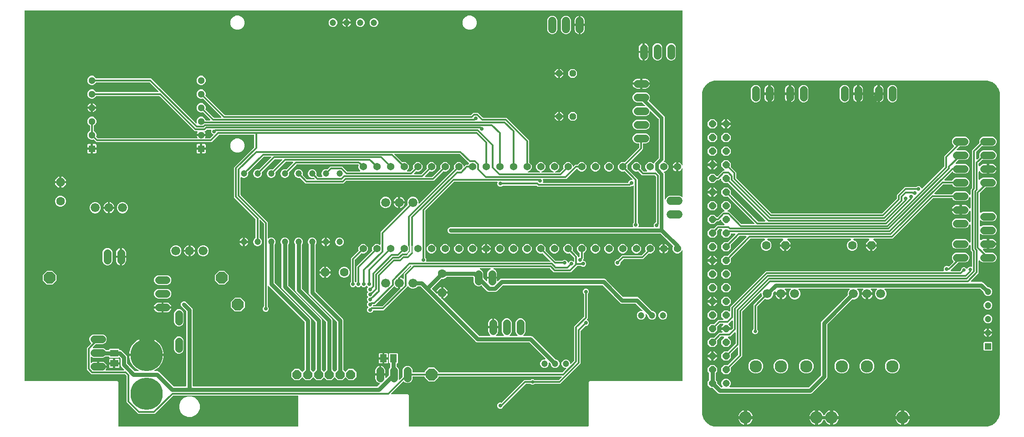
<source format=gbr>
G04 EAGLE Gerber RS-274X export*
G75*
%MOMM*%
%FSLAX34Y34*%
%LPD*%
%INBottom Copper*%
%IPPOS*%
%AMOC8*
5,1,8,0,0,1.08239X$1,22.5*%
G01*
%ADD10C,1.365200*%
%ADD11C,1.500000*%
%ADD12R,1.300000X1.300000*%
%ADD13C,1.300000*%
%ADD14C,1.400000*%
%ADD15P,1.814519X8X202.500000*%
%ADD16C,1.200000*%
%ADD17C,1.416000*%
%ADD18C,6.000000*%
%ADD19C,1.676400*%
%ADD20P,1.732040X8X112.500000*%
%ADD21C,1.600200*%
%ADD22P,1.732040X8X202.500000*%
%ADD23P,1.732040X8X292.500000*%
%ADD24R,1.300000X1.500000*%
%ADD25R,1.500000X1.300000*%
%ADD26P,1.312723X8X202.500000*%
%ADD27P,2.336880X8X22.500000*%
%ADD28C,1.314400*%
%ADD29P,1.422693X8X112.500000*%
%ADD30R,1.200000X1.200000*%
%ADD31P,1.732040X8X22.500000*%
%ADD32C,2.300000*%
%ADD33C,0.720000*%
%ADD34C,2.800000*%
%ADD35R,3.960000X3.960000*%
%ADD36C,0.300000*%
%ADD37C,0.650000*%
%ADD38C,0.800000*%
%ADD39C,0.700000*%
%ADD40C,0.200000*%
%ADD41P,5.411950X8X22.500000*%

G36*
X511064Y3010D02*
X511064Y3010D01*
X511128Y3009D01*
X511203Y3030D01*
X511279Y3041D01*
X511338Y3067D01*
X511400Y3084D01*
X511466Y3125D01*
X511536Y3157D01*
X511585Y3199D01*
X511640Y3232D01*
X511692Y3290D01*
X511750Y3340D01*
X511786Y3394D01*
X511829Y3442D01*
X511862Y3511D01*
X511905Y3576D01*
X511924Y3638D01*
X511952Y3695D01*
X511963Y3765D01*
X511987Y3846D01*
X511988Y3931D01*
X511999Y4000D01*
X511999Y60000D01*
X511991Y60060D01*
X511991Y60086D01*
X511991Y60088D01*
X511991Y60128D01*
X511970Y60203D01*
X511959Y60279D01*
X511933Y60338D01*
X511916Y60400D01*
X511875Y60466D01*
X511843Y60536D01*
X511801Y60585D01*
X511768Y60640D01*
X511710Y60692D01*
X511660Y60750D01*
X511606Y60786D01*
X511558Y60829D01*
X511489Y60862D01*
X511424Y60905D01*
X511362Y60924D01*
X511305Y60952D01*
X511235Y60963D01*
X511154Y60987D01*
X511069Y60988D01*
X511000Y60999D01*
X279990Y60999D01*
X279895Y60986D01*
X279799Y60981D01*
X279756Y60966D01*
X279711Y60959D01*
X279623Y60920D01*
X279533Y60888D01*
X279498Y60863D01*
X279454Y60843D01*
X279357Y60760D01*
X279284Y60707D01*
X245326Y26749D01*
X214674Y26749D01*
X192999Y48424D01*
X192999Y97029D01*
X192986Y97124D01*
X192981Y97221D01*
X192966Y97264D01*
X192959Y97309D01*
X192920Y97396D01*
X192888Y97487D01*
X192863Y97521D01*
X192843Y97566D01*
X192760Y97663D01*
X192707Y97736D01*
X190236Y100207D01*
X190159Y100264D01*
X190088Y100329D01*
X190047Y100349D01*
X190010Y100376D01*
X189920Y100410D01*
X189834Y100452D01*
X189792Y100458D01*
X189747Y100475D01*
X189619Y100485D01*
X189529Y100499D01*
X127301Y100499D01*
X118999Y108801D01*
X118999Y149350D01*
X126954Y157304D01*
X126992Y157356D01*
X127038Y157401D01*
X127076Y157468D01*
X127123Y157530D01*
X127146Y157590D01*
X127177Y157646D01*
X127195Y157721D01*
X127222Y157794D01*
X127227Y157858D01*
X127242Y157920D01*
X127238Y157998D01*
X127244Y158075D01*
X127231Y158138D01*
X127228Y158202D01*
X127202Y158275D01*
X127187Y158351D01*
X127156Y158408D01*
X127135Y158469D01*
X127094Y158525D01*
X127054Y158600D01*
X126995Y158661D01*
X126954Y158718D01*
X125370Y160301D01*
X123999Y163610D01*
X123999Y167190D01*
X125370Y170499D01*
X127901Y173030D01*
X131210Y174401D01*
X148790Y174401D01*
X152099Y173030D01*
X154630Y170499D01*
X156001Y167190D01*
X156001Y163610D01*
X154630Y160301D01*
X152099Y157770D01*
X148790Y156399D01*
X136364Y156399D01*
X136269Y156386D01*
X136173Y156381D01*
X136130Y156366D01*
X136085Y156359D01*
X135997Y156320D01*
X135906Y156288D01*
X135872Y156263D01*
X135828Y156243D01*
X135730Y156160D01*
X135657Y156107D01*
X130224Y150673D01*
X130172Y150604D01*
X130112Y150540D01*
X130088Y150492D01*
X130055Y150448D01*
X130024Y150366D01*
X129985Y150289D01*
X129975Y150235D01*
X129955Y150184D01*
X129949Y150097D01*
X129932Y150012D01*
X129938Y149957D01*
X129933Y149903D01*
X129951Y149818D01*
X129960Y149731D01*
X129980Y149680D01*
X129991Y149627D01*
X130032Y149550D01*
X130064Y149469D01*
X130098Y149426D01*
X130124Y149378D01*
X130184Y149315D01*
X130238Y149247D01*
X130282Y149215D01*
X130320Y149176D01*
X130396Y149133D01*
X130467Y149082D01*
X130518Y149063D01*
X130566Y149037D01*
X130650Y149016D01*
X130732Y148987D01*
X130787Y148984D01*
X130840Y148972D01*
X130927Y148976D01*
X131014Y148971D01*
X131063Y148983D01*
X131122Y148986D01*
X131164Y149001D01*
X148790Y149001D01*
X152099Y147630D01*
X153936Y145793D01*
X154012Y145736D01*
X154084Y145671D01*
X154125Y145651D01*
X154161Y145624D01*
X154251Y145590D01*
X154338Y145548D01*
X154380Y145542D01*
X154425Y145525D01*
X154553Y145515D01*
X154642Y145501D01*
X159500Y145501D01*
X159564Y145510D01*
X159628Y145509D01*
X159703Y145530D01*
X159779Y145541D01*
X159838Y145567D01*
X159900Y145584D01*
X159966Y145625D01*
X160036Y145657D01*
X160085Y145699D01*
X160140Y145732D01*
X160192Y145790D01*
X160250Y145840D01*
X160286Y145894D01*
X160329Y145942D01*
X160362Y146011D01*
X160405Y146076D01*
X160424Y146138D01*
X160452Y146195D01*
X160463Y146265D01*
X160487Y146346D01*
X160488Y146431D01*
X160499Y146500D01*
X160499Y146829D01*
X161671Y148001D01*
X178329Y148001D01*
X179501Y146829D01*
X179501Y146500D01*
X179510Y146436D01*
X179509Y146372D01*
X179530Y146297D01*
X179541Y146221D01*
X179567Y146162D01*
X179584Y146100D01*
X179625Y146034D01*
X179657Y145964D01*
X179699Y145915D01*
X179732Y145860D01*
X179790Y145808D01*
X179840Y145750D01*
X179894Y145714D01*
X179942Y145671D01*
X180011Y145638D01*
X180076Y145595D01*
X180138Y145576D01*
X180195Y145548D01*
X180265Y145537D01*
X180346Y145513D01*
X180431Y145512D01*
X180500Y145501D01*
X181694Y145501D01*
X183899Y144587D01*
X193087Y135399D01*
X194001Y133194D01*
X194001Y120899D01*
X194010Y120837D01*
X194009Y120784D01*
X194017Y120756D01*
X194019Y120708D01*
X194034Y120665D01*
X194041Y120620D01*
X194076Y120542D01*
X194084Y120513D01*
X194091Y120501D01*
X194112Y120442D01*
X194137Y120407D01*
X194157Y120363D01*
X194227Y120282D01*
X194232Y120273D01*
X194241Y120265D01*
X194293Y120193D01*
X208193Y106293D01*
X208270Y106236D01*
X208341Y106171D01*
X208382Y106151D01*
X208418Y106124D01*
X208509Y106090D01*
X208595Y106048D01*
X208637Y106042D01*
X208682Y106025D01*
X208810Y106015D01*
X208899Y106001D01*
X214718Y106001D01*
X214756Y106006D01*
X214794Y106004D01*
X214895Y106026D01*
X214997Y106041D01*
X215032Y106056D01*
X215069Y106064D01*
X215160Y106114D01*
X215254Y106157D01*
X215283Y106181D01*
X215317Y106200D01*
X215390Y106273D01*
X215469Y106340D01*
X215489Y106372D01*
X215516Y106399D01*
X215566Y106489D01*
X215623Y106576D01*
X215634Y106612D01*
X215653Y106646D01*
X215675Y106747D01*
X215706Y106846D01*
X215706Y106884D01*
X215714Y106921D01*
X215708Y107024D01*
X215709Y107128D01*
X215699Y107164D01*
X215697Y107202D01*
X215662Y107300D01*
X215634Y107400D01*
X215614Y107432D01*
X215601Y107468D01*
X215540Y107551D01*
X215486Y107640D01*
X215458Y107665D01*
X215436Y107696D01*
X215365Y107749D01*
X215277Y107829D01*
X215227Y107853D01*
X215189Y107881D01*
X213528Y108769D01*
X210914Y110516D01*
X208484Y112511D01*
X206261Y114734D01*
X204266Y117164D01*
X202519Y119779D01*
X201037Y122551D01*
X199834Y125456D01*
X198921Y128465D01*
X198307Y131549D01*
X198041Y134251D01*
X229000Y134251D01*
X229063Y134260D01*
X229128Y134259D01*
X229202Y134280D01*
X229279Y134291D01*
X229338Y134317D01*
X229400Y134334D01*
X229466Y134375D01*
X229536Y134407D01*
X229585Y134449D01*
X229640Y134482D01*
X229691Y134540D01*
X229750Y134590D01*
X229786Y134644D01*
X229829Y134692D01*
X229862Y134761D01*
X229905Y134826D01*
X229924Y134888D01*
X229952Y134945D01*
X229962Y135015D01*
X229987Y135096D01*
X229988Y135181D01*
X229999Y135250D01*
X229999Y136251D01*
X230001Y136251D01*
X230001Y135250D01*
X230010Y135186D01*
X230009Y135122D01*
X230030Y135047D01*
X230041Y134971D01*
X230067Y134912D01*
X230084Y134850D01*
X230125Y134784D01*
X230157Y134714D01*
X230199Y134665D01*
X230232Y134610D01*
X230290Y134558D01*
X230340Y134500D01*
X230394Y134464D01*
X230442Y134421D01*
X230511Y134388D01*
X230576Y134345D01*
X230638Y134326D01*
X230696Y134298D01*
X230765Y134287D01*
X230846Y134263D01*
X230931Y134262D01*
X231000Y134251D01*
X261959Y134251D01*
X261693Y131549D01*
X261079Y128465D01*
X260166Y125456D01*
X258963Y122551D01*
X257481Y119779D01*
X255734Y117164D01*
X253739Y114734D01*
X251516Y112511D01*
X249086Y110516D01*
X246472Y108769D01*
X244811Y107881D01*
X244780Y107859D01*
X244746Y107843D01*
X244667Y107776D01*
X244583Y107715D01*
X244560Y107684D01*
X244531Y107660D01*
X244474Y107573D01*
X244411Y107491D01*
X244398Y107456D01*
X244377Y107424D01*
X244347Y107325D01*
X244309Y107228D01*
X244306Y107190D01*
X244294Y107154D01*
X244293Y107050D01*
X244284Y106947D01*
X244291Y106910D01*
X244291Y106872D01*
X244318Y106772D01*
X244338Y106671D01*
X244356Y106637D01*
X244366Y106600D01*
X244420Y106512D01*
X244468Y106420D01*
X244494Y106393D01*
X244514Y106360D01*
X244591Y106291D01*
X244662Y106216D01*
X244695Y106197D01*
X244723Y106171D01*
X244817Y106126D01*
X244906Y106074D01*
X244943Y106065D01*
X244977Y106048D01*
X245064Y106035D01*
X245180Y106006D01*
X245235Y106008D01*
X245282Y106001D01*
X251194Y106001D01*
X253399Y105087D01*
X280193Y78293D01*
X280270Y78236D01*
X280341Y78171D01*
X280382Y78151D01*
X280418Y78124D01*
X280509Y78090D01*
X280595Y78048D01*
X280637Y78042D01*
X280682Y78025D01*
X280810Y78015D01*
X280899Y78001D01*
X303000Y78001D01*
X303064Y78010D01*
X303128Y78009D01*
X303203Y78030D01*
X303279Y78041D01*
X303338Y78067D01*
X303400Y78084D01*
X303466Y78125D01*
X303536Y78157D01*
X303585Y78199D01*
X303640Y78232D01*
X303692Y78290D01*
X303750Y78340D01*
X303786Y78394D01*
X303829Y78442D01*
X303862Y78511D01*
X303905Y78576D01*
X303924Y78638D01*
X303952Y78695D01*
X303963Y78765D01*
X303987Y78846D01*
X303988Y78931D01*
X303999Y79000D01*
X303999Y217101D01*
X303986Y217195D01*
X303981Y217292D01*
X303966Y217335D01*
X303959Y217380D01*
X303920Y217467D01*
X303888Y217558D01*
X303863Y217593D01*
X303843Y217637D01*
X303760Y217734D01*
X303707Y217807D01*
X294913Y226601D01*
X293999Y228806D01*
X293999Y231194D01*
X294913Y233399D01*
X296601Y235087D01*
X298806Y236001D01*
X301194Y236001D01*
X303399Y235087D01*
X315087Y223399D01*
X316001Y221194D01*
X316001Y79000D01*
X316010Y78936D01*
X316009Y78872D01*
X316030Y78797D01*
X316041Y78721D01*
X316067Y78662D01*
X316084Y78600D01*
X316125Y78534D01*
X316157Y78464D01*
X316199Y78415D01*
X316232Y78360D01*
X316290Y78308D01*
X316340Y78250D01*
X316394Y78214D01*
X316442Y78171D01*
X316511Y78138D01*
X316576Y78095D01*
X316638Y78076D01*
X316695Y78048D01*
X316765Y78037D01*
X316846Y78013D01*
X316931Y78012D01*
X317000Y78001D01*
X659101Y78001D01*
X659195Y78014D01*
X659292Y78019D01*
X659335Y78034D01*
X659380Y78041D01*
X659467Y78080D01*
X659558Y78112D01*
X659593Y78137D01*
X659637Y78157D01*
X659734Y78240D01*
X659807Y78293D01*
X663892Y82379D01*
X663938Y82439D01*
X663991Y82493D01*
X664022Y82551D01*
X664062Y82604D01*
X664088Y82675D01*
X664124Y82742D01*
X664138Y82806D01*
X664161Y82868D01*
X664167Y82944D01*
X664183Y83017D01*
X664178Y83083D01*
X664183Y83149D01*
X664168Y83223D01*
X664162Y83299D01*
X664139Y83361D01*
X664125Y83426D01*
X664090Y83492D01*
X664064Y83563D01*
X664024Y83616D01*
X663993Y83674D01*
X663940Y83729D01*
X663895Y83789D01*
X663842Y83829D01*
X663796Y83877D01*
X663731Y83914D01*
X663670Y83959D01*
X663613Y83980D01*
X663551Y84016D01*
X663455Y84038D01*
X663381Y84065D01*
X661975Y84345D01*
X660337Y85024D01*
X658862Y86009D01*
X657609Y87262D01*
X656624Y88737D01*
X655945Y90375D01*
X655599Y92114D01*
X655599Y98001D01*
X663600Y98001D01*
X663663Y98010D01*
X663728Y98009D01*
X663802Y98030D01*
X663879Y98041D01*
X663938Y98067D01*
X664000Y98084D01*
X664066Y98125D01*
X664136Y98157D01*
X664185Y98199D01*
X664240Y98232D01*
X664291Y98290D01*
X664350Y98340D01*
X664386Y98394D01*
X664429Y98442D01*
X664462Y98511D01*
X664505Y98576D01*
X664524Y98638D01*
X664552Y98695D01*
X664562Y98765D01*
X664587Y98846D01*
X664588Y98931D01*
X664599Y99000D01*
X664599Y100001D01*
X664601Y100001D01*
X664601Y99000D01*
X664610Y98936D01*
X664609Y98872D01*
X664630Y98797D01*
X664641Y98721D01*
X664667Y98662D01*
X664684Y98600D01*
X664725Y98534D01*
X664757Y98464D01*
X664799Y98415D01*
X664832Y98360D01*
X664890Y98308D01*
X664940Y98250D01*
X664994Y98214D01*
X665042Y98171D01*
X665111Y98138D01*
X665176Y98095D01*
X665238Y98076D01*
X665296Y98048D01*
X665365Y98037D01*
X665446Y98013D01*
X665531Y98012D01*
X665600Y98001D01*
X673601Y98001D01*
X673601Y94499D01*
X673605Y94467D01*
X673603Y94435D01*
X673625Y94328D01*
X673641Y94220D01*
X673654Y94191D01*
X673660Y94159D01*
X673712Y94063D01*
X673757Y93963D01*
X673778Y93939D01*
X673793Y93910D01*
X673869Y93832D01*
X673940Y93749D01*
X673967Y93731D01*
X673990Y93708D01*
X674085Y93654D01*
X674176Y93595D01*
X674207Y93585D01*
X674235Y93569D01*
X674342Y93544D01*
X674446Y93512D01*
X674478Y93512D01*
X674509Y93504D01*
X674619Y93510D01*
X674728Y93508D01*
X674759Y93517D01*
X674791Y93519D01*
X674894Y93554D01*
X675000Y93584D01*
X675027Y93601D01*
X675058Y93611D01*
X675131Y93664D01*
X675240Y93732D01*
X675272Y93768D01*
X675307Y93793D01*
X680707Y99193D01*
X680764Y99270D01*
X680829Y99341D01*
X680849Y99382D01*
X680876Y99418D01*
X680910Y99508D01*
X680952Y99595D01*
X680958Y99637D01*
X680975Y99682D01*
X680981Y99753D01*
X680987Y99774D01*
X680988Y99827D01*
X680999Y99899D01*
X680999Y108790D01*
X682370Y112099D01*
X683207Y112936D01*
X683264Y113012D01*
X683329Y113084D01*
X683349Y113125D01*
X683376Y113161D01*
X683410Y113251D01*
X683452Y113338D01*
X683458Y113380D01*
X683475Y113425D01*
X683485Y113553D01*
X683499Y113642D01*
X683499Y119500D01*
X683490Y119564D01*
X683491Y119628D01*
X683470Y119703D01*
X683459Y119779D01*
X683433Y119838D01*
X683416Y119900D01*
X683375Y119966D01*
X683343Y120036D01*
X683301Y120085D01*
X683268Y120140D01*
X683210Y120192D01*
X683160Y120250D01*
X683106Y120286D01*
X683058Y120329D01*
X682989Y120362D01*
X682924Y120405D01*
X682862Y120424D01*
X682805Y120452D01*
X682735Y120463D01*
X682654Y120487D01*
X682569Y120488D01*
X682500Y120499D01*
X682171Y120499D01*
X680999Y121671D01*
X680999Y138329D01*
X682171Y139501D01*
X696829Y139501D01*
X698001Y138329D01*
X698001Y121671D01*
X696829Y120499D01*
X696500Y120499D01*
X696436Y120490D01*
X696372Y120491D01*
X696297Y120470D01*
X696221Y120459D01*
X696162Y120433D01*
X696100Y120416D01*
X696034Y120375D01*
X695964Y120343D01*
X695915Y120301D01*
X695860Y120268D01*
X695808Y120210D01*
X695750Y120160D01*
X695714Y120106D01*
X695671Y120058D01*
X695638Y119989D01*
X695595Y119924D01*
X695576Y119862D01*
X695548Y119805D01*
X695537Y119735D01*
X695513Y119654D01*
X695512Y119569D01*
X695501Y119500D01*
X695501Y114642D01*
X695514Y114547D01*
X695519Y114451D01*
X695534Y114408D01*
X695541Y114363D01*
X695580Y114275D01*
X695612Y114185D01*
X695637Y114150D01*
X695657Y114106D01*
X695740Y114009D01*
X695793Y113936D01*
X697630Y112099D01*
X699001Y108790D01*
X699001Y91173D01*
X698991Y91148D01*
X698989Y91114D01*
X698981Y91089D01*
X698981Y91069D01*
X698974Y91040D01*
X698976Y90953D01*
X698970Y90867D01*
X698978Y90828D01*
X698977Y90807D01*
X698981Y90792D01*
X698983Y90758D01*
X699009Y90676D01*
X699027Y90591D01*
X699048Y90551D01*
X699053Y90535D01*
X699058Y90526D01*
X699070Y90490D01*
X699119Y90418D01*
X699160Y90342D01*
X699193Y90307D01*
X699201Y90295D01*
X699206Y90290D01*
X699229Y90257D01*
X699296Y90202D01*
X699356Y90139D01*
X699401Y90114D01*
X699410Y90106D01*
X699415Y90104D01*
X699447Y90078D01*
X699526Y90043D01*
X699602Y90000D01*
X699653Y89988D01*
X699664Y89983D01*
X699668Y89982D01*
X699706Y89966D01*
X699792Y89956D01*
X699876Y89936D01*
X699931Y89938D01*
X699986Y89932D01*
X700071Y89945D01*
X700158Y89950D01*
X700210Y89968D01*
X700264Y89977D01*
X700342Y90014D01*
X700424Y90042D01*
X700466Y90072D01*
X700480Y90079D01*
X700507Y90091D01*
X700509Y90093D01*
X700519Y90098D01*
X700604Y90173D01*
X700673Y90224D01*
X706107Y95657D01*
X706164Y95734D01*
X706229Y95806D01*
X706249Y95847D01*
X706276Y95883D01*
X706310Y95973D01*
X706352Y96059D01*
X706358Y96101D01*
X706375Y96147D01*
X706385Y96274D01*
X706399Y96364D01*
X706399Y108790D01*
X707770Y112099D01*
X710301Y114630D01*
X713610Y116001D01*
X717190Y116001D01*
X720499Y114630D01*
X723030Y112099D01*
X724401Y108790D01*
X724401Y104500D01*
X724410Y104436D01*
X724409Y104372D01*
X724430Y104297D01*
X724441Y104221D01*
X724467Y104162D01*
X724484Y104100D01*
X724525Y104034D01*
X724557Y103964D01*
X724599Y103915D01*
X724632Y103860D01*
X724690Y103808D01*
X724740Y103750D01*
X724794Y103714D01*
X724842Y103671D01*
X724911Y103638D01*
X724976Y103595D01*
X725038Y103576D01*
X725095Y103548D01*
X725165Y103537D01*
X725246Y103513D01*
X725331Y103512D01*
X725400Y103501D01*
X746205Y103501D01*
X746269Y103510D01*
X746333Y103509D01*
X746408Y103530D01*
X746484Y103541D01*
X746543Y103567D01*
X746605Y103584D01*
X746671Y103625D01*
X746741Y103657D01*
X746790Y103699D01*
X746845Y103732D01*
X746897Y103790D01*
X746955Y103840D01*
X746991Y103894D01*
X747034Y103942D01*
X747067Y104011D01*
X747110Y104076D01*
X747129Y104138D01*
X747157Y104195D01*
X747168Y104265D01*
X747192Y104346D01*
X747193Y104431D01*
X747204Y104500D01*
X747204Y105300D01*
X754700Y112796D01*
X765300Y112796D01*
X772796Y105300D01*
X772796Y104500D01*
X772805Y104436D01*
X772804Y104372D01*
X772825Y104297D01*
X772836Y104221D01*
X772862Y104162D01*
X772879Y104100D01*
X772920Y104034D01*
X772952Y103964D01*
X772994Y103915D01*
X773027Y103860D01*
X773085Y103808D01*
X773135Y103750D01*
X773189Y103714D01*
X773237Y103671D01*
X773306Y103638D01*
X773371Y103595D01*
X773433Y103576D01*
X773490Y103548D01*
X773560Y103537D01*
X773641Y103513D01*
X773726Y103512D01*
X773795Y103501D01*
X1003065Y103501D01*
X1003160Y103514D01*
X1003256Y103519D01*
X1003299Y103534D01*
X1003344Y103541D01*
X1003432Y103580D01*
X1003523Y103612D01*
X1003557Y103637D01*
X1003601Y103657D01*
X1003698Y103740D01*
X1003771Y103793D01*
X1010272Y110293D01*
X1010291Y110319D01*
X1010315Y110340D01*
X1010375Y110432D01*
X1010441Y110519D01*
X1010452Y110549D01*
X1010470Y110576D01*
X1010502Y110681D01*
X1010540Y110783D01*
X1010543Y110815D01*
X1010552Y110846D01*
X1010554Y110955D01*
X1010562Y111064D01*
X1010556Y111096D01*
X1010556Y111128D01*
X1010527Y111233D01*
X1010505Y111340D01*
X1010489Y111369D01*
X1010481Y111400D01*
X1010423Y111493D01*
X1010372Y111589D01*
X1010350Y111612D01*
X1010333Y111640D01*
X1010252Y111713D01*
X1010175Y111791D01*
X1010147Y111807D01*
X1010123Y111829D01*
X1010025Y111876D01*
X1009930Y111930D01*
X1009899Y111938D01*
X1009870Y111952D01*
X1009780Y111966D01*
X1009656Y111995D01*
X1009607Y111993D01*
X1009565Y111999D01*
X1008409Y111999D01*
X1005468Y113217D01*
X1003217Y115468D01*
X1001999Y118409D01*
X1001999Y121591D01*
X1003217Y124532D01*
X1005468Y126783D01*
X1008409Y128001D01*
X1011591Y128001D01*
X1014532Y126783D01*
X1016783Y124532D01*
X1018001Y121591D01*
X1018001Y120435D01*
X1018005Y120403D01*
X1018003Y120371D01*
X1018025Y120264D01*
X1018041Y120156D01*
X1018054Y120126D01*
X1018060Y120095D01*
X1018112Y119998D01*
X1018157Y119899D01*
X1018178Y119874D01*
X1018193Y119846D01*
X1018269Y119768D01*
X1018340Y119685D01*
X1018367Y119667D01*
X1018390Y119644D01*
X1018485Y119590D01*
X1018576Y119530D01*
X1018607Y119521D01*
X1018635Y119505D01*
X1018742Y119480D01*
X1018846Y119448D01*
X1018878Y119447D01*
X1018909Y119440D01*
X1019019Y119445D01*
X1019128Y119444D01*
X1019159Y119453D01*
X1019191Y119454D01*
X1019294Y119490D01*
X1019400Y119519D01*
X1019427Y119536D01*
X1019458Y119547D01*
X1019531Y119600D01*
X1019640Y119667D01*
X1019672Y119703D01*
X1019707Y119728D01*
X1025207Y125229D01*
X1025218Y125244D01*
X1025224Y125249D01*
X1025239Y125271D01*
X1025264Y125305D01*
X1025329Y125377D01*
X1025349Y125418D01*
X1025376Y125454D01*
X1025410Y125544D01*
X1025452Y125630D01*
X1025458Y125673D01*
X1025475Y125718D01*
X1025485Y125846D01*
X1025499Y125935D01*
X1025499Y189241D01*
X1043307Y207048D01*
X1043364Y207125D01*
X1043429Y207197D01*
X1043449Y207237D01*
X1043476Y207274D01*
X1043510Y207364D01*
X1043552Y207450D01*
X1043558Y207492D01*
X1043575Y207538D01*
X1043585Y207665D01*
X1043599Y207755D01*
X1043599Y249166D01*
X1043586Y249261D01*
X1043581Y249357D01*
X1043566Y249400D01*
X1043559Y249445D01*
X1043520Y249533D01*
X1043488Y249624D01*
X1043463Y249658D01*
X1043443Y249702D01*
X1043360Y249800D01*
X1043307Y249873D01*
X1042352Y250827D01*
X1041499Y252886D01*
X1041499Y255114D01*
X1042352Y257173D01*
X1043927Y258748D01*
X1045986Y259601D01*
X1048214Y259601D01*
X1050273Y258748D01*
X1051848Y257173D01*
X1052701Y255114D01*
X1052701Y252886D01*
X1051848Y250827D01*
X1050893Y249873D01*
X1050836Y249796D01*
X1050771Y249725D01*
X1050751Y249684D01*
X1050724Y249647D01*
X1050690Y249557D01*
X1050648Y249471D01*
X1050642Y249429D01*
X1050625Y249383D01*
X1050615Y249256D01*
X1050601Y249166D01*
X1050601Y204441D01*
X1048845Y202685D01*
X1048774Y202590D01*
X1048698Y202499D01*
X1048689Y202478D01*
X1048676Y202459D01*
X1048634Y202349D01*
X1048587Y202240D01*
X1048584Y202217D01*
X1048576Y202196D01*
X1048567Y202077D01*
X1048552Y201960D01*
X1048556Y201937D01*
X1048554Y201914D01*
X1048578Y201798D01*
X1048597Y201681D01*
X1048607Y201661D01*
X1048612Y201638D01*
X1048667Y201534D01*
X1048718Y201426D01*
X1048734Y201409D01*
X1048744Y201389D01*
X1048827Y201304D01*
X1048906Y201216D01*
X1048924Y201204D01*
X1048941Y201187D01*
X1049103Y201095D01*
X1049169Y201055D01*
X1050273Y200598D01*
X1051848Y199023D01*
X1052701Y196964D01*
X1052701Y194736D01*
X1051848Y192677D01*
X1050273Y191102D01*
X1048214Y190249D01*
X1046864Y190249D01*
X1046769Y190236D01*
X1046673Y190231D01*
X1046630Y190216D01*
X1046585Y190209D01*
X1046497Y190170D01*
X1046406Y190138D01*
X1046372Y190113D01*
X1046328Y190093D01*
X1046230Y190010D01*
X1046157Y189957D01*
X1037793Y181593D01*
X1037736Y181516D01*
X1037671Y181444D01*
X1037651Y181403D01*
X1037624Y181367D01*
X1037596Y181292D01*
X1037595Y181291D01*
X1037593Y181286D01*
X1037590Y181277D01*
X1037548Y181191D01*
X1037542Y181149D01*
X1037525Y181103D01*
X1037520Y181046D01*
X1037513Y181021D01*
X1037512Y180957D01*
X1037501Y180886D01*
X1037501Y120550D01*
X999450Y82499D01*
X952339Y82499D01*
X952244Y82486D01*
X952148Y82481D01*
X952105Y82466D01*
X952060Y82459D01*
X951972Y82420D01*
X951881Y82388D01*
X951847Y82363D01*
X951803Y82343D01*
X951705Y82260D01*
X951632Y82207D01*
X950974Y81549D01*
X949044Y80749D01*
X946956Y80749D01*
X945026Y81549D01*
X944368Y82207D01*
X944291Y82264D01*
X944220Y82329D01*
X944179Y82349D01*
X944142Y82376D01*
X944052Y82410D01*
X943966Y82452D01*
X943924Y82458D01*
X943878Y82475D01*
X943751Y82485D01*
X943661Y82499D01*
X935864Y82499D01*
X935769Y82486D01*
X935673Y82481D01*
X935630Y82466D01*
X935585Y82459D01*
X935497Y82420D01*
X935406Y82388D01*
X935372Y82363D01*
X935328Y82343D01*
X935230Y82260D01*
X935157Y82207D01*
X893574Y40624D01*
X893549Y40590D01*
X893518Y40563D01*
X893473Y40489D01*
X893405Y40398D01*
X893384Y40343D01*
X893358Y40299D01*
X892748Y38827D01*
X891173Y37252D01*
X889114Y36399D01*
X886886Y36399D01*
X884827Y37252D01*
X883252Y38827D01*
X882399Y40886D01*
X882399Y43114D01*
X883252Y45173D01*
X884827Y46748D01*
X886886Y47601D01*
X889114Y47601D01*
X889583Y47406D01*
X889592Y47404D01*
X889601Y47399D01*
X889730Y47369D01*
X889856Y47336D01*
X889866Y47337D01*
X889875Y47334D01*
X890008Y47341D01*
X890138Y47345D01*
X890147Y47348D01*
X890157Y47349D01*
X890281Y47392D01*
X890406Y47433D01*
X890414Y47438D01*
X890423Y47441D01*
X890486Y47487D01*
X890639Y47592D01*
X890655Y47610D01*
X890672Y47623D01*
X932550Y89501D01*
X943661Y89501D01*
X943756Y89514D01*
X943852Y89519D01*
X943895Y89534D01*
X943940Y89541D01*
X944028Y89580D01*
X944119Y89612D01*
X944153Y89637D01*
X944197Y89657D01*
X944295Y89740D01*
X944368Y89793D01*
X945026Y90451D01*
X946956Y91251D01*
X949044Y91251D01*
X950974Y90451D01*
X951632Y89793D01*
X951709Y89736D01*
X951780Y89671D01*
X951821Y89651D01*
X951858Y89624D01*
X951948Y89590D01*
X952034Y89548D01*
X952076Y89542D01*
X952122Y89525D01*
X952249Y89515D01*
X952339Y89501D01*
X996136Y89501D01*
X996231Y89514D01*
X996327Y89519D01*
X996370Y89534D01*
X996415Y89541D01*
X996503Y89580D01*
X996594Y89612D01*
X996628Y89637D01*
X996672Y89657D01*
X996769Y89740D01*
X996843Y89793D01*
X1001843Y94793D01*
X1001862Y94819D01*
X1001887Y94840D01*
X1001946Y94932D01*
X1002012Y95019D01*
X1002023Y95049D01*
X1002041Y95076D01*
X1002073Y95181D01*
X1002111Y95283D01*
X1002114Y95315D01*
X1002123Y95346D01*
X1002125Y95455D01*
X1002133Y95564D01*
X1002127Y95596D01*
X1002127Y95628D01*
X1002098Y95733D01*
X1002076Y95840D01*
X1002061Y95869D01*
X1002052Y95900D01*
X1001995Y95993D01*
X1001943Y96089D01*
X1001921Y96112D01*
X1001904Y96140D01*
X1001823Y96213D01*
X1001746Y96291D01*
X1001718Y96307D01*
X1001694Y96329D01*
X1001596Y96376D01*
X1001501Y96430D01*
X1001470Y96438D01*
X1001441Y96452D01*
X1001351Y96466D01*
X1001227Y96495D01*
X1001178Y96493D01*
X1001136Y96499D01*
X773795Y96499D01*
X773731Y96490D01*
X773667Y96491D01*
X773592Y96470D01*
X773516Y96459D01*
X773457Y96433D01*
X773395Y96416D01*
X773329Y96375D01*
X773259Y96343D01*
X773210Y96301D01*
X773155Y96268D01*
X773103Y96210D01*
X773045Y96160D01*
X773009Y96106D01*
X772966Y96058D01*
X772933Y95989D01*
X772890Y95924D01*
X772871Y95862D01*
X772843Y95805D01*
X772832Y95735D01*
X772808Y95654D01*
X772807Y95569D01*
X772796Y95500D01*
X772796Y94700D01*
X765300Y87204D01*
X754700Y87204D01*
X747204Y94700D01*
X747204Y95500D01*
X747195Y95564D01*
X747196Y95628D01*
X747175Y95703D01*
X747164Y95779D01*
X747138Y95838D01*
X747121Y95900D01*
X747080Y95966D01*
X747048Y96036D01*
X747006Y96085D01*
X746973Y96140D01*
X746915Y96192D01*
X746865Y96250D01*
X746811Y96286D01*
X746763Y96329D01*
X746694Y96362D01*
X746629Y96405D01*
X746567Y96424D01*
X746510Y96452D01*
X746440Y96463D01*
X746359Y96487D01*
X746274Y96488D01*
X746205Y96499D01*
X725400Y96499D01*
X725336Y96490D01*
X725272Y96491D01*
X725197Y96470D01*
X725121Y96459D01*
X725062Y96433D01*
X725000Y96416D01*
X724934Y96375D01*
X724864Y96343D01*
X724815Y96301D01*
X724760Y96268D01*
X724708Y96210D01*
X724650Y96160D01*
X724614Y96106D01*
X724571Y96058D01*
X724538Y95989D01*
X724495Y95924D01*
X724476Y95862D01*
X724448Y95805D01*
X724437Y95735D01*
X724413Y95654D01*
X724412Y95569D01*
X724401Y95500D01*
X724401Y91210D01*
X723030Y87901D01*
X720499Y85370D01*
X717190Y83999D01*
X713610Y83999D01*
X710301Y85370D01*
X708718Y86954D01*
X708666Y86992D01*
X708621Y87038D01*
X708554Y87076D01*
X708492Y87123D01*
X708432Y87145D01*
X708376Y87177D01*
X708300Y87195D01*
X708228Y87222D01*
X708164Y87227D01*
X708101Y87242D01*
X708024Y87238D01*
X707947Y87244D01*
X707884Y87231D01*
X707820Y87228D01*
X707747Y87202D01*
X707671Y87187D01*
X707614Y87156D01*
X707553Y87135D01*
X707497Y87094D01*
X707422Y87054D01*
X707361Y86995D01*
X707304Y86954D01*
X685057Y64707D01*
X685038Y64681D01*
X685013Y64660D01*
X684954Y64568D01*
X684888Y64481D01*
X684877Y64451D01*
X684859Y64424D01*
X684827Y64319D01*
X684789Y64217D01*
X684786Y64185D01*
X684777Y64154D01*
X684775Y64045D01*
X684767Y63936D01*
X684773Y63904D01*
X684773Y63872D01*
X684802Y63767D01*
X684824Y63660D01*
X684839Y63631D01*
X684848Y63600D01*
X684905Y63507D01*
X684957Y63411D01*
X684979Y63388D01*
X684996Y63360D01*
X685077Y63287D01*
X685154Y63209D01*
X685182Y63193D01*
X685206Y63171D01*
X685304Y63124D01*
X685399Y63070D01*
X685430Y63062D01*
X685459Y63048D01*
X685549Y63034D01*
X685673Y63005D01*
X685722Y63007D01*
X685764Y63001D01*
X716243Y63001D01*
X718001Y61243D01*
X718001Y4000D01*
X718010Y3936D01*
X718009Y3872D01*
X718030Y3797D01*
X718041Y3721D01*
X718067Y3662D01*
X718084Y3600D01*
X718125Y3534D01*
X718157Y3464D01*
X718199Y3415D01*
X718232Y3360D01*
X718290Y3308D01*
X718340Y3250D01*
X718394Y3214D01*
X718442Y3171D01*
X718511Y3138D01*
X718576Y3095D01*
X718638Y3076D01*
X718695Y3048D01*
X718765Y3037D01*
X718846Y3013D01*
X718931Y3012D01*
X719000Y3001D01*
X1051000Y3001D01*
X1051064Y3010D01*
X1051128Y3009D01*
X1051203Y3030D01*
X1051279Y3041D01*
X1051338Y3067D01*
X1051400Y3084D01*
X1051466Y3125D01*
X1051536Y3157D01*
X1051585Y3199D01*
X1051640Y3232D01*
X1051692Y3290D01*
X1051750Y3340D01*
X1051786Y3394D01*
X1051829Y3442D01*
X1051862Y3511D01*
X1051905Y3576D01*
X1051924Y3638D01*
X1051952Y3695D01*
X1051963Y3765D01*
X1051987Y3846D01*
X1051988Y3931D01*
X1051999Y4000D01*
X1051999Y86243D01*
X1053757Y88001D01*
X1226000Y88001D01*
X1226064Y88010D01*
X1226128Y88009D01*
X1226203Y88030D01*
X1226279Y88041D01*
X1226338Y88067D01*
X1226400Y88084D01*
X1226466Y88125D01*
X1226536Y88157D01*
X1226585Y88199D01*
X1226640Y88232D01*
X1226692Y88290D01*
X1226750Y88340D01*
X1226786Y88394D01*
X1226829Y88442D01*
X1226862Y88511D01*
X1226905Y88576D01*
X1226924Y88638D01*
X1226952Y88695D01*
X1226963Y88765D01*
X1226987Y88846D01*
X1226988Y88931D01*
X1226999Y89000D01*
X1226999Y329610D01*
X1226987Y329696D01*
X1226984Y329783D01*
X1226967Y329835D01*
X1226959Y329889D01*
X1226924Y329968D01*
X1226897Y330051D01*
X1226866Y330096D01*
X1226843Y330146D01*
X1226787Y330212D01*
X1226738Y330284D01*
X1226695Y330319D01*
X1226660Y330360D01*
X1226587Y330408D01*
X1226520Y330463D01*
X1226470Y330485D01*
X1226424Y330515D01*
X1226341Y330540D01*
X1226261Y330575D01*
X1226207Y330581D01*
X1226154Y330597D01*
X1226067Y330598D01*
X1225981Y330609D01*
X1225927Y330600D01*
X1225872Y330601D01*
X1225788Y330578D01*
X1225703Y330564D01*
X1225653Y330541D01*
X1225600Y330526D01*
X1225526Y330480D01*
X1225448Y330443D01*
X1225407Y330407D01*
X1225360Y330378D01*
X1225302Y330313D01*
X1225237Y330256D01*
X1225211Y330212D01*
X1225171Y330168D01*
X1225122Y330066D01*
X1225077Y329992D01*
X1224583Y328800D01*
X1222100Y326317D01*
X1218856Y324973D01*
X1215344Y324973D01*
X1212100Y326317D01*
X1209617Y328800D01*
X1208273Y332044D01*
X1208273Y335556D01*
X1209097Y337544D01*
X1209099Y337554D01*
X1209104Y337562D01*
X1209135Y337691D01*
X1209167Y337818D01*
X1209167Y337827D01*
X1209169Y337836D01*
X1209162Y337969D01*
X1209158Y338099D01*
X1209155Y338108D01*
X1209155Y338118D01*
X1209111Y338243D01*
X1209071Y338368D01*
X1209065Y338375D01*
X1209062Y338384D01*
X1209017Y338447D01*
X1208912Y338601D01*
X1208893Y338616D01*
X1208880Y338633D01*
X1185807Y361707D01*
X1185730Y361764D01*
X1185659Y361829D01*
X1185618Y361849D01*
X1185582Y361876D01*
X1185491Y361910D01*
X1185405Y361952D01*
X1185363Y361958D01*
X1185318Y361975D01*
X1185190Y361985D01*
X1185101Y361999D01*
X794806Y361999D01*
X792601Y362913D01*
X790913Y364601D01*
X789999Y366806D01*
X789999Y369194D01*
X790913Y371399D01*
X792601Y373087D01*
X794806Y374001D01*
X1134099Y374001D01*
X1134216Y374017D01*
X1134334Y374029D01*
X1134356Y374037D01*
X1134378Y374041D01*
X1134486Y374089D01*
X1134596Y374133D01*
X1134614Y374147D01*
X1134635Y374157D01*
X1134725Y374234D01*
X1134819Y374307D01*
X1134832Y374325D01*
X1134849Y374340D01*
X1134914Y374440D01*
X1134984Y374536D01*
X1134991Y374557D01*
X1135004Y374576D01*
X1135039Y374690D01*
X1135078Y374801D01*
X1135080Y374824D01*
X1135086Y374846D01*
X1135088Y374964D01*
X1135095Y375083D01*
X1135090Y375104D01*
X1135090Y375128D01*
X1135040Y375307D01*
X1135022Y375382D01*
X1134399Y376886D01*
X1134399Y379114D01*
X1135252Y381173D01*
X1136207Y382127D01*
X1136264Y382204D01*
X1136329Y382275D01*
X1136349Y382316D01*
X1136376Y382353D01*
X1136410Y382443D01*
X1136452Y382529D01*
X1136458Y382571D01*
X1136475Y382617D01*
X1136485Y382744D01*
X1136499Y382834D01*
X1136499Y450306D01*
X1136483Y450423D01*
X1136471Y450541D01*
X1136463Y450563D01*
X1136459Y450585D01*
X1136411Y450693D01*
X1136367Y450803D01*
X1136353Y450821D01*
X1136343Y450842D01*
X1136266Y450932D01*
X1136193Y451026D01*
X1136175Y451039D01*
X1136160Y451056D01*
X1136060Y451122D01*
X1135964Y451191D01*
X1135943Y451198D01*
X1135924Y451211D01*
X1135810Y451246D01*
X1135699Y451285D01*
X1135676Y451287D01*
X1135654Y451293D01*
X1135536Y451295D01*
X1135417Y451302D01*
X1135396Y451297D01*
X1135372Y451297D01*
X1135193Y451247D01*
X1135118Y451229D01*
X1133114Y450399D01*
X1131764Y450399D01*
X1131669Y450386D01*
X1131573Y450381D01*
X1131530Y450366D01*
X1131485Y450359D01*
X1131397Y450320D01*
X1131306Y450288D01*
X1131272Y450263D01*
X1131228Y450243D01*
X1131130Y450160D01*
X1131057Y450107D01*
X1130250Y449299D01*
X957609Y449299D01*
X955802Y451107D01*
X955725Y451164D01*
X955653Y451229D01*
X955613Y451249D01*
X955576Y451276D01*
X955486Y451310D01*
X955400Y451352D01*
X955358Y451358D01*
X955312Y451375D01*
X955185Y451385D01*
X955095Y451399D01*
X892834Y451399D01*
X892739Y451386D01*
X892643Y451381D01*
X892600Y451366D01*
X892555Y451359D01*
X892467Y451320D01*
X892376Y451288D01*
X892342Y451263D01*
X892298Y451243D01*
X892200Y451160D01*
X892127Y451107D01*
X891173Y450152D01*
X889114Y449299D01*
X886886Y449299D01*
X884827Y450152D01*
X883252Y451727D01*
X882399Y453786D01*
X882399Y456014D01*
X882856Y457118D01*
X882886Y457232D01*
X882920Y457346D01*
X882921Y457369D01*
X882926Y457391D01*
X882923Y457509D01*
X882924Y457628D01*
X882918Y457650D01*
X882917Y457673D01*
X882881Y457785D01*
X882849Y457900D01*
X882837Y457919D01*
X882830Y457941D01*
X882763Y458039D01*
X882701Y458140D01*
X882684Y458155D01*
X882671Y458174D01*
X882579Y458249D01*
X882492Y458329D01*
X882471Y458339D01*
X882453Y458353D01*
X882344Y458400D01*
X882238Y458452D01*
X882216Y458455D01*
X882194Y458465D01*
X882010Y458487D01*
X881933Y458499D01*
X802506Y458499D01*
X802411Y458486D01*
X802315Y458481D01*
X802272Y458466D01*
X802227Y458459D01*
X802140Y458420D01*
X802049Y458388D01*
X802014Y458363D01*
X801970Y458343D01*
X801873Y458260D01*
X801800Y458207D01*
X748693Y405100D01*
X748636Y405024D01*
X748571Y404952D01*
X748551Y404911D01*
X748524Y404875D01*
X748490Y404785D01*
X748448Y404698D01*
X748442Y404656D01*
X748425Y404611D01*
X748415Y404483D01*
X748401Y404394D01*
X748401Y318193D01*
X748414Y318098D01*
X748419Y318002D01*
X748434Y317959D01*
X748441Y317914D01*
X748480Y317826D01*
X748512Y317735D01*
X748537Y317701D01*
X748557Y317657D01*
X748640Y317559D01*
X748693Y317486D01*
X749648Y316532D01*
X750501Y314473D01*
X750501Y312245D01*
X749936Y310882D01*
X749907Y310768D01*
X749872Y310654D01*
X749872Y310631D01*
X749866Y310609D01*
X749870Y310491D01*
X749868Y310372D01*
X749875Y310350D01*
X749875Y310327D01*
X749912Y310215D01*
X749944Y310100D01*
X749956Y310081D01*
X749963Y310059D01*
X750030Y309961D01*
X750092Y309860D01*
X750109Y309845D01*
X750122Y309826D01*
X750213Y309751D01*
X750301Y309671D01*
X750322Y309661D01*
X750339Y309647D01*
X750448Y309600D01*
X750555Y309548D01*
X750576Y309545D01*
X750598Y309535D01*
X750783Y309513D01*
X750859Y309501D01*
X980036Y309501D01*
X980068Y309505D01*
X980100Y309503D01*
X980207Y309525D01*
X980315Y309541D01*
X980345Y309554D01*
X980376Y309560D01*
X980473Y309612D01*
X980572Y309657D01*
X980597Y309678D01*
X980625Y309693D01*
X980704Y309769D01*
X980787Y309840D01*
X980804Y309867D01*
X980827Y309890D01*
X980881Y309985D01*
X980941Y310076D01*
X980950Y310107D01*
X980966Y310135D01*
X980992Y310242D01*
X981023Y310346D01*
X981024Y310378D01*
X981031Y310409D01*
X981026Y310519D01*
X981027Y310628D01*
X981019Y310659D01*
X981017Y310691D01*
X980981Y310794D01*
X980952Y310900D01*
X980935Y310927D01*
X980924Y310958D01*
X980871Y311031D01*
X980804Y311140D01*
X980768Y311172D01*
X980743Y311207D01*
X966827Y325122D01*
X966820Y325128D01*
X966814Y325135D01*
X966707Y325212D01*
X966601Y325291D01*
X966593Y325295D01*
X966585Y325300D01*
X966462Y325344D01*
X966338Y325391D01*
X966328Y325392D01*
X966319Y325395D01*
X966188Y325403D01*
X966056Y325413D01*
X966047Y325411D01*
X966038Y325411D01*
X965962Y325393D01*
X965780Y325355D01*
X965759Y325344D01*
X965738Y325339D01*
X964856Y324973D01*
X961344Y324973D01*
X958100Y326317D01*
X955617Y328800D01*
X954273Y332044D01*
X954273Y335556D01*
X955617Y338800D01*
X958100Y341283D01*
X961344Y342627D01*
X964856Y342627D01*
X968100Y341283D01*
X970583Y338800D01*
X971927Y335556D01*
X971927Y332044D01*
X971561Y331162D01*
X971559Y331153D01*
X971554Y331144D01*
X971524Y331016D01*
X971491Y330889D01*
X971491Y330879D01*
X971489Y330870D01*
X971496Y330737D01*
X971500Y330607D01*
X971503Y330598D01*
X971504Y330588D01*
X971547Y330463D01*
X971588Y330339D01*
X971593Y330331D01*
X971596Y330322D01*
X971641Y330260D01*
X971747Y330106D01*
X971765Y330090D01*
X971778Y330073D01*
X990498Y311352D01*
X990575Y311295D01*
X990647Y311230D01*
X990687Y311211D01*
X990724Y311183D01*
X990814Y311149D01*
X990900Y311107D01*
X990942Y311101D01*
X990988Y311084D01*
X991115Y311074D01*
X991205Y311060D01*
X1002766Y311060D01*
X1002861Y311073D01*
X1002957Y311078D01*
X1003000Y311093D01*
X1003045Y311100D01*
X1003133Y311139D01*
X1003224Y311171D01*
X1003258Y311196D01*
X1003302Y311216D01*
X1003400Y311299D01*
X1003473Y311352D01*
X1004427Y312307D01*
X1006486Y313160D01*
X1008714Y313160D01*
X1010773Y312307D01*
X1012348Y310732D01*
X1013200Y308676D01*
X1013216Y308648D01*
X1013226Y308617D01*
X1013288Y308527D01*
X1013343Y308433D01*
X1013367Y308411D01*
X1013385Y308384D01*
X1013470Y308314D01*
X1013549Y308240D01*
X1013578Y308225D01*
X1013603Y308205D01*
X1013703Y308162D01*
X1013800Y308112D01*
X1013832Y308106D01*
X1013862Y308093D01*
X1013970Y308080D01*
X1014078Y308060D01*
X1014110Y308063D01*
X1014142Y308059D01*
X1014250Y308076D01*
X1014358Y308087D01*
X1014388Y308099D01*
X1014420Y308104D01*
X1014519Y308151D01*
X1014620Y308191D01*
X1014646Y308211D01*
X1014675Y308225D01*
X1014756Y308298D01*
X1014843Y308365D01*
X1014861Y308391D01*
X1014886Y308412D01*
X1014933Y308490D01*
X1015008Y308594D01*
X1015024Y308639D01*
X1015046Y308676D01*
X1015252Y309173D01*
X1016827Y310748D01*
X1018886Y311601D01*
X1021114Y311601D01*
X1023173Y310748D01*
X1023693Y310227D01*
X1023719Y310208D01*
X1023740Y310183D01*
X1023832Y310123D01*
X1023919Y310058D01*
X1023949Y310047D01*
X1023976Y310029D01*
X1024081Y309997D01*
X1024183Y309958D01*
X1024215Y309956D01*
X1024246Y309946D01*
X1024355Y309945D01*
X1024464Y309937D01*
X1024496Y309943D01*
X1024528Y309943D01*
X1024633Y309972D01*
X1024740Y309994D01*
X1024769Y310009D01*
X1024800Y310018D01*
X1024893Y310075D01*
X1024989Y310127D01*
X1025012Y310149D01*
X1025040Y310166D01*
X1025113Y310247D01*
X1025191Y310323D01*
X1025207Y310351D01*
X1025229Y310375D01*
X1025276Y310474D01*
X1025330Y310569D01*
X1025338Y310600D01*
X1025352Y310629D01*
X1025366Y310719D01*
X1025395Y310843D01*
X1025393Y310892D01*
X1025399Y310934D01*
X1025399Y316936D01*
X1025386Y317031D01*
X1025381Y317127D01*
X1025366Y317170D01*
X1025359Y317215D01*
X1025320Y317303D01*
X1025288Y317394D01*
X1025263Y317428D01*
X1025243Y317472D01*
X1025160Y317570D01*
X1025107Y317643D01*
X1017627Y325122D01*
X1017620Y325128D01*
X1017614Y325135D01*
X1017507Y325212D01*
X1017401Y325291D01*
X1017393Y325295D01*
X1017385Y325300D01*
X1017262Y325344D01*
X1017138Y325391D01*
X1017128Y325392D01*
X1017119Y325395D01*
X1016988Y325403D01*
X1016856Y325413D01*
X1016847Y325411D01*
X1016838Y325411D01*
X1016762Y325393D01*
X1016580Y325355D01*
X1016559Y325344D01*
X1016538Y325339D01*
X1015656Y324973D01*
X1012144Y324973D01*
X1008900Y326317D01*
X1006417Y328800D01*
X1005073Y332044D01*
X1005073Y335556D01*
X1006417Y338800D01*
X1008900Y341283D01*
X1012144Y342627D01*
X1015656Y342627D01*
X1018900Y341283D01*
X1021383Y338800D01*
X1022727Y335556D01*
X1022727Y332044D01*
X1022361Y331162D01*
X1022359Y331153D01*
X1022354Y331144D01*
X1022324Y331016D01*
X1022291Y330889D01*
X1022291Y330879D01*
X1022289Y330870D01*
X1022296Y330737D01*
X1022300Y330607D01*
X1022303Y330598D01*
X1022304Y330588D01*
X1022347Y330463D01*
X1022388Y330339D01*
X1022393Y330331D01*
X1022396Y330322D01*
X1022441Y330260D01*
X1022547Y330106D01*
X1022565Y330090D01*
X1022578Y330073D01*
X1032401Y320250D01*
X1032401Y318967D01*
X1032417Y318850D01*
X1032429Y318731D01*
X1032437Y318710D01*
X1032441Y318688D01*
X1032489Y318580D01*
X1032533Y318469D01*
X1032547Y318451D01*
X1032557Y318431D01*
X1032634Y318341D01*
X1032707Y318247D01*
X1032725Y318234D01*
X1032740Y318216D01*
X1032840Y318151D01*
X1032936Y318082D01*
X1032957Y318074D01*
X1032976Y318062D01*
X1033090Y318027D01*
X1033201Y317988D01*
X1033224Y317986D01*
X1033246Y317980D01*
X1033364Y317978D01*
X1033483Y317971D01*
X1033504Y317976D01*
X1033528Y317976D01*
X1033707Y318025D01*
X1033782Y318044D01*
X1034906Y318509D01*
X1034928Y318509D01*
X1035003Y318530D01*
X1035079Y318541D01*
X1035138Y318567D01*
X1035200Y318584D01*
X1035266Y318625D01*
X1035336Y318657D01*
X1035385Y318699D01*
X1035440Y318732D01*
X1035492Y318790D01*
X1035550Y318840D01*
X1035586Y318894D01*
X1035629Y318942D01*
X1035662Y319011D01*
X1035705Y319076D01*
X1035724Y319138D01*
X1035752Y319195D01*
X1035763Y319265D01*
X1035787Y319346D01*
X1035788Y319431D01*
X1035799Y319500D01*
X1035799Y325028D01*
X1035798Y325038D01*
X1035799Y325047D01*
X1035778Y325177D01*
X1035759Y325308D01*
X1035756Y325316D01*
X1035754Y325326D01*
X1035698Y325444D01*
X1035643Y325565D01*
X1035637Y325572D01*
X1035633Y325580D01*
X1035545Y325679D01*
X1035460Y325779D01*
X1035452Y325784D01*
X1035446Y325791D01*
X1035380Y325831D01*
X1035224Y325933D01*
X1035201Y325940D01*
X1035182Y325952D01*
X1034300Y326317D01*
X1031817Y328800D01*
X1030473Y332044D01*
X1030473Y335556D01*
X1031817Y338800D01*
X1034300Y341283D01*
X1037544Y342627D01*
X1041056Y342627D01*
X1044300Y341283D01*
X1046783Y338800D01*
X1048127Y335556D01*
X1048127Y332044D01*
X1046783Y328800D01*
X1044300Y326317D01*
X1043418Y325952D01*
X1043409Y325947D01*
X1043400Y325944D01*
X1043288Y325875D01*
X1043175Y325808D01*
X1043168Y325801D01*
X1043160Y325796D01*
X1043072Y325698D01*
X1042982Y325602D01*
X1042978Y325594D01*
X1042971Y325587D01*
X1042914Y325469D01*
X1042854Y325351D01*
X1042852Y325341D01*
X1042848Y325333D01*
X1042836Y325257D01*
X1042802Y325074D01*
X1042804Y325050D01*
X1042801Y325028D01*
X1042801Y314750D01*
X1041893Y313843D01*
X1041836Y313766D01*
X1041771Y313694D01*
X1041751Y313653D01*
X1041724Y313617D01*
X1041690Y313527D01*
X1041648Y313441D01*
X1041642Y313399D01*
X1041625Y313353D01*
X1041615Y313226D01*
X1041601Y313136D01*
X1041601Y312589D01*
X1041610Y312526D01*
X1041609Y312461D01*
X1041630Y312387D01*
X1041641Y312310D01*
X1041667Y312252D01*
X1041684Y312189D01*
X1041725Y312123D01*
X1041757Y312053D01*
X1041799Y312004D01*
X1041832Y311950D01*
X1041890Y311898D01*
X1041940Y311839D01*
X1041994Y311804D01*
X1042042Y311760D01*
X1042111Y311727D01*
X1042176Y311684D01*
X1042238Y311665D01*
X1042295Y311637D01*
X1042365Y311627D01*
X1042446Y311602D01*
X1042531Y311601D01*
X1042600Y311590D01*
X1043214Y311590D01*
X1045273Y310737D01*
X1046848Y309162D01*
X1047701Y307103D01*
X1047701Y304875D01*
X1046848Y302817D01*
X1045273Y301241D01*
X1043214Y300388D01*
X1040986Y300388D01*
X1038927Y301241D01*
X1038162Y302007D01*
X1038085Y302064D01*
X1038014Y302129D01*
X1037973Y302149D01*
X1037936Y302176D01*
X1037846Y302210D01*
X1037760Y302252D01*
X1037718Y302258D01*
X1037672Y302275D01*
X1037545Y302285D01*
X1037455Y302299D01*
X1031705Y302299D01*
X1031610Y302286D01*
X1031514Y302281D01*
X1031471Y302266D01*
X1031426Y302259D01*
X1031338Y302220D01*
X1031247Y302188D01*
X1031213Y302163D01*
X1031169Y302143D01*
X1031071Y302060D01*
X1030998Y302007D01*
X1019380Y290388D01*
X987418Y290388D01*
X980600Y297207D01*
X980524Y297264D01*
X980452Y297329D01*
X980411Y297349D01*
X980375Y297376D01*
X980285Y297410D01*
X980198Y297452D01*
X980156Y297458D01*
X980111Y297475D01*
X979983Y297485D01*
X979894Y297499D01*
X876298Y297499D01*
X876212Y297487D01*
X876126Y297484D01*
X876073Y297467D01*
X876019Y297459D01*
X875940Y297424D01*
X875857Y297397D01*
X875812Y297366D01*
X875762Y297343D01*
X875696Y297287D01*
X875624Y297238D01*
X875590Y297195D01*
X875548Y297160D01*
X875500Y297087D01*
X875445Y297020D01*
X875423Y296970D01*
X875393Y296924D01*
X875368Y296841D01*
X875334Y296761D01*
X875327Y296707D01*
X875311Y296654D01*
X875310Y296567D01*
X875299Y296481D01*
X875308Y296427D01*
X875307Y296372D01*
X875330Y296288D01*
X875344Y296203D01*
X875368Y296153D01*
X875382Y296100D01*
X875428Y296026D01*
X875465Y295948D01*
X875502Y295907D01*
X875531Y295860D01*
X875595Y295802D01*
X875653Y295737D01*
X875696Y295711D01*
X875740Y295671D01*
X875842Y295622D01*
X875916Y295577D01*
X877001Y295127D01*
X878489Y294133D01*
X879753Y292869D01*
X880747Y291381D01*
X881432Y289729D01*
X881781Y287974D01*
X881781Y281999D01*
X873700Y281999D01*
X873637Y281990D01*
X873572Y281991D01*
X873498Y281970D01*
X873421Y281959D01*
X873362Y281933D01*
X873300Y281916D01*
X873234Y281875D01*
X873164Y281843D01*
X873115Y281801D01*
X873060Y281768D01*
X873009Y281710D01*
X872950Y281660D01*
X872914Y281606D01*
X872871Y281558D01*
X872838Y281489D01*
X872795Y281424D01*
X872776Y281362D01*
X872748Y281305D01*
X872738Y281235D01*
X872713Y281154D01*
X872712Y281069D01*
X872701Y281000D01*
X872701Y279000D01*
X872710Y278936D01*
X872709Y278872D01*
X872730Y278797D01*
X872741Y278721D01*
X872767Y278662D01*
X872784Y278600D01*
X872825Y278534D01*
X872857Y278464D01*
X872899Y278415D01*
X872932Y278360D01*
X872990Y278308D01*
X873040Y278250D01*
X873094Y278214D01*
X873142Y278171D01*
X873211Y278138D01*
X873276Y278095D01*
X873338Y278076D01*
X873396Y278048D01*
X873465Y278037D01*
X873546Y278013D01*
X873631Y278012D01*
X873700Y278001D01*
X881781Y278001D01*
X881781Y274401D01*
X881785Y274370D01*
X881783Y274337D01*
X881805Y274230D01*
X881821Y274122D01*
X881834Y274093D01*
X881840Y274061D01*
X881892Y273965D01*
X881937Y273865D01*
X881958Y273841D01*
X881973Y273812D01*
X882049Y273734D01*
X882120Y273651D01*
X882147Y273633D01*
X882170Y273610D01*
X882265Y273557D01*
X882356Y273497D01*
X882387Y273487D01*
X882415Y273471D01*
X882522Y273446D01*
X882626Y273414D01*
X882658Y273414D01*
X882689Y273406D01*
X882799Y273412D01*
X882908Y273410D01*
X882939Y273419D01*
X882971Y273421D01*
X883074Y273457D01*
X883180Y273486D01*
X883207Y273503D01*
X883238Y273513D01*
X883311Y273566D01*
X883420Y273634D01*
X883452Y273670D01*
X883487Y273695D01*
X885050Y275259D01*
X886879Y277087D01*
X889084Y278001D01*
X1081194Y278001D01*
X1083399Y277087D01*
X1085228Y275259D01*
X1116193Y244293D01*
X1116270Y244236D01*
X1116341Y244171D01*
X1116382Y244151D01*
X1116418Y244124D01*
X1116509Y244090D01*
X1116595Y244048D01*
X1116637Y244042D01*
X1116682Y244025D01*
X1116810Y244015D01*
X1116899Y244001D01*
X1143194Y244001D01*
X1145399Y243087D01*
X1170193Y218293D01*
X1170270Y218236D01*
X1170341Y218171D01*
X1170382Y218151D01*
X1170418Y218124D01*
X1170509Y218090D01*
X1170595Y218048D01*
X1170637Y218042D01*
X1170682Y218025D01*
X1170810Y218015D01*
X1170899Y218001D01*
X1171591Y218001D01*
X1174532Y216783D01*
X1176783Y214532D01*
X1178001Y211591D01*
X1178001Y208409D01*
X1176783Y205468D01*
X1174532Y203217D01*
X1171591Y201999D01*
X1168409Y201999D01*
X1165468Y203217D01*
X1163217Y205468D01*
X1161999Y208409D01*
X1161999Y209101D01*
X1161986Y209195D01*
X1161981Y209292D01*
X1161966Y209335D01*
X1161959Y209380D01*
X1161920Y209467D01*
X1161888Y209558D01*
X1161863Y209592D01*
X1161843Y209637D01*
X1161760Y209734D01*
X1161707Y209807D01*
X1159707Y211807D01*
X1159681Y211826D01*
X1159660Y211851D01*
X1159568Y211911D01*
X1159481Y211976D01*
X1159451Y211988D01*
X1159424Y212005D01*
X1159319Y212037D01*
X1159217Y212076D01*
X1159185Y212078D01*
X1159154Y212088D01*
X1159045Y212089D01*
X1158936Y212098D01*
X1158904Y212091D01*
X1158872Y212092D01*
X1158767Y212062D01*
X1158660Y212040D01*
X1158631Y212025D01*
X1158600Y212016D01*
X1158507Y211959D01*
X1158411Y211908D01*
X1158388Y211885D01*
X1158360Y211868D01*
X1158287Y211787D01*
X1158209Y211711D01*
X1158193Y211683D01*
X1158171Y211659D01*
X1158124Y211561D01*
X1158070Y211466D01*
X1158062Y211434D01*
X1158048Y211405D01*
X1158034Y211316D01*
X1158005Y211191D01*
X1158007Y211143D01*
X1158001Y211101D01*
X1158001Y208409D01*
X1156783Y205468D01*
X1154532Y203217D01*
X1151591Y201999D01*
X1148409Y201999D01*
X1145468Y203217D01*
X1143217Y205468D01*
X1141999Y208409D01*
X1141999Y211591D01*
X1143217Y214532D01*
X1145468Y216783D01*
X1148409Y218001D01*
X1151101Y218001D01*
X1151133Y218005D01*
X1151165Y218003D01*
X1151272Y218025D01*
X1151380Y218041D01*
X1151409Y218054D01*
X1151441Y218060D01*
X1151537Y218112D01*
X1151637Y218157D01*
X1151661Y218178D01*
X1151690Y218193D01*
X1151768Y218269D01*
X1151851Y218340D01*
X1151869Y218367D01*
X1151892Y218390D01*
X1151946Y218485D01*
X1152005Y218576D01*
X1152015Y218607D01*
X1152031Y218635D01*
X1152056Y218742D01*
X1152088Y218846D01*
X1152088Y218878D01*
X1152096Y218909D01*
X1152090Y219019D01*
X1152092Y219128D01*
X1152083Y219159D01*
X1152081Y219191D01*
X1152046Y219294D01*
X1152016Y219400D01*
X1151999Y219427D01*
X1151989Y219458D01*
X1151936Y219531D01*
X1151868Y219640D01*
X1151832Y219672D01*
X1151807Y219707D01*
X1139807Y231707D01*
X1139730Y231764D01*
X1139659Y231829D01*
X1139618Y231849D01*
X1139582Y231876D01*
X1139491Y231910D01*
X1139405Y231952D01*
X1139363Y231958D01*
X1139318Y231975D01*
X1139190Y231985D01*
X1139101Y231999D01*
X1112806Y231999D01*
X1110601Y232913D01*
X1108772Y234741D01*
X1077807Y265707D01*
X1077730Y265764D01*
X1077659Y265829D01*
X1077618Y265849D01*
X1077582Y265876D01*
X1077492Y265910D01*
X1077405Y265952D01*
X1077363Y265958D01*
X1077318Y265975D01*
X1077190Y265985D01*
X1077101Y265999D01*
X893177Y265999D01*
X893082Y265986D01*
X892986Y265981D01*
X892943Y265966D01*
X892898Y265959D01*
X892811Y265920D01*
X892720Y265888D01*
X892685Y265863D01*
X892641Y265843D01*
X892544Y265760D01*
X892471Y265707D01*
X883346Y256581D01*
X881517Y254753D01*
X879312Y253839D01*
X866088Y253839D01*
X863883Y254753D01*
X854533Y264103D01*
X854483Y264223D01*
X854462Y264259D01*
X854448Y264298D01*
X854397Y264368D01*
X854339Y264466D01*
X854297Y264506D01*
X854266Y264547D01*
X853724Y265089D01*
X853672Y265128D01*
X853627Y265175D01*
X853560Y265213D01*
X853499Y265259D01*
X853438Y265282D01*
X853381Y265314D01*
X853307Y265331D01*
X853235Y265358D01*
X853170Y265363D01*
X853106Y265378D01*
X853030Y265374D01*
X852954Y265380D01*
X852890Y265367D01*
X852825Y265363D01*
X852753Y265338D01*
X852678Y265322D01*
X852635Y265300D01*
X852627Y265298D01*
X852572Y265275D01*
X852559Y265270D01*
X852556Y265268D01*
X849106Y263839D01*
X845494Y263839D01*
X842156Y265222D01*
X839602Y267776D01*
X838219Y271114D01*
X838219Y280181D01*
X838206Y280275D01*
X838201Y280372D01*
X838186Y280415D01*
X838179Y280460D01*
X838140Y280547D01*
X838108Y280638D01*
X838083Y280673D01*
X838063Y280717D01*
X837980Y280814D01*
X837927Y280887D01*
X837327Y281487D01*
X837250Y281544D01*
X837179Y281609D01*
X837138Y281629D01*
X837102Y281656D01*
X837011Y281690D01*
X836925Y281732D01*
X836883Y281738D01*
X836838Y281755D01*
X836710Y281765D01*
X836621Y281779D01*
X788558Y281779D01*
X788463Y281766D01*
X788367Y281761D01*
X788324Y281746D01*
X788279Y281739D01*
X788191Y281700D01*
X788100Y281668D01*
X788066Y281643D01*
X788022Y281623D01*
X787924Y281540D01*
X787851Y281487D01*
X785666Y279301D01*
X781989Y277778D01*
X778898Y277778D01*
X778804Y277765D01*
X778707Y277760D01*
X778664Y277745D01*
X778619Y277738D01*
X778532Y277699D01*
X778441Y277667D01*
X778406Y277642D01*
X778362Y277622D01*
X778265Y277539D01*
X778192Y277486D01*
X761303Y260597D01*
X761264Y260545D01*
X761218Y260500D01*
X761180Y260433D01*
X761134Y260371D01*
X761111Y260311D01*
X761079Y260255D01*
X761061Y260180D01*
X761034Y260107D01*
X761029Y260043D01*
X761014Y259981D01*
X761018Y259903D01*
X761012Y259826D01*
X761025Y259763D01*
X761029Y259699D01*
X761054Y259626D01*
X761070Y259550D01*
X761100Y259493D01*
X761121Y259432D01*
X761162Y259376D01*
X761202Y259301D01*
X761262Y259240D01*
X761303Y259183D01*
X769973Y250513D01*
X770050Y250456D01*
X770121Y250391D01*
X770162Y250371D01*
X770198Y250344D01*
X770288Y250310D01*
X770375Y250268D01*
X770417Y250262D01*
X770462Y250245D01*
X770590Y250235D01*
X770679Y250221D01*
X778001Y250221D01*
X778001Y242899D01*
X778014Y242805D01*
X778019Y242708D01*
X778034Y242665D01*
X778041Y242620D01*
X778080Y242533D01*
X778112Y242442D01*
X778137Y242407D01*
X778157Y242363D01*
X778240Y242266D01*
X778293Y242193D01*
X848193Y172293D01*
X848270Y172236D01*
X848341Y172171D01*
X848382Y172151D01*
X848418Y172124D01*
X848509Y172090D01*
X848595Y172048D01*
X848637Y172042D01*
X848682Y172025D01*
X848810Y172015D01*
X848899Y172001D01*
X868459Y172001D01*
X868588Y172019D01*
X868717Y172034D01*
X868727Y172039D01*
X868739Y172041D01*
X868856Y172094D01*
X868976Y172145D01*
X868985Y172152D01*
X868996Y172157D01*
X869094Y172241D01*
X869195Y172323D01*
X869201Y172333D01*
X869210Y172340D01*
X869281Y172449D01*
X869354Y172556D01*
X869358Y172567D01*
X869364Y172576D01*
X869402Y172700D01*
X869443Y172824D01*
X869443Y172835D01*
X869447Y172846D01*
X869448Y172976D01*
X869453Y173105D01*
X869450Y173116D01*
X869450Y173128D01*
X869416Y173253D01*
X869384Y173379D01*
X869378Y173389D01*
X869375Y173400D01*
X869307Y173510D01*
X869241Y173622D01*
X869233Y173629D01*
X869227Y173640D01*
X869018Y173829D01*
X869016Y173830D01*
X869014Y173831D01*
X868811Y173967D01*
X867547Y175231D01*
X866553Y176719D01*
X865868Y178371D01*
X865519Y180126D01*
X865519Y186101D01*
X873600Y186101D01*
X873663Y186110D01*
X873728Y186109D01*
X873802Y186130D01*
X873879Y186141D01*
X873938Y186167D01*
X874000Y186184D01*
X874066Y186225D01*
X874136Y186257D01*
X874185Y186299D01*
X874240Y186332D01*
X874291Y186390D01*
X874350Y186440D01*
X874386Y186494D01*
X874429Y186542D01*
X874462Y186611D01*
X874505Y186676D01*
X874524Y186738D01*
X874552Y186795D01*
X874562Y186865D01*
X874587Y186946D01*
X874588Y187031D01*
X874599Y187100D01*
X874599Y188101D01*
X874601Y188101D01*
X874601Y187100D01*
X874610Y187036D01*
X874609Y186972D01*
X874630Y186897D01*
X874641Y186821D01*
X874667Y186762D01*
X874684Y186700D01*
X874725Y186634D01*
X874757Y186564D01*
X874799Y186515D01*
X874832Y186460D01*
X874890Y186408D01*
X874940Y186350D01*
X874994Y186314D01*
X875042Y186271D01*
X875111Y186238D01*
X875176Y186195D01*
X875238Y186176D01*
X875296Y186148D01*
X875365Y186137D01*
X875446Y186113D01*
X875531Y186112D01*
X875600Y186101D01*
X883681Y186101D01*
X883681Y180126D01*
X883332Y178371D01*
X882647Y176719D01*
X881653Y175231D01*
X880389Y173967D01*
X880186Y173831D01*
X880089Y173744D01*
X879990Y173660D01*
X879984Y173650D01*
X879976Y173643D01*
X879907Y173533D01*
X879836Y173424D01*
X879832Y173413D01*
X879826Y173403D01*
X879791Y173278D01*
X879753Y173154D01*
X879753Y173143D01*
X879750Y173132D01*
X879751Y173001D01*
X879750Y172872D01*
X879753Y172861D01*
X879753Y172850D01*
X879790Y172725D01*
X879825Y172600D01*
X879831Y172591D01*
X879834Y172580D01*
X879905Y172471D01*
X879973Y172360D01*
X879981Y172353D01*
X879988Y172343D01*
X880086Y172258D01*
X880182Y172171D01*
X880193Y172166D01*
X880201Y172159D01*
X880319Y172105D01*
X880436Y172048D01*
X880447Y172047D01*
X880458Y172042D01*
X880737Y172001D01*
X880739Y172001D01*
X880741Y172001D01*
X893765Y172001D01*
X893797Y172005D01*
X893829Y172003D01*
X893936Y172025D01*
X894044Y172041D01*
X894073Y172054D01*
X894105Y172060D01*
X894201Y172112D01*
X894301Y172157D01*
X894325Y172178D01*
X894354Y172193D01*
X894432Y172269D01*
X894515Y172340D01*
X894533Y172367D01*
X894556Y172390D01*
X894610Y172485D01*
X894670Y172576D01*
X894679Y172607D01*
X894695Y172635D01*
X894720Y172741D01*
X894752Y172846D01*
X894753Y172878D01*
X894760Y172909D01*
X894754Y173019D01*
X894756Y173128D01*
X894747Y173159D01*
X894746Y173191D01*
X894710Y173294D01*
X894681Y173400D01*
X894664Y173427D01*
X894653Y173458D01*
X894600Y173531D01*
X894532Y173640D01*
X894496Y173672D01*
X894471Y173707D01*
X892302Y175876D01*
X890919Y179214D01*
X890919Y196986D01*
X892302Y200324D01*
X894856Y202878D01*
X898194Y204261D01*
X901806Y204261D01*
X905144Y202878D01*
X907698Y200324D01*
X909081Y196986D01*
X909081Y179214D01*
X907698Y175876D01*
X905529Y173707D01*
X905509Y173681D01*
X905485Y173660D01*
X905425Y173568D01*
X905359Y173481D01*
X905348Y173451D01*
X905330Y173424D01*
X905298Y173319D01*
X905260Y173217D01*
X905257Y173185D01*
X905248Y173154D01*
X905246Y173045D01*
X905238Y172936D01*
X905245Y172904D01*
X905244Y172872D01*
X905273Y172767D01*
X905296Y172660D01*
X905311Y172631D01*
X905319Y172600D01*
X905377Y172507D01*
X905428Y172411D01*
X905451Y172388D01*
X905468Y172360D01*
X905549Y172287D01*
X905625Y172209D01*
X905653Y172193D01*
X905677Y172171D01*
X905775Y172124D01*
X905870Y172070D01*
X905902Y172062D01*
X905931Y172048D01*
X906020Y172034D01*
X906145Y172005D01*
X906193Y172007D01*
X906235Y172001D01*
X919165Y172001D01*
X919197Y172005D01*
X919229Y172003D01*
X919336Y172025D01*
X919444Y172041D01*
X919473Y172054D01*
X919505Y172060D01*
X919601Y172112D01*
X919701Y172157D01*
X919725Y172178D01*
X919754Y172193D01*
X919832Y172269D01*
X919915Y172340D01*
X919933Y172367D01*
X919956Y172390D01*
X920010Y172485D01*
X920070Y172576D01*
X920079Y172607D01*
X920095Y172635D01*
X920120Y172741D01*
X920152Y172846D01*
X920153Y172878D01*
X920160Y172909D01*
X920154Y173019D01*
X920156Y173128D01*
X920147Y173159D01*
X920146Y173191D01*
X920110Y173294D01*
X920081Y173400D01*
X920064Y173427D01*
X920053Y173458D01*
X920000Y173531D01*
X919932Y173640D01*
X919896Y173672D01*
X919871Y173707D01*
X917702Y175876D01*
X916319Y179214D01*
X916319Y196986D01*
X917702Y200324D01*
X920256Y202878D01*
X923594Y204261D01*
X927206Y204261D01*
X930544Y202878D01*
X933098Y200324D01*
X934481Y196986D01*
X934481Y179214D01*
X933098Y175876D01*
X930929Y173707D01*
X930909Y173681D01*
X930885Y173660D01*
X930825Y173568D01*
X930759Y173481D01*
X930748Y173451D01*
X930730Y173424D01*
X930698Y173319D01*
X930660Y173217D01*
X930657Y173185D01*
X930648Y173154D01*
X930646Y173045D01*
X930638Y172936D01*
X930645Y172904D01*
X930644Y172872D01*
X930673Y172767D01*
X930696Y172660D01*
X930711Y172631D01*
X930719Y172600D01*
X930777Y172507D01*
X930828Y172411D01*
X930851Y172388D01*
X930868Y172360D01*
X930949Y172287D01*
X931025Y172209D01*
X931053Y172193D01*
X931077Y172171D01*
X931175Y172124D01*
X931270Y172070D01*
X931302Y172062D01*
X931331Y172048D01*
X931420Y172034D01*
X931545Y172005D01*
X931593Y172007D01*
X931635Y172001D01*
X945194Y172001D01*
X947399Y171087D01*
X990193Y128293D01*
X990270Y128236D01*
X990341Y128171D01*
X990382Y128151D01*
X990418Y128124D01*
X990509Y128090D01*
X990595Y128048D01*
X990637Y128042D01*
X990682Y128025D01*
X990810Y128015D01*
X990899Y128001D01*
X991591Y128001D01*
X994532Y126783D01*
X996783Y124532D01*
X998001Y121591D01*
X998001Y118409D01*
X996783Y115468D01*
X994532Y113217D01*
X991591Y111999D01*
X988409Y111999D01*
X985468Y113217D01*
X983217Y115468D01*
X981999Y118409D01*
X981999Y119101D01*
X981986Y119195D01*
X981981Y119292D01*
X981966Y119335D01*
X981959Y119380D01*
X981920Y119467D01*
X981888Y119558D01*
X981863Y119592D01*
X981843Y119637D01*
X981760Y119734D01*
X981707Y119807D01*
X979707Y121807D01*
X979681Y121826D01*
X979660Y121851D01*
X979568Y121911D01*
X979481Y121976D01*
X979451Y121988D01*
X979424Y122005D01*
X979319Y122037D01*
X979217Y122076D01*
X979185Y122078D01*
X979154Y122088D01*
X979045Y122089D01*
X978936Y122098D01*
X978904Y122091D01*
X978872Y122092D01*
X978767Y122062D01*
X978660Y122040D01*
X978631Y122025D01*
X978600Y122016D01*
X978507Y121959D01*
X978411Y121908D01*
X978388Y121885D01*
X978360Y121868D01*
X978287Y121787D01*
X978209Y121711D01*
X978193Y121683D01*
X978171Y121659D01*
X978124Y121561D01*
X978070Y121466D01*
X978062Y121434D01*
X978048Y121405D01*
X978034Y121316D01*
X978005Y121191D01*
X978007Y121143D01*
X978001Y121101D01*
X978001Y118409D01*
X976783Y115468D01*
X974532Y113217D01*
X971591Y111999D01*
X968409Y111999D01*
X965468Y113217D01*
X963217Y115468D01*
X961999Y118409D01*
X961999Y121591D01*
X963217Y124532D01*
X965468Y126783D01*
X968409Y128001D01*
X971101Y128001D01*
X971133Y128005D01*
X971165Y128003D01*
X971272Y128025D01*
X971380Y128041D01*
X971409Y128054D01*
X971441Y128060D01*
X971537Y128112D01*
X971637Y128157D01*
X971661Y128178D01*
X971690Y128193D01*
X971768Y128269D01*
X971851Y128340D01*
X971869Y128367D01*
X971892Y128390D01*
X971946Y128485D01*
X972005Y128576D01*
X972015Y128607D01*
X972031Y128635D01*
X972056Y128742D01*
X972088Y128846D01*
X972088Y128878D01*
X972096Y128909D01*
X972090Y129019D01*
X972092Y129128D01*
X972083Y129159D01*
X972081Y129191D01*
X972046Y129294D01*
X972016Y129400D01*
X971999Y129427D01*
X971989Y129458D01*
X971936Y129531D01*
X971868Y129640D01*
X971832Y129672D01*
X971807Y129707D01*
X941807Y159707D01*
X941730Y159764D01*
X941659Y159829D01*
X941618Y159849D01*
X941582Y159876D01*
X941491Y159910D01*
X941405Y159952D01*
X941363Y159958D01*
X941318Y159975D01*
X941190Y159985D01*
X941101Y159999D01*
X844806Y159999D01*
X842601Y160913D01*
X739807Y263707D01*
X739730Y263764D01*
X739659Y263829D01*
X739618Y263849D01*
X739582Y263876D01*
X739491Y263910D01*
X739405Y263952D01*
X739363Y263958D01*
X739318Y263975D01*
X739190Y263985D01*
X739101Y263999D01*
X734497Y263999D01*
X734401Y263986D01*
X734305Y263981D01*
X734262Y263966D01*
X734217Y263959D01*
X734130Y263920D01*
X734039Y263888D01*
X734005Y263863D01*
X733960Y263843D01*
X733863Y263760D01*
X733790Y263707D01*
X731281Y261198D01*
X727465Y259617D01*
X723335Y259617D01*
X719519Y261198D01*
X716942Y263774D01*
X716891Y263813D01*
X716846Y263859D01*
X716778Y263897D01*
X716717Y263944D01*
X716656Y263966D01*
X716600Y263998D01*
X716525Y264016D01*
X716453Y264043D01*
X716389Y264048D01*
X716326Y264063D01*
X716249Y264059D01*
X716171Y264065D01*
X716109Y264052D01*
X716044Y264049D01*
X715971Y264023D01*
X715895Y264007D01*
X715839Y263977D01*
X715778Y263956D01*
X715721Y263915D01*
X715646Y263875D01*
X715586Y263816D01*
X715529Y263774D01*
X671154Y219399D01*
X652481Y219399D01*
X652472Y219398D01*
X652462Y219399D01*
X652332Y219378D01*
X652202Y219359D01*
X652193Y219356D01*
X652184Y219354D01*
X652065Y219297D01*
X651945Y219243D01*
X651938Y219237D01*
X651929Y219233D01*
X651830Y219145D01*
X651731Y219060D01*
X651725Y219052D01*
X651718Y219046D01*
X651678Y218980D01*
X651576Y218824D01*
X651569Y218801D01*
X651558Y218782D01*
X650748Y216827D01*
X649173Y215252D01*
X647114Y214399D01*
X644886Y214399D01*
X642827Y215252D01*
X641252Y216827D01*
X640399Y218886D01*
X640399Y221114D01*
X641252Y223173D01*
X642373Y224293D01*
X642411Y224345D01*
X642457Y224390D01*
X642496Y224457D01*
X642542Y224519D01*
X642565Y224579D01*
X642596Y224635D01*
X642614Y224710D01*
X642642Y224783D01*
X642647Y224847D01*
X642661Y224909D01*
X642657Y224987D01*
X642663Y225064D01*
X642650Y225127D01*
X642647Y225191D01*
X642622Y225264D01*
X642606Y225340D01*
X642576Y225397D01*
X642555Y225458D01*
X642513Y225514D01*
X642473Y225589D01*
X642414Y225650D01*
X642373Y225707D01*
X641252Y226827D01*
X640399Y228886D01*
X640399Y231114D01*
X641252Y233173D01*
X642152Y234073D01*
X642191Y234124D01*
X642237Y234169D01*
X642275Y234237D01*
X642322Y234298D01*
X642344Y234359D01*
X642376Y234415D01*
X642394Y234490D01*
X642421Y234562D01*
X642426Y234626D01*
X642441Y234689D01*
X642437Y234767D01*
X642443Y234844D01*
X642430Y234906D01*
X642427Y234971D01*
X642401Y235044D01*
X642385Y235120D01*
X642355Y235176D01*
X642334Y235237D01*
X642293Y235294D01*
X642253Y235369D01*
X642194Y235430D01*
X642152Y235486D01*
X641252Y236386D01*
X640399Y238445D01*
X640399Y240673D01*
X641252Y242732D01*
X641973Y243453D01*
X642011Y243504D01*
X642057Y243549D01*
X642096Y243616D01*
X642142Y243678D01*
X642165Y243738D01*
X642196Y243794D01*
X642214Y243870D01*
X642242Y243942D01*
X642247Y244006D01*
X642261Y244069D01*
X642257Y244146D01*
X642263Y244223D01*
X642250Y244286D01*
X642247Y244350D01*
X642222Y244423D01*
X642206Y244499D01*
X642176Y244556D01*
X642155Y244617D01*
X642113Y244673D01*
X642073Y244748D01*
X642014Y244809D01*
X641973Y244866D01*
X641252Y245586D01*
X640399Y247645D01*
X640399Y249873D01*
X641252Y251932D01*
X641993Y252673D01*
X642032Y252724D01*
X642078Y252769D01*
X642116Y252837D01*
X642163Y252898D01*
X642185Y252959D01*
X642217Y253015D01*
X642235Y253090D01*
X642262Y253162D01*
X642267Y253226D01*
X642282Y253289D01*
X642278Y253367D01*
X642284Y253444D01*
X642271Y253506D01*
X642267Y253571D01*
X642242Y253644D01*
X642226Y253720D01*
X642196Y253776D01*
X642175Y253837D01*
X642134Y253894D01*
X642094Y253969D01*
X642035Y254030D01*
X641993Y254086D01*
X641293Y254786D01*
X640440Y256845D01*
X640440Y259073D01*
X641293Y261132D01*
X641598Y261437D01*
X641669Y261532D01*
X641745Y261624D01*
X641754Y261644D01*
X641768Y261663D01*
X641809Y261774D01*
X641856Y261883D01*
X641859Y261905D01*
X641867Y261927D01*
X641876Y262045D01*
X641891Y262163D01*
X641887Y262185D01*
X641889Y262208D01*
X641865Y262324D01*
X641846Y262441D01*
X641836Y262462D01*
X641831Y262484D01*
X641776Y262589D01*
X641725Y262696D01*
X641710Y262713D01*
X641699Y262733D01*
X641616Y262818D01*
X641537Y262906D01*
X641519Y262918D01*
X641502Y262935D01*
X641340Y263027D01*
X641274Y263067D01*
X640827Y263252D01*
X639707Y264373D01*
X639655Y264411D01*
X639610Y264457D01*
X639543Y264496D01*
X639481Y264542D01*
X639421Y264565D01*
X639365Y264596D01*
X639290Y264614D01*
X639217Y264642D01*
X639153Y264647D01*
X639091Y264661D01*
X639013Y264657D01*
X638936Y264663D01*
X638873Y264650D01*
X638809Y264647D01*
X638736Y264622D01*
X638660Y264606D01*
X638603Y264576D01*
X638542Y264555D01*
X638486Y264513D01*
X638411Y264473D01*
X638350Y264414D01*
X638293Y264373D01*
X637173Y263252D01*
X635114Y262399D01*
X632886Y262399D01*
X630827Y263252D01*
X629686Y264393D01*
X629635Y264432D01*
X629590Y264478D01*
X629523Y264516D01*
X629461Y264563D01*
X629400Y264585D01*
X629345Y264617D01*
X629269Y264635D01*
X629197Y264662D01*
X629133Y264667D01*
X629070Y264682D01*
X628993Y264678D01*
X628915Y264684D01*
X628853Y264671D01*
X628788Y264667D01*
X628715Y264642D01*
X628639Y264626D01*
X628583Y264596D01*
X628522Y264575D01*
X628465Y264534D01*
X628390Y264494D01*
X628330Y264435D01*
X628273Y264393D01*
X627152Y263272D01*
X625094Y262420D01*
X622865Y262420D01*
X620807Y263272D01*
X619666Y264414D01*
X619614Y264452D01*
X619569Y264498D01*
X619502Y264537D01*
X619440Y264583D01*
X619380Y264606D01*
X619324Y264637D01*
X619249Y264655D01*
X619176Y264683D01*
X619112Y264687D01*
X619050Y264702D01*
X618972Y264698D01*
X618895Y264704D01*
X618832Y264691D01*
X618768Y264688D01*
X618695Y264663D01*
X618619Y264647D01*
X618562Y264617D01*
X618501Y264595D01*
X618445Y264554D01*
X618370Y264514D01*
X618309Y264455D01*
X618253Y264414D01*
X617132Y263293D01*
X615073Y262440D01*
X612845Y262440D01*
X610786Y263293D01*
X609211Y264868D01*
X608358Y266927D01*
X608358Y269155D01*
X609211Y271214D01*
X610166Y272168D01*
X610223Y272245D01*
X610288Y272316D01*
X610308Y272357D01*
X610335Y272394D01*
X610369Y272484D01*
X610411Y272570D01*
X610417Y272612D01*
X610434Y272658D01*
X610444Y272785D01*
X610458Y272875D01*
X610458Y316309D01*
X624222Y330073D01*
X624228Y330080D01*
X624235Y330086D01*
X624312Y330193D01*
X624391Y330298D01*
X624395Y330307D01*
X624400Y330315D01*
X624444Y330438D01*
X624491Y330562D01*
X624492Y330572D01*
X624495Y330581D01*
X624503Y330712D01*
X624513Y330844D01*
X624511Y330853D01*
X624511Y330862D01*
X624493Y330938D01*
X624455Y331120D01*
X624444Y331141D01*
X624439Y331162D01*
X624073Y332044D01*
X624073Y335556D01*
X625417Y338800D01*
X627900Y341283D01*
X631144Y342627D01*
X634656Y342627D01*
X637900Y341283D01*
X640383Y338800D01*
X641727Y335556D01*
X641727Y332044D01*
X640383Y328800D01*
X637900Y326317D01*
X634656Y324973D01*
X631144Y324973D01*
X630262Y325339D01*
X630253Y325341D01*
X630244Y325346D01*
X630115Y325376D01*
X629989Y325409D01*
X629979Y325409D01*
X629970Y325411D01*
X629837Y325404D01*
X629707Y325400D01*
X629698Y325397D01*
X629688Y325396D01*
X629564Y325353D01*
X629439Y325312D01*
X629431Y325307D01*
X629422Y325304D01*
X629360Y325259D01*
X629206Y325153D01*
X629190Y325135D01*
X629173Y325122D01*
X617752Y313702D01*
X617695Y313625D01*
X617630Y313553D01*
X617611Y313513D01*
X617583Y313476D01*
X617549Y313386D01*
X617507Y313300D01*
X617501Y313258D01*
X617484Y313212D01*
X617474Y313085D01*
X617460Y312995D01*
X617460Y272875D01*
X617473Y272780D01*
X617478Y272684D01*
X617493Y272641D01*
X617500Y272596D01*
X617539Y272508D01*
X617571Y272417D01*
X617596Y272383D01*
X617616Y272339D01*
X617699Y272241D01*
X617752Y272168D01*
X618273Y271648D01*
X618324Y271609D01*
X618369Y271563D01*
X618436Y271525D01*
X618499Y271478D01*
X618559Y271456D01*
X618615Y271424D01*
X618690Y271406D01*
X618762Y271379D01*
X618826Y271374D01*
X618889Y271359D01*
X618966Y271363D01*
X619044Y271357D01*
X619107Y271370D01*
X619171Y271373D01*
X619244Y271399D01*
X619320Y271415D01*
X619376Y271445D01*
X619437Y271466D01*
X619494Y271507D01*
X619569Y271547D01*
X619629Y271606D01*
X619686Y271648D01*
X620186Y272148D01*
X620244Y272225D01*
X620308Y272296D01*
X620328Y272337D01*
X620355Y272373D01*
X620389Y272463D01*
X620431Y272550D01*
X620438Y272592D01*
X620455Y272637D01*
X620465Y272765D01*
X620479Y272854D01*
X620479Y300930D01*
X649622Y330073D01*
X649628Y330080D01*
X649635Y330086D01*
X649712Y330193D01*
X649791Y330298D01*
X649795Y330307D01*
X649800Y330315D01*
X649844Y330438D01*
X649891Y330562D01*
X649892Y330572D01*
X649895Y330581D01*
X649903Y330712D01*
X649913Y330844D01*
X649911Y330853D01*
X649911Y330862D01*
X649893Y330938D01*
X649855Y331120D01*
X649844Y331141D01*
X649839Y331162D01*
X649473Y332044D01*
X649473Y335556D01*
X650817Y338800D01*
X653300Y341283D01*
X656544Y342627D01*
X660056Y342627D01*
X663300Y341283D01*
X663419Y341163D01*
X663445Y341144D01*
X663466Y341120D01*
X663558Y341060D01*
X663645Y340994D01*
X663675Y340983D01*
X663702Y340965D01*
X663806Y340933D01*
X663909Y340895D01*
X663941Y340892D01*
X663972Y340883D01*
X664081Y340881D01*
X664190Y340873D01*
X664222Y340879D01*
X664254Y340879D01*
X664359Y340908D01*
X664466Y340930D01*
X664495Y340946D01*
X664526Y340954D01*
X664619Y341012D01*
X664715Y341063D01*
X664738Y341085D01*
X664766Y341102D01*
X664839Y341183D01*
X664917Y341260D01*
X664933Y341288D01*
X664955Y341312D01*
X665002Y341410D01*
X665056Y341505D01*
X665064Y341536D01*
X665078Y341565D01*
X665092Y341655D01*
X665121Y341779D01*
X665119Y341828D01*
X665125Y341870D01*
X665125Y364676D01*
X667469Y367019D01*
X715531Y415082D01*
X715537Y415090D01*
X715544Y415095D01*
X715622Y415202D01*
X715701Y415308D01*
X715704Y415317D01*
X715709Y415324D01*
X715753Y415448D01*
X715800Y415571D01*
X715801Y415581D01*
X715804Y415590D01*
X715812Y415720D01*
X715822Y415853D01*
X715820Y415862D01*
X715820Y415871D01*
X715802Y415947D01*
X715764Y416129D01*
X715753Y416150D01*
X715748Y416171D01*
X715017Y417935D01*
X715017Y422065D01*
X716598Y425881D01*
X719519Y428802D01*
X723335Y430383D01*
X727465Y430383D01*
X731281Y428802D01*
X734202Y425881D01*
X735783Y422065D01*
X735783Y418646D01*
X735787Y418614D01*
X735785Y418582D01*
X735807Y418475D01*
X735823Y418367D01*
X735836Y418337D01*
X735842Y418306D01*
X735894Y418209D01*
X735939Y418110D01*
X735960Y418085D01*
X735975Y418057D01*
X736051Y417978D01*
X736122Y417895D01*
X736149Y417878D01*
X736172Y417855D01*
X736267Y417801D01*
X736358Y417741D01*
X736389Y417732D01*
X736417Y417716D01*
X736524Y417690D01*
X736628Y417659D01*
X736660Y417658D01*
X736691Y417651D01*
X736801Y417656D01*
X736910Y417655D01*
X736941Y417663D01*
X736973Y417665D01*
X737076Y417701D01*
X737182Y417730D01*
X737209Y417747D01*
X737240Y417758D01*
X737313Y417811D01*
X737422Y417878D01*
X737454Y417914D01*
X737489Y417939D01*
X802022Y482473D01*
X802028Y482480D01*
X802035Y482486D01*
X802112Y482593D01*
X802191Y482698D01*
X802195Y482707D01*
X802200Y482715D01*
X802244Y482838D01*
X802291Y482962D01*
X802292Y482972D01*
X802295Y482981D01*
X802303Y483112D01*
X802313Y483244D01*
X802311Y483253D01*
X802311Y483262D01*
X802293Y483338D01*
X802255Y483520D01*
X802244Y483541D01*
X802239Y483562D01*
X801873Y484444D01*
X801873Y487956D01*
X803217Y491200D01*
X805700Y493683D01*
X808944Y495027D01*
X812456Y495027D01*
X815700Y493683D01*
X818183Y491200D01*
X819527Y487956D01*
X819527Y487787D01*
X819531Y487755D01*
X819529Y487723D01*
X819551Y487616D01*
X819567Y487507D01*
X819580Y487478D01*
X819586Y487447D01*
X819638Y487350D01*
X819683Y487251D01*
X819704Y487226D01*
X819719Y487198D01*
X819795Y487119D01*
X819866Y487036D01*
X819893Y487019D01*
X819916Y486996D01*
X820011Y486942D01*
X820102Y486882D01*
X820133Y486872D01*
X820161Y486856D01*
X820267Y486831D01*
X820372Y486799D01*
X820404Y486799D01*
X820435Y486792D01*
X820545Y486797D01*
X820654Y486796D01*
X820685Y486804D01*
X820717Y486806D01*
X820820Y486842D01*
X820926Y486871D01*
X820953Y486888D01*
X820984Y486898D01*
X821057Y486952D01*
X821166Y487019D01*
X821198Y487055D01*
X821233Y487080D01*
X823853Y489701D01*
X827328Y489701D01*
X827338Y489702D01*
X827347Y489701D01*
X827477Y489722D01*
X827608Y489741D01*
X827616Y489744D01*
X827626Y489746D01*
X827745Y489803D01*
X827865Y489857D01*
X827872Y489863D01*
X827880Y489867D01*
X827979Y489955D01*
X828079Y490040D01*
X828084Y490048D01*
X828091Y490054D01*
X828131Y490120D01*
X828233Y490276D01*
X828240Y490299D01*
X828252Y490318D01*
X828617Y491200D01*
X829527Y492110D01*
X829565Y492161D01*
X829611Y492206D01*
X829649Y492273D01*
X829696Y492335D01*
X829719Y492395D01*
X829750Y492451D01*
X829768Y492527D01*
X829795Y492599D01*
X829800Y492663D01*
X829815Y492726D01*
X829811Y492803D01*
X829817Y492880D01*
X829804Y492943D01*
X829801Y493007D01*
X829775Y493080D01*
X829760Y493156D01*
X829729Y493213D01*
X829708Y493274D01*
X829667Y493330D01*
X829627Y493405D01*
X829568Y493466D01*
X829527Y493523D01*
X827681Y495369D01*
X827680Y495369D01*
X812843Y510207D01*
X812766Y510264D01*
X812694Y510329D01*
X812653Y510349D01*
X812617Y510376D01*
X812527Y510410D01*
X812441Y510452D01*
X812399Y510458D01*
X812353Y510475D01*
X812226Y510485D01*
X812136Y510499D01*
X692164Y510499D01*
X692132Y510495D01*
X692100Y510497D01*
X691993Y510475D01*
X691885Y510459D01*
X691855Y510446D01*
X691824Y510440D01*
X691727Y510388D01*
X691628Y510343D01*
X691603Y510322D01*
X691575Y510307D01*
X691496Y510231D01*
X691413Y510160D01*
X691396Y510133D01*
X691373Y510110D01*
X691319Y510015D01*
X691259Y509924D01*
X691250Y509893D01*
X691234Y509865D01*
X691208Y509758D01*
X691177Y509654D01*
X691176Y509622D01*
X691169Y509591D01*
X691174Y509481D01*
X691173Y509372D01*
X691181Y509341D01*
X691183Y509309D01*
X691219Y509206D01*
X691248Y509100D01*
X691265Y509073D01*
X691276Y509042D01*
X691329Y508969D01*
X691396Y508860D01*
X691432Y508828D01*
X691457Y508793D01*
X705373Y494878D01*
X705380Y494872D01*
X705386Y494865D01*
X705493Y494788D01*
X705598Y494709D01*
X705607Y494705D01*
X705615Y494700D01*
X705738Y494656D01*
X705862Y494609D01*
X705872Y494608D01*
X705881Y494605D01*
X706012Y494597D01*
X706144Y494587D01*
X706153Y494589D01*
X706162Y494589D01*
X706238Y494607D01*
X706420Y494645D01*
X706441Y494656D01*
X706462Y494661D01*
X707344Y495027D01*
X710856Y495027D01*
X714100Y493683D01*
X716583Y491200D01*
X717927Y487956D01*
X717927Y484444D01*
X716583Y481200D01*
X714589Y479207D01*
X714570Y479181D01*
X714546Y479160D01*
X714486Y479068D01*
X714420Y478981D01*
X714409Y478951D01*
X714391Y478924D01*
X714359Y478819D01*
X714321Y478717D01*
X714318Y478685D01*
X714309Y478654D01*
X714307Y478545D01*
X714299Y478436D01*
X714305Y478404D01*
X714305Y478372D01*
X714334Y478267D01*
X714356Y478160D01*
X714372Y478131D01*
X714380Y478100D01*
X714438Y478007D01*
X714489Y477911D01*
X714511Y477888D01*
X714528Y477860D01*
X714609Y477787D01*
X714686Y477709D01*
X714714Y477693D01*
X714738Y477671D01*
X714836Y477624D01*
X714931Y477570D01*
X714962Y477562D01*
X714991Y477548D01*
X715081Y477534D01*
X715205Y477505D01*
X715254Y477507D01*
X715296Y477501D01*
X720436Y477501D01*
X720531Y477514D01*
X720627Y477519D01*
X720670Y477534D01*
X720715Y477541D01*
X720803Y477580D01*
X720894Y477612D01*
X720928Y477637D01*
X720972Y477657D01*
X721069Y477740D01*
X721143Y477793D01*
X725822Y482473D01*
X725828Y482480D01*
X725835Y482486D01*
X725912Y482593D01*
X725991Y482698D01*
X725995Y482707D01*
X726000Y482715D01*
X726044Y482838D01*
X726091Y482962D01*
X726092Y482972D01*
X726095Y482981D01*
X726103Y483112D01*
X726113Y483244D01*
X726111Y483253D01*
X726111Y483262D01*
X726093Y483338D01*
X726055Y483520D01*
X726044Y483541D01*
X726039Y483562D01*
X725673Y484444D01*
X725673Y487956D01*
X727017Y491200D01*
X729500Y493683D01*
X732744Y495027D01*
X736256Y495027D01*
X739500Y493683D01*
X741983Y491200D01*
X743327Y487956D01*
X743327Y484444D01*
X741983Y481200D01*
X739500Y478717D01*
X736256Y477373D01*
X732744Y477373D01*
X731862Y477739D01*
X731853Y477741D01*
X731844Y477746D01*
X731715Y477776D01*
X731589Y477809D01*
X731579Y477809D01*
X731570Y477811D01*
X731437Y477804D01*
X731307Y477800D01*
X731298Y477797D01*
X731288Y477796D01*
X731164Y477753D01*
X731039Y477712D01*
X731031Y477707D01*
X731022Y477704D01*
X730960Y477659D01*
X730806Y477553D01*
X730790Y477535D01*
X730773Y477522D01*
X727457Y474207D01*
X727438Y474181D01*
X727413Y474160D01*
X727354Y474068D01*
X727288Y473981D01*
X727277Y473951D01*
X727259Y473924D01*
X727227Y473819D01*
X727189Y473717D01*
X727186Y473685D01*
X727177Y473654D01*
X727175Y473545D01*
X727167Y473436D01*
X727173Y473404D01*
X727173Y473372D01*
X727202Y473267D01*
X727224Y473160D01*
X727239Y473131D01*
X727248Y473100D01*
X727305Y473007D01*
X727357Y472911D01*
X727379Y472888D01*
X727396Y472860D01*
X727477Y472787D01*
X727554Y472709D01*
X727582Y472693D01*
X727606Y472671D01*
X727704Y472624D01*
X727799Y472570D01*
X727830Y472562D01*
X727859Y472548D01*
X727949Y472534D01*
X728073Y472505D01*
X728122Y472507D01*
X728164Y472501D01*
X740836Y472501D01*
X740931Y472514D01*
X741027Y472519D01*
X741070Y472534D01*
X741115Y472541D01*
X741203Y472580D01*
X741294Y472612D01*
X741328Y472637D01*
X741372Y472657D01*
X741470Y472740D01*
X741543Y472793D01*
X751222Y482473D01*
X751228Y482480D01*
X751235Y482486D01*
X751312Y482593D01*
X751391Y482698D01*
X751395Y482707D01*
X751400Y482715D01*
X751444Y482838D01*
X751491Y482962D01*
X751492Y482972D01*
X751495Y482981D01*
X751503Y483112D01*
X751513Y483244D01*
X751511Y483253D01*
X751511Y483262D01*
X751493Y483338D01*
X751455Y483520D01*
X751444Y483541D01*
X751439Y483562D01*
X751073Y484444D01*
X751073Y487956D01*
X752417Y491200D01*
X754900Y493683D01*
X758144Y495027D01*
X761656Y495027D01*
X764900Y493683D01*
X767383Y491200D01*
X768727Y487956D01*
X768727Y484444D01*
X767383Y481200D01*
X764900Y478717D01*
X761656Y477373D01*
X758144Y477373D01*
X757262Y477739D01*
X757253Y477741D01*
X757244Y477746D01*
X757115Y477776D01*
X756989Y477809D01*
X756979Y477809D01*
X756970Y477811D01*
X756837Y477804D01*
X756707Y477800D01*
X756698Y477797D01*
X756688Y477796D01*
X756564Y477753D01*
X756439Y477712D01*
X756431Y477707D01*
X756422Y477704D01*
X756360Y477659D01*
X756206Y477553D01*
X756190Y477535D01*
X756173Y477522D01*
X747857Y469207D01*
X747838Y469181D01*
X747813Y469160D01*
X747754Y469068D01*
X747688Y468981D01*
X747677Y468951D01*
X747659Y468924D01*
X747627Y468819D01*
X747589Y468717D01*
X747586Y468685D01*
X747577Y468654D01*
X747575Y468545D01*
X747567Y468436D01*
X747573Y468404D01*
X747573Y468372D01*
X747602Y468267D01*
X747624Y468160D01*
X747639Y468131D01*
X747648Y468100D01*
X747705Y468007D01*
X747757Y467911D01*
X747779Y467888D01*
X747796Y467860D01*
X747877Y467787D01*
X747954Y467709D01*
X747982Y467693D01*
X748006Y467671D01*
X748104Y467624D01*
X748199Y467570D01*
X748230Y467562D01*
X748259Y467548D01*
X748349Y467534D01*
X748473Y467505D01*
X748522Y467507D01*
X748564Y467501D01*
X761236Y467501D01*
X761331Y467514D01*
X761427Y467519D01*
X761470Y467534D01*
X761515Y467541D01*
X761603Y467580D01*
X761694Y467612D01*
X761728Y467637D01*
X761772Y467657D01*
X761870Y467740D01*
X761943Y467793D01*
X776622Y482473D01*
X776628Y482480D01*
X776635Y482486D01*
X776712Y482593D01*
X776791Y482698D01*
X776795Y482707D01*
X776800Y482715D01*
X776844Y482838D01*
X776891Y482962D01*
X776892Y482972D01*
X776895Y482981D01*
X776903Y483112D01*
X776913Y483244D01*
X776911Y483253D01*
X776911Y483262D01*
X776893Y483338D01*
X776855Y483520D01*
X776844Y483541D01*
X776839Y483562D01*
X776473Y484444D01*
X776473Y487956D01*
X777817Y491200D01*
X780300Y493683D01*
X783544Y495027D01*
X787056Y495027D01*
X790300Y493683D01*
X792783Y491200D01*
X794127Y487956D01*
X794127Y484444D01*
X792783Y481200D01*
X790300Y478717D01*
X787056Y477373D01*
X783544Y477373D01*
X782662Y477739D01*
X782653Y477741D01*
X782644Y477746D01*
X782515Y477776D01*
X782389Y477809D01*
X782379Y477809D01*
X782370Y477811D01*
X782237Y477804D01*
X782107Y477800D01*
X782098Y477797D01*
X782088Y477796D01*
X781964Y477753D01*
X781839Y477712D01*
X781831Y477707D01*
X781822Y477704D01*
X781760Y477659D01*
X781606Y477553D01*
X781590Y477535D01*
X781573Y477522D01*
X766893Y462843D01*
X764550Y460499D01*
X601770Y460499D01*
X601675Y460486D01*
X601579Y460481D01*
X601536Y460466D01*
X601491Y460459D01*
X601403Y460420D01*
X601313Y460388D01*
X601278Y460363D01*
X601234Y460343D01*
X601137Y460260D01*
X601064Y460207D01*
X596356Y455499D01*
X525750Y455499D01*
X515795Y465454D01*
X515787Y465460D01*
X515781Y465468D01*
X515675Y465545D01*
X515569Y465624D01*
X515560Y465627D01*
X515553Y465633D01*
X515429Y465676D01*
X515305Y465723D01*
X515296Y465724D01*
X515287Y465727D01*
X515156Y465735D01*
X515024Y465745D01*
X515015Y465743D01*
X515006Y465744D01*
X514930Y465725D01*
X514748Y465687D01*
X514727Y465676D01*
X514706Y465671D01*
X514291Y465499D01*
X511109Y465499D01*
X508168Y466717D01*
X505917Y468968D01*
X504699Y471909D01*
X504699Y475091D01*
X505917Y478032D01*
X508168Y480283D01*
X511109Y481501D01*
X514291Y481501D01*
X517232Y480283D01*
X519483Y478032D01*
X520701Y475091D01*
X520701Y471909D01*
X520529Y471494D01*
X520527Y471485D01*
X520522Y471477D01*
X520491Y471348D01*
X520459Y471221D01*
X520459Y471212D01*
X520457Y471202D01*
X520464Y471070D01*
X520468Y470939D01*
X520471Y470930D01*
X520471Y470921D01*
X520515Y470796D01*
X520555Y470671D01*
X520561Y470663D01*
X520564Y470654D01*
X520609Y470592D01*
X520714Y470438D01*
X520733Y470422D01*
X520746Y470405D01*
X528357Y462793D01*
X528434Y462736D01*
X528506Y462671D01*
X528547Y462651D01*
X528583Y462624D01*
X528673Y462590D01*
X528759Y462548D01*
X528801Y462542D01*
X528847Y462525D01*
X528974Y462515D01*
X529064Y462501D01*
X541736Y462501D01*
X541768Y462505D01*
X541800Y462503D01*
X541907Y462525D01*
X542015Y462541D01*
X542045Y462554D01*
X542076Y462560D01*
X542173Y462612D01*
X542272Y462657D01*
X542297Y462678D01*
X542325Y462693D01*
X542404Y462769D01*
X542487Y462840D01*
X542504Y462867D01*
X542527Y462890D01*
X542581Y462985D01*
X542641Y463076D01*
X542650Y463107D01*
X542666Y463135D01*
X542692Y463242D01*
X542723Y463346D01*
X542724Y463378D01*
X542731Y463409D01*
X542726Y463519D01*
X542727Y463628D01*
X542719Y463659D01*
X542717Y463691D01*
X542681Y463794D01*
X542652Y463900D01*
X542635Y463927D01*
X542624Y463958D01*
X542571Y464031D01*
X542504Y464140D01*
X542468Y464172D01*
X542443Y464207D01*
X541195Y465454D01*
X541187Y465460D01*
X541181Y465468D01*
X541075Y465545D01*
X540969Y465624D01*
X540960Y465627D01*
X540953Y465633D01*
X540829Y465676D01*
X540705Y465723D01*
X540696Y465724D01*
X540687Y465727D01*
X540556Y465735D01*
X540424Y465745D01*
X540415Y465743D01*
X540406Y465744D01*
X540330Y465725D01*
X540148Y465687D01*
X540127Y465676D01*
X540106Y465671D01*
X539691Y465499D01*
X536509Y465499D01*
X533568Y466717D01*
X531317Y468968D01*
X530099Y471909D01*
X530099Y475091D01*
X531317Y478032D01*
X533568Y480283D01*
X536509Y481501D01*
X539691Y481501D01*
X542632Y480283D01*
X544883Y478032D01*
X546101Y475091D01*
X546101Y471909D01*
X545929Y471494D01*
X545927Y471485D01*
X545922Y471477D01*
X545892Y471348D01*
X545859Y471221D01*
X545859Y471212D01*
X545857Y471202D01*
X545864Y471070D01*
X545868Y470939D01*
X545871Y470930D01*
X545871Y470921D01*
X545914Y470797D01*
X545955Y470671D01*
X545961Y470663D01*
X545964Y470654D01*
X546009Y470592D01*
X546114Y470438D01*
X546133Y470423D01*
X546146Y470405D01*
X548757Y467793D01*
X548834Y467736D01*
X548906Y467671D01*
X548947Y467651D01*
X548983Y467624D01*
X549073Y467590D01*
X549159Y467548D01*
X549201Y467542D01*
X549247Y467525D01*
X549374Y467515D01*
X549464Y467501D01*
X555830Y467501D01*
X555947Y467517D01*
X556065Y467529D01*
X556086Y467537D01*
X556109Y467541D01*
X556217Y467589D01*
X556327Y467633D01*
X556345Y467647D01*
X556366Y467657D01*
X556456Y467734D01*
X556549Y467807D01*
X556563Y467825D01*
X556580Y467840D01*
X556645Y467940D01*
X556714Y468036D01*
X556722Y468057D01*
X556734Y468076D01*
X556769Y468190D01*
X556809Y468301D01*
X556810Y468324D01*
X556817Y468346D01*
X556818Y468464D01*
X556825Y468583D01*
X556820Y468604D01*
X556821Y468628D01*
X556771Y468807D01*
X556753Y468882D01*
X555499Y471909D01*
X555499Y475091D01*
X556717Y478032D01*
X558968Y480283D01*
X561909Y481501D01*
X565091Y481501D01*
X565506Y481329D01*
X565515Y481327D01*
X565523Y481322D01*
X565652Y481291D01*
X565779Y481259D01*
X565788Y481259D01*
X565798Y481257D01*
X565930Y481264D01*
X566061Y481268D01*
X566070Y481271D01*
X566079Y481271D01*
X566204Y481315D01*
X566329Y481355D01*
X566337Y481361D01*
X566346Y481364D01*
X566408Y481409D01*
X566562Y481514D01*
X566578Y481533D01*
X566595Y481546D01*
X569207Y484157D01*
X571550Y486501D01*
X594285Y486501D01*
X602992Y477793D01*
X603069Y477736D01*
X603141Y477671D01*
X603182Y477651D01*
X603218Y477624D01*
X603308Y477590D01*
X603394Y477548D01*
X603436Y477542D01*
X603482Y477525D01*
X603610Y477515D01*
X603699Y477501D01*
X626704Y477501D01*
X626736Y477505D01*
X626768Y477503D01*
X626875Y477525D01*
X626983Y477541D01*
X627013Y477554D01*
X627044Y477560D01*
X627140Y477612D01*
X627240Y477657D01*
X627265Y477678D01*
X627293Y477693D01*
X627371Y477769D01*
X627454Y477840D01*
X627472Y477867D01*
X627495Y477890D01*
X627549Y477985D01*
X627609Y478076D01*
X627618Y478107D01*
X627634Y478135D01*
X627659Y478241D01*
X627691Y478346D01*
X627692Y478378D01*
X627699Y478409D01*
X627694Y478519D01*
X627695Y478628D01*
X627686Y478659D01*
X627685Y478691D01*
X627649Y478794D01*
X627620Y478900D01*
X627603Y478927D01*
X627592Y478958D01*
X627539Y479031D01*
X627472Y479140D01*
X627436Y479172D01*
X627411Y479207D01*
X625417Y481200D01*
X624073Y484444D01*
X624073Y487956D01*
X624439Y488838D01*
X624441Y488847D01*
X624446Y488856D01*
X624476Y488984D01*
X624509Y489111D01*
X624509Y489121D01*
X624511Y489130D01*
X624504Y489262D01*
X624500Y489393D01*
X624497Y489402D01*
X624496Y489412D01*
X624453Y489536D01*
X624412Y489661D01*
X624407Y489669D01*
X624404Y489678D01*
X624358Y489741D01*
X624253Y489894D01*
X624235Y489910D01*
X624222Y489927D01*
X623943Y490207D01*
X623866Y490264D01*
X623794Y490329D01*
X623753Y490349D01*
X623717Y490376D01*
X623627Y490410D01*
X623541Y490452D01*
X623498Y490458D01*
X623453Y490475D01*
X623326Y490485D01*
X623236Y490499D01*
X509664Y490499D01*
X509569Y490486D01*
X509473Y490481D01*
X509430Y490466D01*
X509385Y490459D01*
X509297Y490420D01*
X509206Y490388D01*
X509172Y490363D01*
X509128Y490343D01*
X509030Y490260D01*
X508957Y490207D01*
X495346Y476595D01*
X495340Y476587D01*
X495332Y476581D01*
X495255Y476475D01*
X495176Y476369D01*
X495173Y476360D01*
X495167Y476353D01*
X495124Y476229D01*
X495077Y476105D01*
X495076Y476096D01*
X495073Y476087D01*
X495065Y475956D01*
X495055Y475824D01*
X495057Y475815D01*
X495056Y475806D01*
X495075Y475730D01*
X495113Y475548D01*
X495124Y475527D01*
X495129Y475506D01*
X495301Y475091D01*
X495301Y471909D01*
X494083Y468968D01*
X491832Y466717D01*
X488891Y465499D01*
X485709Y465499D01*
X482768Y466717D01*
X480517Y468968D01*
X479299Y471909D01*
X479299Y475091D01*
X480517Y478032D01*
X482768Y480283D01*
X485709Y481501D01*
X488891Y481501D01*
X489306Y481329D01*
X489315Y481327D01*
X489323Y481322D01*
X489452Y481291D01*
X489579Y481259D01*
X489588Y481259D01*
X489598Y481257D01*
X489730Y481264D01*
X489861Y481268D01*
X489870Y481271D01*
X489879Y481271D01*
X490004Y481315D01*
X490129Y481355D01*
X490137Y481361D01*
X490146Y481364D01*
X490208Y481409D01*
X490362Y481514D01*
X490378Y481533D01*
X490395Y481546D01*
X502643Y493793D01*
X502662Y493819D01*
X502687Y493840D01*
X502746Y493932D01*
X502812Y494019D01*
X502823Y494049D01*
X502841Y494076D01*
X502873Y494181D01*
X502911Y494283D01*
X502914Y494315D01*
X502923Y494346D01*
X502925Y494455D01*
X502933Y494564D01*
X502927Y494596D01*
X502927Y494628D01*
X502898Y494733D01*
X502876Y494840D01*
X502861Y494869D01*
X502852Y494900D01*
X502795Y494993D01*
X502743Y495089D01*
X502721Y495112D01*
X502704Y495140D01*
X502623Y495213D01*
X502546Y495291D01*
X502518Y495307D01*
X502494Y495329D01*
X502396Y495376D01*
X502301Y495430D01*
X502270Y495438D01*
X502241Y495452D01*
X502151Y495466D01*
X502027Y495495D01*
X501978Y495493D01*
X501936Y495499D01*
X489264Y495499D01*
X489169Y495486D01*
X489073Y495481D01*
X489030Y495466D01*
X488985Y495459D01*
X488897Y495420D01*
X488806Y495388D01*
X488772Y495363D01*
X488728Y495343D01*
X488630Y495260D01*
X488557Y495207D01*
X469946Y476595D01*
X469940Y476587D01*
X469932Y476581D01*
X469855Y476475D01*
X469776Y476369D01*
X469773Y476360D01*
X469767Y476353D01*
X469724Y476229D01*
X469677Y476105D01*
X469676Y476096D01*
X469673Y476087D01*
X469665Y475956D01*
X469655Y475824D01*
X469657Y475815D01*
X469656Y475806D01*
X469675Y475730D01*
X469713Y475548D01*
X469724Y475527D01*
X469729Y475506D01*
X469901Y475091D01*
X469901Y471909D01*
X468683Y468968D01*
X466432Y466717D01*
X463491Y465499D01*
X460309Y465499D01*
X457368Y466717D01*
X455117Y468968D01*
X453899Y471909D01*
X453899Y475091D01*
X455117Y478032D01*
X457368Y480283D01*
X460309Y481501D01*
X463491Y481501D01*
X463906Y481329D01*
X463915Y481327D01*
X463923Y481322D01*
X464052Y481291D01*
X464179Y481259D01*
X464188Y481259D01*
X464198Y481257D01*
X464330Y481264D01*
X464461Y481268D01*
X464470Y481271D01*
X464479Y481271D01*
X464604Y481315D01*
X464729Y481355D01*
X464737Y481361D01*
X464746Y481364D01*
X464808Y481409D01*
X464962Y481514D01*
X464978Y481533D01*
X464995Y481546D01*
X482243Y498793D01*
X482262Y498819D01*
X482287Y498840D01*
X482346Y498932D01*
X482412Y499019D01*
X482423Y499049D01*
X482441Y499076D01*
X482473Y499181D01*
X482511Y499283D01*
X482514Y499315D01*
X482523Y499346D01*
X482525Y499455D01*
X482533Y499564D01*
X482527Y499596D01*
X482527Y499628D01*
X482498Y499733D01*
X482476Y499840D01*
X482461Y499869D01*
X482452Y499900D01*
X482395Y499993D01*
X482343Y500089D01*
X482321Y500112D01*
X482304Y500140D01*
X482223Y500213D01*
X482146Y500291D01*
X482118Y500307D01*
X482094Y500329D01*
X481996Y500376D01*
X481901Y500430D01*
X481870Y500438D01*
X481841Y500452D01*
X481751Y500466D01*
X481627Y500495D01*
X481578Y500493D01*
X481536Y500499D01*
X468864Y500499D01*
X468769Y500486D01*
X468673Y500481D01*
X468630Y500466D01*
X468585Y500459D01*
X468497Y500420D01*
X468406Y500388D01*
X468372Y500363D01*
X468328Y500343D01*
X468230Y500260D01*
X468157Y500207D01*
X444546Y476595D01*
X444540Y476587D01*
X444532Y476581D01*
X444455Y476475D01*
X444376Y476369D01*
X444373Y476360D01*
X444367Y476353D01*
X444324Y476229D01*
X444277Y476105D01*
X444276Y476096D01*
X444273Y476087D01*
X444265Y475956D01*
X444255Y475824D01*
X444257Y475815D01*
X444256Y475806D01*
X444275Y475730D01*
X444313Y475548D01*
X444324Y475527D01*
X444329Y475506D01*
X444501Y475091D01*
X444501Y471909D01*
X443283Y468968D01*
X441032Y466717D01*
X438091Y465499D01*
X434909Y465499D01*
X431968Y466717D01*
X429717Y468968D01*
X428499Y471909D01*
X428499Y475091D01*
X429717Y478032D01*
X431968Y480283D01*
X434909Y481501D01*
X438091Y481501D01*
X438506Y481329D01*
X438515Y481327D01*
X438523Y481322D01*
X438652Y481291D01*
X438779Y481259D01*
X438788Y481259D01*
X438798Y481257D01*
X438930Y481264D01*
X439061Y481268D01*
X439070Y481271D01*
X439079Y481271D01*
X439204Y481315D01*
X439329Y481355D01*
X439337Y481361D01*
X439346Y481364D01*
X439408Y481409D01*
X439562Y481514D01*
X439578Y481533D01*
X439595Y481546D01*
X461843Y503793D01*
X461862Y503819D01*
X461887Y503840D01*
X461946Y503932D01*
X462012Y504019D01*
X462023Y504049D01*
X462041Y504076D01*
X462073Y504181D01*
X462111Y504283D01*
X462114Y504315D01*
X462123Y504346D01*
X462125Y504455D01*
X462133Y504564D01*
X462127Y504596D01*
X462127Y504628D01*
X462098Y504733D01*
X462076Y504840D01*
X462061Y504869D01*
X462052Y504900D01*
X461995Y504993D01*
X461943Y505089D01*
X461921Y505112D01*
X461904Y505140D01*
X461823Y505213D01*
X461746Y505291D01*
X461718Y505307D01*
X461694Y505329D01*
X461596Y505376D01*
X461501Y505430D01*
X461470Y505438D01*
X461441Y505452D01*
X461351Y505466D01*
X461227Y505495D01*
X461178Y505493D01*
X461136Y505499D01*
X448464Y505499D01*
X448369Y505486D01*
X448273Y505481D01*
X448230Y505466D01*
X448185Y505459D01*
X448097Y505420D01*
X448006Y505388D01*
X447972Y505363D01*
X447928Y505343D01*
X447830Y505260D01*
X447757Y505207D01*
X419146Y476595D01*
X419140Y476587D01*
X419132Y476581D01*
X419055Y476475D01*
X418976Y476369D01*
X418973Y476360D01*
X418967Y476353D01*
X418924Y476229D01*
X418877Y476105D01*
X418876Y476096D01*
X418873Y476087D01*
X418865Y475956D01*
X418855Y475824D01*
X418857Y475815D01*
X418856Y475806D01*
X418875Y475730D01*
X418913Y475548D01*
X418924Y475527D01*
X418929Y475506D01*
X419101Y475091D01*
X419101Y471909D01*
X417883Y468968D01*
X415632Y466717D01*
X412691Y465499D01*
X409509Y465499D01*
X406482Y466753D01*
X406368Y466782D01*
X406254Y466817D01*
X406231Y466817D01*
X406209Y466823D01*
X406091Y466819D01*
X405972Y466821D01*
X405950Y466815D01*
X405927Y466814D01*
X405815Y466777D01*
X405700Y466745D01*
X405681Y466733D01*
X405659Y466726D01*
X405561Y466660D01*
X405460Y466597D01*
X405445Y466580D01*
X405426Y466567D01*
X405351Y466476D01*
X405271Y466388D01*
X405261Y466367D01*
X405247Y466350D01*
X405200Y466241D01*
X405148Y466134D01*
X405145Y466113D01*
X405135Y466091D01*
X405113Y465906D01*
X405101Y465830D01*
X405101Y434264D01*
X405114Y434169D01*
X405119Y434073D01*
X405134Y434030D01*
X405141Y433985D01*
X405180Y433897D01*
X405212Y433806D01*
X405237Y433772D01*
X405257Y433728D01*
X405340Y433630D01*
X405393Y433557D01*
X455501Y383450D01*
X455501Y353828D01*
X455505Y353796D01*
X455503Y353764D01*
X455525Y353657D01*
X455541Y353549D01*
X455554Y353519D01*
X455560Y353488D01*
X455612Y353391D01*
X455657Y353292D01*
X455678Y353267D01*
X455693Y353239D01*
X455769Y353160D01*
X455840Y353077D01*
X455867Y353060D01*
X455890Y353037D01*
X455985Y352983D01*
X456076Y352923D01*
X456107Y352914D01*
X456135Y352898D01*
X456241Y352872D01*
X456346Y352841D01*
X456378Y352840D01*
X456410Y352833D01*
X456519Y352838D01*
X456628Y352837D01*
X456659Y352845D01*
X456691Y352847D01*
X456794Y352883D01*
X456900Y352912D01*
X456927Y352929D01*
X456958Y352940D01*
X457031Y352993D01*
X457140Y353060D01*
X457172Y353096D01*
X457207Y353121D01*
X457368Y353283D01*
X460309Y354501D01*
X463491Y354501D01*
X466432Y353283D01*
X468683Y351032D01*
X469901Y348091D01*
X469901Y344909D01*
X468683Y341968D01*
X468193Y341479D01*
X468136Y341402D01*
X468071Y341330D01*
X468051Y341289D01*
X468024Y341253D01*
X467990Y341163D01*
X467948Y341077D01*
X467942Y341035D01*
X467925Y340989D01*
X467920Y340924D01*
X467913Y340901D01*
X467912Y340844D01*
X467901Y340772D01*
X467901Y270999D01*
X467914Y270905D01*
X467919Y270808D01*
X467934Y270765D01*
X467941Y270720D01*
X467980Y270633D01*
X468012Y270542D01*
X468037Y270507D01*
X468057Y270463D01*
X468140Y270366D01*
X468193Y270293D01*
X535087Y203399D01*
X536001Y201194D01*
X536001Y109097D01*
X536014Y109002D01*
X536019Y108905D01*
X536034Y108862D01*
X536041Y108817D01*
X536080Y108730D01*
X536112Y108639D01*
X536137Y108605D01*
X536157Y108560D01*
X536240Y108463D01*
X536293Y108390D01*
X539293Y105390D01*
X539345Y105351D01*
X539390Y105305D01*
X539457Y105267D01*
X539519Y105221D01*
X539579Y105198D01*
X539635Y105166D01*
X539710Y105148D01*
X539783Y105121D01*
X539847Y105116D01*
X539909Y105101D01*
X539987Y105105D01*
X540064Y105099D01*
X540127Y105112D01*
X540191Y105116D01*
X540264Y105141D01*
X540340Y105157D01*
X540397Y105187D01*
X540458Y105208D01*
X540514Y105250D01*
X540589Y105289D01*
X540650Y105349D01*
X540707Y105390D01*
X543707Y108390D01*
X543764Y108467D01*
X543829Y108538D01*
X543849Y108579D01*
X543876Y108616D01*
X543910Y108706D01*
X543952Y108792D01*
X543958Y108834D01*
X543975Y108879D01*
X543985Y109007D01*
X543999Y109097D01*
X543999Y197101D01*
X543986Y197195D01*
X543981Y197292D01*
X543966Y197335D01*
X543959Y197380D01*
X543920Y197467D01*
X543888Y197558D01*
X543863Y197593D01*
X543843Y197637D01*
X543760Y197734D01*
X543707Y197807D01*
X482213Y259301D01*
X481299Y261506D01*
X481299Y340772D01*
X481290Y340834D01*
X481291Y340875D01*
X481284Y340900D01*
X481281Y340963D01*
X481266Y341006D01*
X481259Y341051D01*
X481220Y341139D01*
X481188Y341230D01*
X481163Y341264D01*
X481143Y341308D01*
X481060Y341406D01*
X481007Y341479D01*
X480517Y341968D01*
X479299Y344909D01*
X479299Y348091D01*
X480517Y351032D01*
X482768Y353283D01*
X485709Y354501D01*
X488891Y354501D01*
X491832Y353283D01*
X494083Y351032D01*
X495301Y348091D01*
X495301Y344909D01*
X494083Y341968D01*
X493593Y341479D01*
X493536Y341402D01*
X493471Y341330D01*
X493451Y341289D01*
X493424Y341253D01*
X493390Y341163D01*
X493348Y341077D01*
X493342Y341035D01*
X493325Y340989D01*
X493320Y340924D01*
X493313Y340901D01*
X493312Y340844D01*
X493301Y340772D01*
X493301Y265599D01*
X493314Y265505D01*
X493319Y265408D01*
X493334Y265365D01*
X493341Y265320D01*
X493380Y265233D01*
X493412Y265142D01*
X493437Y265107D01*
X493457Y265063D01*
X493540Y264966D01*
X493593Y264893D01*
X555087Y203399D01*
X556001Y201194D01*
X556001Y109097D01*
X556014Y109002D01*
X556019Y108905D01*
X556034Y108862D01*
X556041Y108817D01*
X556080Y108730D01*
X556112Y108639D01*
X556137Y108605D01*
X556157Y108560D01*
X556240Y108463D01*
X556293Y108390D01*
X559293Y105390D01*
X559345Y105351D01*
X559390Y105305D01*
X559457Y105267D01*
X559519Y105221D01*
X559579Y105198D01*
X559635Y105166D01*
X559710Y105148D01*
X559783Y105121D01*
X559847Y105116D01*
X559910Y105101D01*
X559987Y105105D01*
X560064Y105099D01*
X560127Y105112D01*
X560191Y105116D01*
X560264Y105141D01*
X560340Y105157D01*
X560397Y105187D01*
X560458Y105208D01*
X560514Y105250D01*
X560589Y105289D01*
X560650Y105349D01*
X560707Y105390D01*
X563707Y108390D01*
X563764Y108467D01*
X563829Y108538D01*
X563849Y108579D01*
X563876Y108616D01*
X563910Y108706D01*
X563952Y108792D01*
X563958Y108834D01*
X563975Y108879D01*
X563985Y109007D01*
X563999Y109097D01*
X563999Y197101D01*
X563986Y197195D01*
X563981Y197292D01*
X563966Y197335D01*
X563959Y197380D01*
X563920Y197467D01*
X563888Y197558D01*
X563863Y197593D01*
X563843Y197637D01*
X563760Y197734D01*
X563707Y197807D01*
X507613Y253901D01*
X506699Y256106D01*
X506699Y340772D01*
X506690Y340834D01*
X506691Y340875D01*
X506684Y340900D01*
X506681Y340963D01*
X506666Y341006D01*
X506659Y341051D01*
X506620Y341139D01*
X506588Y341230D01*
X506563Y341264D01*
X506543Y341308D01*
X506460Y341406D01*
X506407Y341479D01*
X505917Y341968D01*
X504699Y344909D01*
X504699Y348091D01*
X505917Y351032D01*
X508168Y353283D01*
X511109Y354501D01*
X514291Y354501D01*
X517232Y353283D01*
X519483Y351032D01*
X520701Y348091D01*
X520701Y344909D01*
X519483Y341968D01*
X518993Y341479D01*
X518936Y341402D01*
X518871Y341330D01*
X518851Y341289D01*
X518824Y341253D01*
X518790Y341163D01*
X518748Y341077D01*
X518742Y341035D01*
X518725Y340989D01*
X518720Y340924D01*
X518713Y340901D01*
X518712Y340844D01*
X518701Y340772D01*
X518701Y260199D01*
X518714Y260105D01*
X518719Y260008D01*
X518734Y259965D01*
X518741Y259920D01*
X518780Y259833D01*
X518812Y259742D01*
X518837Y259707D01*
X518857Y259663D01*
X518940Y259566D01*
X518993Y259493D01*
X575087Y203399D01*
X576001Y201194D01*
X576001Y109097D01*
X576014Y109002D01*
X576019Y108905D01*
X576034Y108862D01*
X576041Y108817D01*
X576080Y108730D01*
X576112Y108639D01*
X576137Y108605D01*
X576157Y108560D01*
X576240Y108463D01*
X576293Y108390D01*
X579293Y105390D01*
X579345Y105351D01*
X579390Y105305D01*
X579457Y105267D01*
X579519Y105221D01*
X579579Y105198D01*
X579635Y105166D01*
X579710Y105148D01*
X579783Y105121D01*
X579847Y105116D01*
X579910Y105101D01*
X579987Y105105D01*
X580064Y105099D01*
X580127Y105112D01*
X580191Y105116D01*
X580264Y105141D01*
X580340Y105157D01*
X580397Y105187D01*
X580458Y105208D01*
X580514Y105250D01*
X580589Y105289D01*
X580650Y105349D01*
X580707Y105390D01*
X583707Y108390D01*
X583764Y108467D01*
X583829Y108538D01*
X583849Y108579D01*
X583876Y108616D01*
X583910Y108706D01*
X583952Y108792D01*
X583958Y108834D01*
X583975Y108879D01*
X583985Y109007D01*
X583999Y109097D01*
X583999Y197101D01*
X583986Y197195D01*
X583981Y197292D01*
X583966Y197335D01*
X583959Y197380D01*
X583920Y197467D01*
X583888Y197558D01*
X583863Y197593D01*
X583843Y197637D01*
X583760Y197734D01*
X583707Y197807D01*
X533013Y248501D01*
X532099Y250706D01*
X532099Y340772D01*
X532090Y340834D01*
X532091Y340875D01*
X532084Y340900D01*
X532081Y340963D01*
X532066Y341006D01*
X532059Y341051D01*
X532020Y341139D01*
X531988Y341230D01*
X531963Y341264D01*
X531943Y341308D01*
X531860Y341406D01*
X531807Y341479D01*
X531317Y341968D01*
X530099Y344909D01*
X530099Y348091D01*
X531317Y351032D01*
X533568Y353283D01*
X536509Y354501D01*
X539691Y354501D01*
X542632Y353283D01*
X544883Y351032D01*
X546101Y348091D01*
X546101Y344909D01*
X544883Y341968D01*
X544393Y341479D01*
X544336Y341402D01*
X544271Y341330D01*
X544251Y341289D01*
X544224Y341253D01*
X544190Y341163D01*
X544148Y341077D01*
X544142Y341035D01*
X544125Y340989D01*
X544120Y340924D01*
X544113Y340901D01*
X544112Y340844D01*
X544101Y340772D01*
X544101Y254799D01*
X544110Y254737D01*
X544109Y254684D01*
X544117Y254656D01*
X544119Y254608D01*
X544134Y254565D01*
X544141Y254520D01*
X544176Y254443D01*
X544184Y254412D01*
X544191Y254400D01*
X544212Y254342D01*
X544237Y254307D01*
X544257Y254263D01*
X544326Y254183D01*
X544332Y254172D01*
X544342Y254163D01*
X544393Y254093D01*
X595087Y203399D01*
X596001Y201194D01*
X596001Y109097D01*
X596014Y109002D01*
X596019Y108905D01*
X596034Y108862D01*
X596041Y108817D01*
X596080Y108730D01*
X596112Y108639D01*
X596137Y108605D01*
X596157Y108560D01*
X596240Y108463D01*
X596293Y108390D01*
X599293Y105390D01*
X599345Y105351D01*
X599390Y105305D01*
X599457Y105267D01*
X599519Y105221D01*
X599579Y105198D01*
X599635Y105166D01*
X599710Y105148D01*
X599783Y105121D01*
X599847Y105116D01*
X599909Y105101D01*
X599987Y105105D01*
X600064Y105099D01*
X600127Y105112D01*
X600191Y105116D01*
X600264Y105141D01*
X600340Y105157D01*
X600397Y105187D01*
X600458Y105208D01*
X600514Y105250D01*
X600589Y105289D01*
X600650Y105349D01*
X600707Y105390D01*
X605699Y110383D01*
X614301Y110383D01*
X620383Y104301D01*
X620383Y95699D01*
X614301Y89617D01*
X605699Y89617D01*
X600707Y94610D01*
X600655Y94649D01*
X600610Y94695D01*
X600543Y94733D01*
X600481Y94779D01*
X600421Y94802D01*
X600365Y94834D01*
X600290Y94852D01*
X600217Y94879D01*
X600153Y94884D01*
X600091Y94899D01*
X600013Y94895D01*
X599936Y94901D01*
X599873Y94888D01*
X599809Y94884D01*
X599736Y94859D01*
X599660Y94843D01*
X599603Y94813D01*
X599542Y94792D01*
X599486Y94750D01*
X599411Y94711D01*
X599350Y94651D01*
X599293Y94610D01*
X594301Y89617D01*
X585699Y89617D01*
X580707Y94610D01*
X580655Y94649D01*
X580610Y94695D01*
X580543Y94733D01*
X580481Y94779D01*
X580421Y94802D01*
X580365Y94834D01*
X580290Y94852D01*
X580217Y94879D01*
X580153Y94884D01*
X580091Y94899D01*
X580013Y94895D01*
X579936Y94901D01*
X579873Y94888D01*
X579809Y94884D01*
X579736Y94859D01*
X579660Y94843D01*
X579603Y94813D01*
X579542Y94792D01*
X579486Y94750D01*
X579411Y94711D01*
X579350Y94651D01*
X579293Y94610D01*
X574301Y89617D01*
X565699Y89617D01*
X560707Y94610D01*
X560655Y94649D01*
X560610Y94695D01*
X560543Y94733D01*
X560481Y94779D01*
X560421Y94802D01*
X560365Y94834D01*
X560290Y94852D01*
X560217Y94879D01*
X560153Y94884D01*
X560091Y94899D01*
X560013Y94895D01*
X559936Y94901D01*
X559873Y94888D01*
X559809Y94884D01*
X559736Y94859D01*
X559660Y94843D01*
X559603Y94813D01*
X559542Y94792D01*
X559486Y94750D01*
X559411Y94711D01*
X559350Y94651D01*
X559293Y94610D01*
X554301Y89617D01*
X545699Y89617D01*
X540707Y94610D01*
X540655Y94649D01*
X540610Y94695D01*
X540543Y94733D01*
X540481Y94779D01*
X540421Y94802D01*
X540365Y94834D01*
X540290Y94852D01*
X540217Y94879D01*
X540153Y94884D01*
X540091Y94899D01*
X540013Y94895D01*
X539936Y94901D01*
X539873Y94888D01*
X539809Y94884D01*
X539736Y94859D01*
X539660Y94843D01*
X539603Y94813D01*
X539542Y94792D01*
X539486Y94750D01*
X539411Y94711D01*
X539350Y94651D01*
X539293Y94610D01*
X534301Y89617D01*
X525699Y89617D01*
X520707Y94610D01*
X520655Y94649D01*
X520610Y94695D01*
X520543Y94733D01*
X520481Y94779D01*
X520421Y94802D01*
X520365Y94834D01*
X520290Y94852D01*
X520217Y94879D01*
X520153Y94884D01*
X520091Y94899D01*
X520013Y94895D01*
X519936Y94901D01*
X519873Y94888D01*
X519809Y94884D01*
X519736Y94859D01*
X519660Y94843D01*
X519603Y94813D01*
X519542Y94792D01*
X519486Y94750D01*
X519411Y94711D01*
X519350Y94651D01*
X519293Y94610D01*
X514301Y89617D01*
X505699Y89617D01*
X499617Y95699D01*
X499617Y104301D01*
X505699Y110383D01*
X514301Y110383D01*
X519293Y105390D01*
X519345Y105351D01*
X519390Y105305D01*
X519457Y105267D01*
X519519Y105221D01*
X519579Y105198D01*
X519635Y105166D01*
X519710Y105148D01*
X519783Y105121D01*
X519847Y105116D01*
X519910Y105101D01*
X519987Y105105D01*
X520064Y105099D01*
X520127Y105112D01*
X520191Y105116D01*
X520264Y105141D01*
X520340Y105157D01*
X520397Y105187D01*
X520458Y105208D01*
X520514Y105250D01*
X520589Y105289D01*
X520650Y105349D01*
X520707Y105390D01*
X523707Y108390D01*
X523764Y108467D01*
X523829Y108538D01*
X523849Y108579D01*
X523876Y108616D01*
X523910Y108706D01*
X523952Y108792D01*
X523958Y108834D01*
X523975Y108879D01*
X523985Y109007D01*
X523999Y109097D01*
X523999Y197101D01*
X523986Y197195D01*
X523981Y197292D01*
X523966Y197335D01*
X523959Y197380D01*
X523920Y197467D01*
X523888Y197558D01*
X523863Y197593D01*
X523843Y197637D01*
X523760Y197734D01*
X523707Y197807D01*
X457207Y264307D01*
X457181Y264326D01*
X457160Y264351D01*
X457068Y264411D01*
X456981Y264476D01*
X456951Y264488D01*
X456924Y264505D01*
X456819Y264537D01*
X456717Y264576D01*
X456685Y264578D01*
X456654Y264588D01*
X456545Y264589D01*
X456436Y264598D01*
X456404Y264591D01*
X456372Y264592D01*
X456267Y264562D01*
X456160Y264540D01*
X456131Y264525D01*
X456100Y264516D01*
X456007Y264459D01*
X455911Y264408D01*
X455888Y264385D01*
X455860Y264368D01*
X455787Y264287D01*
X455709Y264211D01*
X455693Y264183D01*
X455671Y264159D01*
X455624Y264061D01*
X455570Y263966D01*
X455562Y263934D01*
X455548Y263905D01*
X455534Y263816D01*
X455505Y263691D01*
X455507Y263643D01*
X455501Y263601D01*
X455501Y226834D01*
X455511Y226763D01*
X455510Y226705D01*
X455517Y226678D01*
X455519Y226643D01*
X455534Y226600D01*
X455541Y226555D01*
X455569Y226491D01*
X455585Y226433D01*
X455601Y226408D01*
X455612Y226376D01*
X455637Y226342D01*
X455657Y226298D01*
X455700Y226247D01*
X455733Y226193D01*
X455768Y226161D01*
X455793Y226127D01*
X456748Y225173D01*
X457601Y223114D01*
X457601Y220886D01*
X456748Y218827D01*
X455173Y217252D01*
X453114Y216399D01*
X450886Y216399D01*
X448827Y217252D01*
X447252Y218827D01*
X446399Y220886D01*
X446399Y223114D01*
X447252Y225173D01*
X448207Y226127D01*
X448226Y226153D01*
X448249Y226173D01*
X448284Y226226D01*
X448329Y226275D01*
X448349Y226316D01*
X448376Y226353D01*
X448388Y226384D01*
X448404Y226409D01*
X448422Y226467D01*
X448452Y226529D01*
X448458Y226571D01*
X448475Y226617D01*
X448478Y226652D01*
X448486Y226679D01*
X448487Y226757D01*
X448499Y226834D01*
X448499Y380136D01*
X448486Y380231D01*
X448481Y380327D01*
X448466Y380370D01*
X448459Y380415D01*
X448420Y380503D01*
X448388Y380594D01*
X448363Y380628D01*
X448343Y380672D01*
X448260Y380769D01*
X448207Y380843D01*
X441707Y387343D01*
X441681Y387362D01*
X441660Y387387D01*
X441568Y387446D01*
X441481Y387512D01*
X441451Y387523D01*
X441424Y387541D01*
X441319Y387573D01*
X441217Y387611D01*
X441185Y387614D01*
X441154Y387623D01*
X441045Y387625D01*
X440936Y387633D01*
X440904Y387627D01*
X440872Y387627D01*
X440767Y387598D01*
X440660Y387576D01*
X440631Y387561D01*
X440600Y387552D01*
X440507Y387495D01*
X440411Y387443D01*
X440388Y387421D01*
X440360Y387404D01*
X440287Y387323D01*
X440209Y387246D01*
X440193Y387218D01*
X440171Y387194D01*
X440124Y387096D01*
X440070Y387001D01*
X440062Y386970D01*
X440048Y386941D01*
X440034Y386851D01*
X440005Y386727D01*
X440007Y386678D01*
X440001Y386636D01*
X440001Y354378D01*
X440002Y354368D01*
X440001Y354359D01*
X440022Y354229D01*
X440041Y354098D01*
X440044Y354090D01*
X440046Y354080D01*
X440103Y353961D01*
X440157Y353841D01*
X440163Y353834D01*
X440167Y353826D01*
X440254Y353727D01*
X440340Y353627D01*
X440348Y353622D01*
X440354Y353615D01*
X440420Y353575D01*
X440576Y353473D01*
X440599Y353466D01*
X440618Y353454D01*
X441032Y353283D01*
X443283Y351032D01*
X444501Y348091D01*
X444501Y344909D01*
X443283Y341968D01*
X441032Y339717D01*
X438091Y338499D01*
X434909Y338499D01*
X431968Y339717D01*
X429717Y341968D01*
X428499Y344909D01*
X428499Y348091D01*
X429717Y351032D01*
X431968Y353283D01*
X432382Y353454D01*
X432391Y353459D01*
X432400Y353462D01*
X432512Y353531D01*
X432625Y353598D01*
X432632Y353605D01*
X432640Y353610D01*
X432728Y353708D01*
X432818Y353804D01*
X432822Y353812D01*
X432829Y353819D01*
X432886Y353937D01*
X432946Y354055D01*
X432948Y354065D01*
X432952Y354073D01*
X432964Y354149D01*
X432998Y354332D01*
X432996Y354356D01*
X432999Y354378D01*
X432999Y388565D01*
X432986Y388660D01*
X432981Y388756D01*
X432966Y388799D01*
X432959Y388844D01*
X432920Y388932D01*
X432888Y389023D01*
X432863Y389057D01*
X432843Y389101D01*
X432760Y389198D01*
X432707Y389271D01*
X393099Y428879D01*
X393099Y485121D01*
X430207Y522229D01*
X430264Y522305D01*
X430329Y522377D01*
X430349Y522418D01*
X430376Y522454D01*
X430410Y522544D01*
X430452Y522630D01*
X430458Y522673D01*
X430475Y522718D01*
X430485Y522846D01*
X430499Y522935D01*
X430499Y544500D01*
X430490Y544564D01*
X430491Y544628D01*
X430470Y544703D01*
X430459Y544779D01*
X430433Y544838D01*
X430416Y544900D01*
X430375Y544966D01*
X430343Y545036D01*
X430301Y545085D01*
X430268Y545140D01*
X430210Y545192D01*
X430160Y545250D01*
X430106Y545286D01*
X430058Y545329D01*
X429989Y545362D01*
X429924Y545405D01*
X429862Y545424D01*
X429805Y545452D01*
X429735Y545463D01*
X429654Y545487D01*
X429569Y545488D01*
X429500Y545499D01*
X365005Y545499D01*
X364910Y545486D01*
X364814Y545481D01*
X364771Y545466D01*
X364726Y545459D01*
X364638Y545420D01*
X364547Y545388D01*
X364513Y545363D01*
X364469Y545343D01*
X364371Y545260D01*
X364298Y545207D01*
X350991Y531899D01*
X136950Y531899D01*
X131878Y536972D01*
X131870Y536977D01*
X131864Y536985D01*
X131757Y537062D01*
X131652Y537141D01*
X131643Y537144D01*
X131635Y537150D01*
X131512Y537194D01*
X131388Y537240D01*
X131379Y537241D01*
X131370Y537244D01*
X131238Y537252D01*
X131107Y537262D01*
X131098Y537260D01*
X131088Y537261D01*
X131013Y537243D01*
X130831Y537205D01*
X130810Y537193D01*
X130789Y537188D01*
X130091Y536899D01*
X126709Y536899D01*
X123585Y538193D01*
X121193Y540585D01*
X119899Y543709D01*
X119899Y547091D01*
X121193Y550215D01*
X123585Y552607D01*
X124282Y552896D01*
X124291Y552900D01*
X124300Y552903D01*
X124412Y552972D01*
X124525Y553039D01*
X124532Y553046D01*
X124540Y553051D01*
X124628Y553149D01*
X124718Y553245D01*
X124722Y553253D01*
X124729Y553260D01*
X124786Y553379D01*
X124846Y553496D01*
X124848Y553506D01*
X124852Y553514D01*
X124864Y553590D01*
X124898Y553773D01*
X124896Y553797D01*
X124899Y553819D01*
X124899Y562381D01*
X124898Y562391D01*
X124899Y562400D01*
X124878Y562530D01*
X124859Y562660D01*
X124856Y562669D01*
X124854Y562678D01*
X124797Y562798D01*
X124743Y562917D01*
X124737Y562925D01*
X124733Y562933D01*
X124645Y563032D01*
X124560Y563132D01*
X124552Y563137D01*
X124546Y563144D01*
X124480Y563184D01*
X124324Y563286D01*
X124301Y563293D01*
X124282Y563304D01*
X123585Y563593D01*
X121193Y565985D01*
X119899Y569109D01*
X119899Y572491D01*
X121193Y575615D01*
X123585Y578007D01*
X126709Y579301D01*
X130091Y579301D01*
X133215Y578007D01*
X135607Y575615D01*
X136901Y572491D01*
X136901Y569109D01*
X135607Y565985D01*
X133215Y563593D01*
X132518Y563304D01*
X132509Y563300D01*
X132500Y563297D01*
X132388Y563228D01*
X132275Y563161D01*
X132268Y563154D01*
X132260Y563149D01*
X132172Y563051D01*
X132082Y562955D01*
X132078Y562947D01*
X132071Y562940D01*
X132014Y562821D01*
X131954Y562704D01*
X131952Y562694D01*
X131948Y562686D01*
X131936Y562610D01*
X131902Y562427D01*
X131904Y562403D01*
X131901Y562381D01*
X131901Y553819D01*
X131902Y553809D01*
X131901Y553800D01*
X131922Y553670D01*
X131941Y553540D01*
X131944Y553531D01*
X131946Y553522D01*
X132003Y553402D01*
X132057Y553283D01*
X132063Y553275D01*
X132067Y553267D01*
X132155Y553168D01*
X132240Y553068D01*
X132248Y553063D01*
X132254Y553056D01*
X132320Y553016D01*
X132476Y552914D01*
X132499Y552907D01*
X132518Y552896D01*
X133215Y552607D01*
X135607Y550215D01*
X136901Y547091D01*
X136901Y543709D01*
X136612Y543011D01*
X136609Y543002D01*
X136605Y542994D01*
X136574Y542865D01*
X136542Y542738D01*
X136542Y542729D01*
X136540Y542720D01*
X136547Y542587D01*
X136551Y542456D01*
X136554Y542447D01*
X136554Y542438D01*
X136597Y542313D01*
X136638Y542188D01*
X136644Y542180D01*
X136647Y542171D01*
X136692Y542109D01*
X136797Y541955D01*
X136816Y541940D01*
X136828Y541922D01*
X139557Y539193D01*
X139634Y539136D01*
X139706Y539071D01*
X139747Y539051D01*
X139783Y539024D01*
X139873Y538990D01*
X139959Y538948D01*
X140001Y538942D01*
X140047Y538925D01*
X140174Y538915D01*
X140264Y538901D01*
X323849Y538901D01*
X323924Y538911D01*
X324000Y538912D01*
X324063Y538931D01*
X324129Y538941D01*
X324197Y538972D01*
X324270Y538993D01*
X324325Y539030D01*
X324386Y539057D01*
X324443Y539106D01*
X324506Y539147D01*
X324550Y539197D01*
X324600Y539240D01*
X324641Y539303D01*
X324691Y539361D01*
X324718Y539421D01*
X324754Y539476D01*
X324776Y539548D01*
X324808Y539617D01*
X324817Y539683D01*
X324837Y539746D01*
X324838Y539821D01*
X324849Y539896D01*
X324840Y539962D01*
X324841Y540028D01*
X324820Y540101D01*
X324810Y540175D01*
X324784Y540231D01*
X324765Y540300D01*
X324713Y540384D01*
X324680Y540455D01*
X324067Y541373D01*
X323426Y542920D01*
X323330Y543401D01*
X330600Y543401D01*
X330663Y543410D01*
X330728Y543409D01*
X330802Y543430D01*
X330879Y543441D01*
X330938Y543467D01*
X331000Y543484D01*
X331066Y543525D01*
X331136Y543557D01*
X331185Y543599D01*
X331240Y543632D01*
X331291Y543690D01*
X331350Y543740D01*
X331386Y543794D01*
X331429Y543842D01*
X331462Y543911D01*
X331505Y543976D01*
X331524Y544038D01*
X331552Y544095D01*
X331562Y544165D01*
X331587Y544246D01*
X331588Y544331D01*
X331599Y544400D01*
X331599Y546400D01*
X331590Y546464D01*
X331591Y546528D01*
X331570Y546603D01*
X331559Y546679D01*
X331533Y546738D01*
X331516Y546800D01*
X331475Y546866D01*
X331443Y546936D01*
X331401Y546985D01*
X331368Y547040D01*
X331310Y547092D01*
X331260Y547150D01*
X331206Y547186D01*
X331158Y547229D01*
X331089Y547262D01*
X331024Y547305D01*
X330962Y547324D01*
X330904Y547352D01*
X330835Y547362D01*
X330754Y547387D01*
X330669Y547388D01*
X330600Y547399D01*
X323330Y547399D01*
X323426Y547880D01*
X324067Y549427D01*
X324948Y550745D01*
X324980Y550813D01*
X325022Y550876D01*
X325041Y550939D01*
X325070Y550999D01*
X325082Y551074D01*
X325104Y551146D01*
X325105Y551212D01*
X325116Y551277D01*
X325107Y551352D01*
X325108Y551428D01*
X325090Y551492D01*
X325082Y551557D01*
X325053Y551627D01*
X325033Y551700D01*
X324998Y551756D01*
X324972Y551817D01*
X324924Y551875D01*
X324884Y551940D01*
X324835Y551984D01*
X324793Y552035D01*
X324731Y552078D01*
X324675Y552129D01*
X324616Y552158D01*
X324561Y552195D01*
X324489Y552219D01*
X324421Y552252D01*
X324361Y552261D01*
X324293Y552284D01*
X324195Y552287D01*
X324117Y552299D01*
X319679Y552299D01*
X254171Y617807D01*
X254095Y617864D01*
X254023Y617929D01*
X253982Y617949D01*
X253946Y617976D01*
X253856Y618010D01*
X253770Y618052D01*
X253727Y618058D01*
X253682Y618075D01*
X253554Y618085D01*
X253465Y618099D01*
X136819Y618099D01*
X136809Y618098D01*
X136800Y618099D01*
X136670Y618078D01*
X136540Y618059D01*
X136531Y618056D01*
X136522Y618054D01*
X136402Y617997D01*
X136283Y617943D01*
X136275Y617937D01*
X136267Y617933D01*
X136168Y617845D01*
X136068Y617760D01*
X136063Y617752D01*
X136056Y617746D01*
X136016Y617680D01*
X135914Y617524D01*
X135907Y617501D01*
X135896Y617482D01*
X135607Y616785D01*
X133215Y614393D01*
X130091Y613099D01*
X126709Y613099D01*
X123585Y614393D01*
X121193Y616785D01*
X119899Y619909D01*
X119899Y623291D01*
X121193Y626415D01*
X123585Y628807D01*
X126709Y630101D01*
X130091Y630101D01*
X133215Y628807D01*
X135607Y626415D01*
X135896Y625718D01*
X135900Y625709D01*
X135903Y625700D01*
X135972Y625588D01*
X136039Y625475D01*
X136046Y625468D01*
X136051Y625460D01*
X136149Y625372D01*
X136245Y625282D01*
X136253Y625278D01*
X136260Y625271D01*
X136379Y625214D01*
X136496Y625154D01*
X136506Y625152D01*
X136514Y625148D01*
X136590Y625136D01*
X136773Y625102D01*
X136797Y625104D01*
X136819Y625101D01*
X251536Y625101D01*
X251568Y625105D01*
X251600Y625103D01*
X251707Y625125D01*
X251815Y625141D01*
X251845Y625154D01*
X251876Y625160D01*
X251973Y625212D01*
X252072Y625257D01*
X252097Y625278D01*
X252125Y625293D01*
X252204Y625369D01*
X252287Y625440D01*
X252304Y625467D01*
X252327Y625490D01*
X252381Y625585D01*
X252441Y625676D01*
X252450Y625707D01*
X252466Y625735D01*
X252492Y625842D01*
X252523Y625946D01*
X252524Y625978D01*
X252531Y626009D01*
X252526Y626119D01*
X252527Y626228D01*
X252519Y626259D01*
X252517Y626291D01*
X252481Y626394D01*
X252452Y626500D01*
X252435Y626527D01*
X252424Y626558D01*
X252371Y626631D01*
X252304Y626740D01*
X252268Y626772D01*
X252243Y626807D01*
X235843Y643207D01*
X235766Y643264D01*
X235694Y643329D01*
X235653Y643349D01*
X235617Y643376D01*
X235527Y643410D01*
X235441Y643452D01*
X235399Y643458D01*
X235353Y643475D01*
X235226Y643485D01*
X235136Y643499D01*
X136819Y643499D01*
X136809Y643498D01*
X136800Y643499D01*
X136670Y643478D01*
X136540Y643459D01*
X136531Y643456D01*
X136522Y643454D01*
X136402Y643397D01*
X136283Y643343D01*
X136275Y643337D01*
X136267Y643333D01*
X136168Y643245D01*
X136068Y643160D01*
X136063Y643152D01*
X136056Y643146D01*
X136016Y643080D01*
X135914Y642924D01*
X135907Y642901D01*
X135896Y642882D01*
X135607Y642185D01*
X133215Y639793D01*
X130091Y638499D01*
X126709Y638499D01*
X123585Y639793D01*
X121193Y642185D01*
X119899Y645309D01*
X119899Y648691D01*
X121193Y651815D01*
X123585Y654207D01*
X126709Y655501D01*
X130091Y655501D01*
X133215Y654207D01*
X135607Y651815D01*
X135896Y651118D01*
X135897Y651116D01*
X135897Y651114D01*
X135901Y651109D01*
X135903Y651100D01*
X135972Y650988D01*
X136039Y650875D01*
X136046Y650868D01*
X136051Y650860D01*
X136149Y650772D01*
X136245Y650682D01*
X136253Y650678D01*
X136260Y650671D01*
X136379Y650614D01*
X136496Y650554D01*
X136506Y650552D01*
X136514Y650548D01*
X136590Y650536D01*
X136773Y650502D01*
X136797Y650504D01*
X136819Y650501D01*
X238450Y650501D01*
X321851Y567100D01*
X321920Y567048D01*
X321983Y566989D01*
X322032Y566964D01*
X322076Y566931D01*
X322157Y566900D01*
X322235Y566861D01*
X322289Y566851D01*
X322340Y566831D01*
X322427Y566825D01*
X322512Y566809D01*
X322567Y566814D01*
X322621Y566810D01*
X322706Y566827D01*
X322793Y566836D01*
X322844Y566856D01*
X322897Y566867D01*
X322974Y566908D01*
X323055Y566940D01*
X323098Y566974D01*
X323146Y567000D01*
X323208Y567060D01*
X323277Y567114D01*
X323309Y567158D01*
X323348Y567196D01*
X323391Y567272D01*
X323442Y567342D01*
X323460Y567394D01*
X323487Y567442D01*
X323507Y567526D01*
X323536Y567608D01*
X323540Y567663D01*
X323552Y567716D01*
X323548Y567803D01*
X323553Y567890D01*
X323541Y567939D01*
X323538Y567998D01*
X323501Y568105D01*
X323480Y568189D01*
X323099Y569109D01*
X323099Y572491D01*
X324393Y575615D01*
X326785Y578007D01*
X329909Y579301D01*
X333291Y579301D01*
X336415Y578007D01*
X338807Y575615D01*
X339841Y573118D01*
X339846Y573109D01*
X339848Y573100D01*
X339918Y572988D01*
X339985Y572875D01*
X339992Y572868D01*
X339997Y572860D01*
X340095Y572772D01*
X340190Y572682D01*
X340199Y572678D01*
X340206Y572671D01*
X340324Y572614D01*
X340442Y572554D01*
X340451Y572552D01*
X340460Y572548D01*
X340536Y572536D01*
X340719Y572502D01*
X340743Y572504D01*
X340764Y572501D01*
X347936Y572501D01*
X347968Y572505D01*
X348000Y572503D01*
X348107Y572525D01*
X348215Y572541D01*
X348245Y572554D01*
X348276Y572560D01*
X348373Y572612D01*
X348472Y572657D01*
X348497Y572678D01*
X348525Y572693D01*
X348604Y572769D01*
X348687Y572840D01*
X348704Y572867D01*
X348727Y572890D01*
X348781Y572985D01*
X348841Y573076D01*
X348850Y573107D01*
X348866Y573135D01*
X348892Y573242D01*
X348923Y573346D01*
X348924Y573378D01*
X348931Y573409D01*
X348926Y573519D01*
X348927Y573628D01*
X348919Y573659D01*
X348917Y573691D01*
X348881Y573794D01*
X348852Y573900D01*
X348835Y573927D01*
X348824Y573958D01*
X348771Y574031D01*
X348704Y574140D01*
X348668Y574172D01*
X348643Y574207D01*
X335078Y587772D01*
X335070Y587777D01*
X335064Y587785D01*
X334957Y587862D01*
X334852Y587941D01*
X334843Y587944D01*
X334835Y587950D01*
X334712Y587994D01*
X334588Y588040D01*
X334579Y588041D01*
X334570Y588044D01*
X334438Y588052D01*
X334307Y588062D01*
X334298Y588060D01*
X334288Y588061D01*
X334213Y588043D01*
X334031Y588005D01*
X334010Y587993D01*
X333989Y587988D01*
X333291Y587699D01*
X329909Y587699D01*
X326785Y588993D01*
X324393Y591385D01*
X323099Y594509D01*
X323099Y597891D01*
X324393Y601015D01*
X326785Y603407D01*
X329909Y604701D01*
X333291Y604701D01*
X336415Y603407D01*
X338807Y601015D01*
X340101Y597891D01*
X340101Y594509D01*
X339812Y593811D01*
X339809Y593802D01*
X339805Y593794D01*
X339774Y593665D01*
X339742Y593538D01*
X339742Y593529D01*
X339740Y593520D01*
X339747Y593387D01*
X339751Y593256D01*
X339754Y593247D01*
X339754Y593238D01*
X339797Y593113D01*
X339838Y592988D01*
X339844Y592980D01*
X339847Y592971D01*
X339892Y592909D01*
X339997Y592755D01*
X340016Y592740D01*
X340028Y592722D01*
X354957Y577793D01*
X355034Y577736D01*
X355106Y577671D01*
X355147Y577651D01*
X355183Y577624D01*
X355273Y577590D01*
X355359Y577548D01*
X355401Y577542D01*
X355447Y577525D01*
X355574Y577515D01*
X355664Y577501D01*
X368336Y577501D01*
X368368Y577505D01*
X368400Y577503D01*
X368507Y577525D01*
X368615Y577541D01*
X368645Y577554D01*
X368676Y577560D01*
X368773Y577612D01*
X368872Y577657D01*
X368897Y577678D01*
X368925Y577693D01*
X369004Y577769D01*
X369087Y577840D01*
X369104Y577867D01*
X369127Y577890D01*
X369181Y577985D01*
X369241Y578076D01*
X369250Y578107D01*
X369266Y578135D01*
X369292Y578242D01*
X369323Y578346D01*
X369324Y578378D01*
X369331Y578409D01*
X369326Y578519D01*
X369327Y578628D01*
X369319Y578659D01*
X369317Y578691D01*
X369281Y578794D01*
X369252Y578900D01*
X369235Y578927D01*
X369224Y578958D01*
X369171Y579031D01*
X369104Y579140D01*
X369068Y579172D01*
X369043Y579207D01*
X335078Y613172D01*
X335070Y613177D01*
X335064Y613185D01*
X334957Y613262D01*
X334852Y613341D01*
X334843Y613344D01*
X334835Y613350D01*
X334712Y613394D01*
X334588Y613440D01*
X334579Y613441D01*
X334570Y613444D01*
X334438Y613452D01*
X334307Y613462D01*
X334298Y613460D01*
X334288Y613461D01*
X334213Y613443D01*
X334031Y613405D01*
X334010Y613393D01*
X333989Y613388D01*
X333291Y613099D01*
X329909Y613099D01*
X326785Y614393D01*
X324393Y616785D01*
X323099Y619909D01*
X323099Y623291D01*
X324393Y626415D01*
X326785Y628807D01*
X329909Y630101D01*
X333291Y630101D01*
X336415Y628807D01*
X338807Y626415D01*
X340101Y623291D01*
X340101Y619909D01*
X339812Y619211D01*
X339809Y619202D01*
X339805Y619194D01*
X339774Y619065D01*
X339742Y618938D01*
X339742Y618929D01*
X339740Y618920D01*
X339747Y618787D01*
X339751Y618656D01*
X339754Y618647D01*
X339754Y618638D01*
X339797Y618514D01*
X339838Y618388D01*
X339844Y618380D01*
X339847Y618371D01*
X339892Y618309D01*
X339997Y618155D01*
X340016Y618140D01*
X340028Y618122D01*
X375357Y582793D01*
X375434Y582736D01*
X375506Y582671D01*
X375547Y582651D01*
X375583Y582624D01*
X375673Y582590D01*
X375759Y582548D01*
X375801Y582542D01*
X375847Y582525D01*
X375974Y582515D01*
X376064Y582501D01*
X832995Y582501D01*
X833090Y582514D01*
X833186Y582519D01*
X833229Y582534D01*
X833274Y582541D01*
X833362Y582580D01*
X833453Y582612D01*
X833487Y582637D01*
X833531Y582657D01*
X833629Y582740D01*
X833702Y582793D01*
X837609Y586701D01*
X846391Y586701D01*
X855298Y577793D01*
X855375Y577736D01*
X855446Y577671D01*
X855487Y577651D01*
X855524Y577624D01*
X855614Y577590D01*
X855700Y577548D01*
X855742Y577542D01*
X855788Y577525D01*
X855915Y577515D01*
X856005Y577501D01*
X899450Y577501D01*
X941201Y535750D01*
X941201Y494972D01*
X941202Y494962D01*
X941201Y494953D01*
X941222Y494823D01*
X941241Y494692D01*
X941244Y494684D01*
X941246Y494674D01*
X941303Y494555D01*
X941357Y494435D01*
X941363Y494428D01*
X941367Y494420D01*
X941455Y494321D01*
X941540Y494221D01*
X941548Y494216D01*
X941554Y494209D01*
X941620Y494169D01*
X941776Y494067D01*
X941799Y494060D01*
X941818Y494048D01*
X942700Y493683D01*
X945183Y491200D01*
X946527Y487956D01*
X946527Y484444D01*
X945183Y481200D01*
X942700Y478717D01*
X939576Y477423D01*
X939501Y477379D01*
X939422Y477343D01*
X939381Y477308D01*
X939333Y477280D01*
X939274Y477216D01*
X939208Y477160D01*
X939178Y477114D01*
X939141Y477074D01*
X939101Y476997D01*
X939054Y476924D01*
X939038Y476871D01*
X939013Y476822D01*
X938997Y476737D01*
X938971Y476654D01*
X938971Y476599D01*
X938960Y476545D01*
X938969Y476459D01*
X938968Y476372D01*
X938982Y476319D01*
X938987Y476265D01*
X939020Y476184D01*
X939043Y476100D01*
X939072Y476053D01*
X939092Y476003D01*
X939145Y475934D01*
X939191Y475860D01*
X939232Y475824D01*
X939265Y475780D01*
X939336Y475729D01*
X939400Y475671D01*
X939450Y475647D01*
X939494Y475615D01*
X939576Y475586D01*
X939654Y475548D01*
X939704Y475540D01*
X939760Y475521D01*
X939873Y475514D01*
X939959Y475501D01*
X960841Y475501D01*
X960927Y475513D01*
X961014Y475516D01*
X961066Y475533D01*
X961121Y475541D01*
X961200Y475576D01*
X961282Y475603D01*
X961328Y475634D01*
X961378Y475657D01*
X961443Y475713D01*
X961515Y475762D01*
X961550Y475804D01*
X961592Y475840D01*
X961639Y475913D01*
X961695Y475980D01*
X961716Y476030D01*
X961746Y476076D01*
X961772Y476159D01*
X961806Y476239D01*
X961813Y476293D01*
X961829Y476346D01*
X961830Y476433D01*
X961840Y476519D01*
X961832Y476573D01*
X961832Y476628D01*
X961809Y476712D01*
X961795Y476797D01*
X961772Y476847D01*
X961757Y476900D01*
X961712Y476973D01*
X961674Y477052D01*
X961638Y477093D01*
X961609Y477140D01*
X961545Y477198D01*
X961487Y477263D01*
X961443Y477289D01*
X961400Y477329D01*
X961297Y477378D01*
X961224Y477423D01*
X958100Y478717D01*
X955617Y481200D01*
X954273Y484444D01*
X954273Y487956D01*
X955617Y491200D01*
X958100Y493683D01*
X961344Y495027D01*
X964856Y495027D01*
X968100Y493683D01*
X970583Y491200D01*
X971927Y487956D01*
X971927Y484444D01*
X970583Y481200D01*
X968100Y478717D01*
X964976Y477423D01*
X964901Y477379D01*
X964822Y477343D01*
X964781Y477308D01*
X964733Y477280D01*
X964674Y477216D01*
X964608Y477160D01*
X964578Y477114D01*
X964541Y477074D01*
X964501Y476997D01*
X964454Y476924D01*
X964438Y476871D01*
X964413Y476822D01*
X964397Y476737D01*
X964371Y476654D01*
X964371Y476599D01*
X964360Y476545D01*
X964369Y476459D01*
X964368Y476372D01*
X964382Y476319D01*
X964387Y476265D01*
X964420Y476184D01*
X964443Y476100D01*
X964472Y476053D01*
X964492Y476003D01*
X964545Y475934D01*
X964591Y475860D01*
X964632Y475824D01*
X964665Y475780D01*
X964736Y475729D01*
X964800Y475671D01*
X964850Y475647D01*
X964894Y475615D01*
X964976Y475586D01*
X965054Y475548D01*
X965104Y475540D01*
X965160Y475521D01*
X965273Y475514D01*
X965359Y475501D01*
X986241Y475501D01*
X986327Y475513D01*
X986414Y475516D01*
X986466Y475533D01*
X986521Y475541D01*
X986600Y475576D01*
X986682Y475603D01*
X986728Y475634D01*
X986778Y475657D01*
X986843Y475713D01*
X986915Y475762D01*
X986950Y475804D01*
X986992Y475840D01*
X987039Y475913D01*
X987095Y475980D01*
X987116Y476030D01*
X987146Y476076D01*
X987172Y476159D01*
X987206Y476239D01*
X987213Y476293D01*
X987229Y476346D01*
X987230Y476433D01*
X987240Y476519D01*
X987232Y476573D01*
X987232Y476628D01*
X987209Y476712D01*
X987195Y476797D01*
X987172Y476847D01*
X987157Y476900D01*
X987112Y476973D01*
X987074Y477052D01*
X987038Y477093D01*
X987009Y477140D01*
X986945Y477198D01*
X986887Y477263D01*
X986843Y477289D01*
X986800Y477329D01*
X986697Y477378D01*
X986624Y477423D01*
X983500Y478717D01*
X981017Y481200D01*
X979673Y484444D01*
X979673Y487956D01*
X981017Y491200D01*
X983500Y493683D01*
X986744Y495027D01*
X990256Y495027D01*
X993500Y493683D01*
X995983Y491200D01*
X997327Y487956D01*
X997327Y484444D01*
X995983Y481200D01*
X993500Y478717D01*
X990376Y477423D01*
X990301Y477379D01*
X990222Y477343D01*
X990181Y477308D01*
X990133Y477280D01*
X990074Y477216D01*
X990008Y477160D01*
X989978Y477114D01*
X989941Y477074D01*
X989901Y476997D01*
X989854Y476924D01*
X989838Y476871D01*
X989813Y476822D01*
X989797Y476737D01*
X989771Y476654D01*
X989771Y476599D01*
X989760Y476545D01*
X989769Y476459D01*
X989768Y476372D01*
X989782Y476319D01*
X989787Y476265D01*
X989820Y476184D01*
X989843Y476100D01*
X989872Y476053D01*
X989892Y476003D01*
X989945Y475934D01*
X989991Y475860D01*
X990032Y475824D01*
X990065Y475780D01*
X990136Y475729D01*
X990200Y475671D01*
X990250Y475647D01*
X990294Y475615D01*
X990376Y475586D01*
X990454Y475548D01*
X990504Y475540D01*
X990560Y475521D01*
X990673Y475514D01*
X990759Y475501D01*
X997836Y475501D01*
X997931Y475514D01*
X998027Y475519D01*
X998070Y475534D01*
X998115Y475541D01*
X998203Y475580D01*
X998294Y475612D01*
X998328Y475637D01*
X998372Y475657D01*
X998470Y475740D01*
X998543Y475793D01*
X1005222Y482473D01*
X1005228Y482480D01*
X1005235Y482486D01*
X1005312Y482593D01*
X1005391Y482698D01*
X1005395Y482707D01*
X1005400Y482715D01*
X1005444Y482838D01*
X1005491Y482962D01*
X1005492Y482972D01*
X1005495Y482981D01*
X1005503Y483112D01*
X1005513Y483244D01*
X1005511Y483253D01*
X1005511Y483262D01*
X1005493Y483338D01*
X1005455Y483520D01*
X1005444Y483541D01*
X1005439Y483562D01*
X1005073Y484444D01*
X1005073Y487956D01*
X1006417Y491200D01*
X1008900Y493683D01*
X1012144Y495027D01*
X1015656Y495027D01*
X1018900Y493683D01*
X1021383Y491200D01*
X1022727Y487956D01*
X1022727Y487787D01*
X1022731Y487755D01*
X1022729Y487723D01*
X1022751Y487616D01*
X1022767Y487507D01*
X1022780Y487478D01*
X1022786Y487447D01*
X1022838Y487350D01*
X1022883Y487251D01*
X1022904Y487226D01*
X1022919Y487198D01*
X1022995Y487119D01*
X1023066Y487036D01*
X1023093Y487019D01*
X1023116Y486996D01*
X1023211Y486942D01*
X1023302Y486882D01*
X1023333Y486872D01*
X1023361Y486856D01*
X1023467Y486831D01*
X1023572Y486799D01*
X1023604Y486799D01*
X1023635Y486792D01*
X1023745Y486797D01*
X1023854Y486796D01*
X1023885Y486804D01*
X1023917Y486806D01*
X1024020Y486842D01*
X1024126Y486871D01*
X1024153Y486888D01*
X1024184Y486898D01*
X1024257Y486952D01*
X1024366Y487019D01*
X1024398Y487055D01*
X1024433Y487080D01*
X1027053Y489701D01*
X1030528Y489701D01*
X1030538Y489702D01*
X1030547Y489701D01*
X1030677Y489722D01*
X1030808Y489741D01*
X1030816Y489744D01*
X1030826Y489746D01*
X1030945Y489803D01*
X1031065Y489857D01*
X1031072Y489863D01*
X1031080Y489867D01*
X1031179Y489955D01*
X1031279Y490040D01*
X1031284Y490048D01*
X1031291Y490054D01*
X1031331Y490120D01*
X1031433Y490276D01*
X1031440Y490299D01*
X1031452Y490318D01*
X1031817Y491200D01*
X1034300Y493683D01*
X1037544Y495027D01*
X1041056Y495027D01*
X1044300Y493683D01*
X1046783Y491200D01*
X1048127Y487956D01*
X1048127Y484444D01*
X1046783Y481200D01*
X1044300Y478717D01*
X1041056Y477373D01*
X1037544Y477373D01*
X1034300Y478717D01*
X1031817Y481200D01*
X1031452Y482082D01*
X1031447Y482091D01*
X1031444Y482100D01*
X1031375Y482212D01*
X1031308Y482325D01*
X1031301Y482332D01*
X1031296Y482340D01*
X1031198Y482428D01*
X1031102Y482518D01*
X1031094Y482522D01*
X1031087Y482529D01*
X1030969Y482586D01*
X1030851Y482646D01*
X1030841Y482648D01*
X1030833Y482652D01*
X1030757Y482664D01*
X1030574Y482698D01*
X1030550Y482696D01*
X1030528Y482699D01*
X1030367Y482699D01*
X1030272Y482686D01*
X1030176Y482681D01*
X1030133Y482666D01*
X1030088Y482659D01*
X1030000Y482620D01*
X1029910Y482588D01*
X1029875Y482563D01*
X1029831Y482543D01*
X1029734Y482460D01*
X1029661Y482407D01*
X1010753Y463499D01*
X968067Y463499D01*
X967950Y463483D01*
X967831Y463471D01*
X967810Y463463D01*
X967788Y463459D01*
X967680Y463411D01*
X967569Y463367D01*
X967551Y463353D01*
X967531Y463343D01*
X967441Y463266D01*
X967347Y463193D01*
X967334Y463175D01*
X967316Y463160D01*
X967251Y463060D01*
X967182Y462964D01*
X967174Y462943D01*
X967162Y462924D01*
X967127Y462810D01*
X967088Y462699D01*
X967086Y462676D01*
X967080Y462654D01*
X967078Y462536D01*
X967071Y462417D01*
X967076Y462396D01*
X967076Y462372D01*
X967125Y462193D01*
X967144Y462118D01*
X967601Y461014D01*
X967601Y458786D01*
X967144Y457682D01*
X967114Y457568D01*
X967080Y457454D01*
X967079Y457431D01*
X967074Y457409D01*
X967077Y457291D01*
X967076Y457172D01*
X967082Y457150D01*
X967083Y457127D01*
X967119Y457015D01*
X967151Y456900D01*
X967163Y456881D01*
X967170Y456859D01*
X967237Y456761D01*
X967299Y456660D01*
X967316Y456645D01*
X967329Y456626D01*
X967421Y456551D01*
X967508Y456471D01*
X967529Y456461D01*
X967547Y456447D01*
X967656Y456400D01*
X967762Y456348D01*
X967784Y456345D01*
X967806Y456335D01*
X967990Y456313D01*
X968067Y456301D01*
X1125400Y456301D01*
X1125464Y456310D01*
X1125528Y456309D01*
X1125603Y456330D01*
X1125679Y456341D01*
X1125738Y456367D01*
X1125800Y456384D01*
X1125866Y456425D01*
X1125936Y456457D01*
X1125985Y456499D01*
X1126040Y456532D01*
X1126092Y456590D01*
X1126150Y456640D01*
X1126186Y456694D01*
X1126229Y456742D01*
X1126262Y456811D01*
X1126305Y456876D01*
X1126320Y456925D01*
X1126323Y456930D01*
X1126341Y456973D01*
X1126352Y456995D01*
X1126353Y457002D01*
X1127252Y459173D01*
X1128827Y460748D01*
X1130886Y461601D01*
X1132736Y461601D01*
X1132768Y461605D01*
X1132800Y461603D01*
X1132907Y461625D01*
X1133015Y461641D01*
X1133045Y461654D01*
X1133076Y461660D01*
X1133173Y461712D01*
X1133272Y461757D01*
X1133297Y461778D01*
X1133325Y461793D01*
X1133404Y461869D01*
X1133487Y461940D01*
X1133504Y461967D01*
X1133527Y461990D01*
X1133581Y462085D01*
X1133641Y462176D01*
X1133650Y462207D01*
X1133666Y462235D01*
X1133692Y462342D01*
X1133723Y462446D01*
X1133724Y462478D01*
X1133731Y462509D01*
X1133726Y462619D01*
X1133727Y462728D01*
X1133719Y462759D01*
X1133717Y462791D01*
X1133681Y462894D01*
X1133652Y463000D01*
X1133635Y463027D01*
X1133624Y463058D01*
X1133571Y463131D01*
X1133504Y463240D01*
X1133468Y463272D01*
X1133443Y463307D01*
X1119227Y477522D01*
X1119220Y477528D01*
X1119214Y477535D01*
X1119107Y477612D01*
X1119002Y477691D01*
X1118993Y477695D01*
X1118985Y477700D01*
X1118862Y477744D01*
X1118738Y477791D01*
X1118728Y477792D01*
X1118719Y477795D01*
X1118588Y477803D01*
X1118456Y477813D01*
X1118447Y477811D01*
X1118438Y477811D01*
X1118362Y477793D01*
X1118180Y477755D01*
X1118159Y477744D01*
X1118138Y477739D01*
X1117256Y477373D01*
X1113744Y477373D01*
X1110500Y478717D01*
X1108017Y481200D01*
X1106673Y484444D01*
X1106673Y487956D01*
X1108017Y491200D01*
X1110500Y493683D01*
X1113744Y495027D01*
X1117256Y495027D01*
X1118138Y494661D01*
X1118147Y494659D01*
X1118156Y494654D01*
X1118285Y494624D01*
X1118411Y494591D01*
X1118421Y494591D01*
X1118430Y494589D01*
X1118563Y494596D01*
X1118693Y494600D01*
X1118702Y494603D01*
X1118712Y494604D01*
X1118836Y494647D01*
X1118961Y494688D01*
X1118969Y494693D01*
X1118978Y494696D01*
X1119040Y494741D01*
X1119194Y494847D01*
X1119210Y494865D01*
X1119227Y494878D01*
X1146207Y521857D01*
X1146264Y521934D01*
X1146329Y522006D01*
X1146349Y522047D01*
X1146376Y522083D01*
X1146410Y522173D01*
X1146452Y522259D01*
X1146458Y522301D01*
X1146475Y522347D01*
X1146483Y522442D01*
X1146487Y522457D01*
X1146488Y522490D01*
X1146499Y522564D01*
X1146499Y529120D01*
X1146490Y529184D01*
X1146491Y529248D01*
X1146470Y529323D01*
X1146459Y529399D01*
X1146433Y529458D01*
X1146416Y529520D01*
X1146375Y529586D01*
X1146343Y529656D01*
X1146301Y529705D01*
X1146268Y529760D01*
X1146210Y529812D01*
X1146160Y529870D01*
X1146106Y529906D01*
X1146058Y529949D01*
X1145989Y529982D01*
X1145924Y530025D01*
X1145862Y530044D01*
X1145805Y530072D01*
X1145735Y530083D01*
X1145654Y530107D01*
X1145569Y530108D01*
X1145500Y530119D01*
X1141114Y530119D01*
X1137776Y531502D01*
X1135222Y534056D01*
X1133839Y537394D01*
X1133839Y541006D01*
X1135222Y544344D01*
X1137776Y546898D01*
X1141114Y548281D01*
X1158886Y548281D01*
X1162224Y546898D01*
X1164778Y544344D01*
X1166161Y541006D01*
X1166161Y537394D01*
X1164778Y534056D01*
X1162224Y531502D01*
X1158886Y530119D01*
X1154500Y530119D01*
X1154436Y530110D01*
X1154372Y530111D01*
X1154297Y530090D01*
X1154221Y530079D01*
X1154162Y530053D01*
X1154100Y530036D01*
X1154034Y529995D01*
X1153964Y529963D01*
X1153915Y529921D01*
X1153860Y529888D01*
X1153808Y529830D01*
X1153750Y529780D01*
X1153714Y529726D01*
X1153671Y529678D01*
X1153638Y529609D01*
X1153595Y529544D01*
X1153576Y529482D01*
X1153548Y529425D01*
X1153537Y529355D01*
X1153513Y529274D01*
X1153512Y529189D01*
X1153501Y529120D01*
X1153501Y519250D01*
X1151157Y516907D01*
X1124178Y489927D01*
X1124172Y489920D01*
X1124165Y489914D01*
X1124088Y489807D01*
X1124009Y489702D01*
X1124005Y489693D01*
X1124000Y489685D01*
X1123956Y489562D01*
X1123909Y489438D01*
X1123908Y489428D01*
X1123905Y489419D01*
X1123897Y489288D01*
X1123887Y489156D01*
X1123889Y489147D01*
X1123889Y489138D01*
X1123907Y489062D01*
X1123945Y488880D01*
X1123956Y488859D01*
X1123961Y488838D01*
X1124327Y487956D01*
X1124327Y484444D01*
X1123961Y483562D01*
X1123959Y483553D01*
X1123954Y483544D01*
X1123924Y483415D01*
X1123891Y483289D01*
X1123891Y483279D01*
X1123889Y483270D01*
X1123896Y483137D01*
X1123900Y483007D01*
X1123903Y482998D01*
X1123904Y482988D01*
X1123947Y482863D01*
X1123988Y482739D01*
X1123993Y482731D01*
X1123996Y482722D01*
X1124041Y482660D01*
X1124147Y482506D01*
X1124165Y482490D01*
X1124178Y482473D01*
X1141157Y465493D01*
X1143501Y463150D01*
X1143501Y382834D01*
X1143514Y382739D01*
X1143519Y382643D01*
X1143534Y382600D01*
X1143541Y382555D01*
X1143580Y382467D01*
X1143612Y382376D01*
X1143637Y382342D01*
X1143657Y382298D01*
X1143740Y382200D01*
X1143793Y382127D01*
X1144748Y381173D01*
X1145601Y379114D01*
X1145601Y376886D01*
X1144978Y375382D01*
X1144948Y375268D01*
X1144914Y375154D01*
X1144914Y375131D01*
X1144908Y375109D01*
X1144912Y374991D01*
X1144910Y374872D01*
X1144916Y374850D01*
X1144917Y374827D01*
X1144954Y374715D01*
X1144985Y374600D01*
X1144997Y374581D01*
X1145004Y374559D01*
X1145071Y374461D01*
X1145133Y374360D01*
X1145150Y374345D01*
X1145163Y374326D01*
X1145255Y374251D01*
X1145343Y374171D01*
X1145363Y374161D01*
X1145381Y374147D01*
X1145490Y374100D01*
X1145597Y374048D01*
X1145618Y374045D01*
X1145640Y374035D01*
X1145825Y374013D01*
X1145901Y374001D01*
X1172833Y374001D01*
X1172950Y374017D01*
X1173069Y374029D01*
X1173090Y374037D01*
X1173112Y374041D01*
X1173220Y374089D01*
X1173331Y374133D01*
X1173349Y374147D01*
X1173369Y374157D01*
X1173459Y374234D01*
X1173553Y374307D01*
X1173566Y374325D01*
X1173584Y374340D01*
X1173649Y374440D01*
X1173718Y374536D01*
X1173726Y374557D01*
X1173738Y374576D01*
X1173773Y374690D01*
X1173812Y374801D01*
X1173814Y374824D01*
X1173820Y374846D01*
X1173822Y374964D01*
X1173829Y375083D01*
X1173824Y375104D01*
X1173824Y375128D01*
X1173775Y375307D01*
X1173756Y375382D01*
X1173299Y376486D01*
X1173299Y378714D01*
X1174152Y380773D01*
X1175727Y382348D01*
X1176882Y382826D01*
X1176891Y382831D01*
X1176900Y382834D01*
X1177012Y382903D01*
X1177125Y382970D01*
X1177132Y382977D01*
X1177140Y382982D01*
X1177228Y383080D01*
X1177318Y383176D01*
X1177322Y383184D01*
X1177329Y383191D01*
X1177386Y383310D01*
X1177446Y383427D01*
X1177448Y383437D01*
X1177452Y383445D01*
X1177464Y383521D01*
X1177498Y383704D01*
X1177496Y383728D01*
X1177499Y383750D01*
X1177499Y467705D01*
X1177491Y467764D01*
X1177491Y467780D01*
X1177486Y467798D01*
X1177486Y467800D01*
X1177481Y467896D01*
X1177466Y467939D01*
X1177459Y467984D01*
X1177420Y468072D01*
X1177388Y468163D01*
X1177363Y468197D01*
X1177343Y468241D01*
X1177260Y468338D01*
X1177207Y468411D01*
X1175411Y470207D01*
X1175335Y470264D01*
X1175263Y470329D01*
X1175222Y470349D01*
X1175186Y470376D01*
X1175096Y470410D01*
X1175010Y470452D01*
X1174967Y470458D01*
X1174922Y470475D01*
X1174794Y470485D01*
X1174705Y470499D01*
X1151650Y470499D01*
X1149307Y472842D01*
X1149307Y472843D01*
X1144627Y477522D01*
X1144620Y477528D01*
X1144614Y477535D01*
X1144507Y477612D01*
X1144402Y477691D01*
X1144393Y477695D01*
X1144385Y477700D01*
X1144262Y477744D01*
X1144138Y477791D01*
X1144128Y477792D01*
X1144119Y477795D01*
X1143988Y477803D01*
X1143856Y477813D01*
X1143847Y477811D01*
X1143838Y477811D01*
X1143762Y477793D01*
X1143580Y477755D01*
X1143559Y477744D01*
X1143538Y477739D01*
X1142656Y477373D01*
X1139144Y477373D01*
X1135900Y478717D01*
X1133417Y481200D01*
X1132073Y484444D01*
X1132073Y487956D01*
X1133417Y491200D01*
X1135900Y493683D01*
X1139144Y495027D01*
X1142656Y495027D01*
X1145900Y493683D01*
X1148383Y491200D01*
X1149727Y487956D01*
X1149727Y484444D01*
X1149361Y483562D01*
X1149359Y483553D01*
X1149354Y483544D01*
X1149324Y483415D01*
X1149291Y483289D01*
X1149291Y483279D01*
X1149289Y483270D01*
X1149296Y483137D01*
X1149300Y483007D01*
X1149303Y482998D01*
X1149304Y482988D01*
X1149347Y482863D01*
X1149388Y482739D01*
X1149393Y482731D01*
X1149396Y482722D01*
X1149442Y482659D01*
X1149547Y482506D01*
X1149565Y482490D01*
X1149578Y482473D01*
X1154257Y477793D01*
X1154334Y477736D01*
X1154406Y477671D01*
X1154447Y477651D01*
X1154483Y477624D01*
X1154573Y477590D01*
X1154659Y477548D01*
X1154701Y477542D01*
X1154747Y477525D01*
X1154874Y477515D01*
X1154964Y477501D01*
X1160104Y477501D01*
X1160136Y477505D01*
X1160168Y477503D01*
X1160275Y477525D01*
X1160383Y477541D01*
X1160413Y477554D01*
X1160444Y477560D01*
X1160540Y477612D01*
X1160640Y477657D01*
X1160665Y477678D01*
X1160693Y477693D01*
X1160771Y477769D01*
X1160854Y477840D01*
X1160872Y477867D01*
X1160895Y477890D01*
X1160949Y477985D01*
X1161009Y478076D01*
X1161018Y478107D01*
X1161034Y478135D01*
X1161059Y478241D01*
X1161091Y478346D01*
X1161092Y478378D01*
X1161099Y478409D01*
X1161094Y478519D01*
X1161095Y478628D01*
X1161086Y478659D01*
X1161085Y478691D01*
X1161049Y478794D01*
X1161020Y478900D01*
X1161003Y478927D01*
X1160992Y478958D01*
X1160939Y479031D01*
X1160872Y479140D01*
X1160836Y479172D01*
X1160811Y479207D01*
X1158817Y481200D01*
X1157473Y484444D01*
X1157473Y487956D01*
X1158817Y491200D01*
X1161300Y493683D01*
X1164544Y495027D01*
X1168056Y495027D01*
X1171300Y493683D01*
X1172438Y492545D01*
X1172533Y492474D01*
X1172624Y492398D01*
X1172645Y492389D01*
X1172663Y492376D01*
X1172774Y492334D01*
X1172883Y492287D01*
X1172906Y492284D01*
X1172927Y492276D01*
X1173046Y492267D01*
X1173163Y492252D01*
X1173186Y492256D01*
X1173209Y492254D01*
X1173325Y492279D01*
X1173442Y492298D01*
X1173462Y492307D01*
X1173485Y492312D01*
X1173589Y492368D01*
X1173696Y492419D01*
X1173713Y492434D01*
X1173734Y492444D01*
X1173819Y492527D01*
X1173907Y492606D01*
X1173918Y492624D01*
X1173936Y492641D01*
X1174028Y492803D01*
X1174068Y492869D01*
X1174711Y494422D01*
X1182207Y501917D01*
X1182229Y501948D01*
X1182250Y501966D01*
X1182282Y502014D01*
X1182329Y502066D01*
X1182349Y502107D01*
X1182376Y502143D01*
X1182389Y502177D01*
X1182405Y502202D01*
X1182422Y502259D01*
X1182452Y502319D01*
X1182458Y502361D01*
X1182475Y502407D01*
X1182478Y502441D01*
X1182487Y502472D01*
X1182488Y502554D01*
X1182499Y502624D01*
X1182499Y574708D01*
X1182486Y574803D01*
X1182481Y574899D01*
X1182466Y574942D01*
X1182459Y574987D01*
X1182420Y575074D01*
X1182388Y575165D01*
X1182363Y575200D01*
X1182343Y575244D01*
X1182260Y575341D01*
X1182207Y575414D01*
X1167867Y589754D01*
X1167841Y589774D01*
X1167820Y589798D01*
X1167728Y589858D01*
X1167641Y589924D01*
X1167611Y589935D01*
X1167584Y589953D01*
X1167479Y589984D01*
X1167377Y590023D01*
X1167345Y590026D01*
X1167314Y590035D01*
X1167205Y590036D01*
X1167096Y590045D01*
X1167064Y590038D01*
X1167032Y590039D01*
X1166927Y590010D01*
X1166820Y589987D01*
X1166791Y589972D01*
X1166760Y589964D01*
X1166667Y589906D01*
X1166571Y589855D01*
X1166548Y589832D01*
X1166520Y589815D01*
X1166447Y589734D01*
X1166369Y589658D01*
X1166353Y589630D01*
X1166331Y589606D01*
X1166284Y589508D01*
X1166230Y589413D01*
X1166222Y589381D01*
X1166208Y589352D01*
X1166194Y589263D01*
X1166165Y589138D01*
X1166167Y589090D01*
X1166161Y589048D01*
X1166161Y588194D01*
X1164778Y584856D01*
X1162224Y582302D01*
X1158886Y580919D01*
X1141114Y580919D01*
X1137776Y582302D01*
X1135222Y584856D01*
X1133839Y588194D01*
X1133839Y591806D01*
X1135222Y595144D01*
X1137776Y597698D01*
X1141114Y599081D01*
X1156128Y599081D01*
X1156160Y599085D01*
X1156192Y599083D01*
X1156299Y599105D01*
X1156407Y599121D01*
X1156436Y599134D01*
X1156468Y599140D01*
X1156564Y599192D01*
X1156664Y599237D01*
X1156688Y599258D01*
X1156717Y599273D01*
X1156795Y599349D01*
X1156878Y599420D01*
X1156896Y599447D01*
X1156919Y599470D01*
X1156973Y599565D01*
X1157033Y599656D01*
X1157042Y599687D01*
X1157058Y599715D01*
X1157083Y599822D01*
X1157115Y599926D01*
X1157115Y599958D01*
X1157123Y599989D01*
X1157117Y600099D01*
X1157119Y600208D01*
X1157110Y600239D01*
X1157108Y600271D01*
X1157073Y600374D01*
X1157044Y600480D01*
X1157027Y600507D01*
X1157016Y600538D01*
X1156963Y600611D01*
X1156895Y600720D01*
X1156859Y600752D01*
X1156834Y600787D01*
X1151594Y606027D01*
X1151517Y606084D01*
X1151446Y606149D01*
X1151405Y606169D01*
X1151369Y606196D01*
X1151279Y606230D01*
X1151192Y606272D01*
X1151150Y606278D01*
X1151105Y606295D01*
X1150977Y606305D01*
X1150888Y606319D01*
X1141114Y606319D01*
X1137776Y607702D01*
X1135222Y610256D01*
X1133839Y613594D01*
X1133839Y617206D01*
X1135222Y620544D01*
X1137776Y623098D01*
X1141114Y624481D01*
X1158886Y624481D01*
X1162224Y623098D01*
X1164778Y620544D01*
X1166161Y617206D01*
X1166161Y613594D01*
X1164778Y610256D01*
X1164557Y610035D01*
X1164519Y609984D01*
X1164473Y609939D01*
X1164434Y609871D01*
X1164388Y609810D01*
X1164365Y609749D01*
X1164334Y609694D01*
X1164316Y609618D01*
X1164288Y609546D01*
X1164283Y609482D01*
X1164269Y609419D01*
X1164273Y609342D01*
X1164267Y609265D01*
X1164280Y609202D01*
X1164283Y609137D01*
X1164308Y609064D01*
X1164324Y608988D01*
X1164354Y608932D01*
X1164375Y608871D01*
X1164417Y608814D01*
X1164457Y608739D01*
X1164516Y608679D01*
X1164557Y608622D01*
X1192663Y580516D01*
X1193501Y578494D01*
X1193501Y498837D01*
X1192663Y496816D01*
X1192580Y496733D01*
X1192561Y496707D01*
X1192536Y496686D01*
X1192476Y496594D01*
X1192411Y496507D01*
X1192399Y496477D01*
X1192382Y496450D01*
X1192350Y496346D01*
X1192311Y496243D01*
X1192309Y496211D01*
X1192299Y496180D01*
X1192298Y496071D01*
X1192290Y495962D01*
X1192296Y495930D01*
X1192296Y495898D01*
X1192325Y495793D01*
X1192347Y495686D01*
X1192362Y495657D01*
X1192371Y495626D01*
X1192428Y495533D01*
X1192480Y495437D01*
X1192502Y495414D01*
X1192519Y495386D01*
X1192600Y495313D01*
X1192676Y495235D01*
X1192704Y495219D01*
X1192728Y495197D01*
X1192827Y495150D01*
X1192922Y495096D01*
X1192953Y495088D01*
X1192982Y495074D01*
X1193072Y495060D01*
X1193196Y495031D01*
X1193245Y495033D01*
X1193287Y495027D01*
X1193456Y495027D01*
X1196700Y493683D01*
X1199183Y491200D01*
X1200527Y487956D01*
X1200527Y484444D01*
X1199183Y481200D01*
X1196700Y478717D01*
X1193456Y477373D01*
X1193287Y477373D01*
X1193255Y477369D01*
X1193223Y477371D01*
X1193116Y477349D01*
X1193007Y477333D01*
X1192978Y477320D01*
X1192946Y477314D01*
X1192850Y477262D01*
X1192751Y477217D01*
X1192726Y477196D01*
X1192698Y477181D01*
X1192619Y477105D01*
X1192536Y477034D01*
X1192519Y477007D01*
X1192495Y476984D01*
X1192442Y476889D01*
X1192382Y476798D01*
X1192372Y476767D01*
X1192356Y476739D01*
X1192331Y476632D01*
X1192299Y476528D01*
X1192299Y476496D01*
X1192292Y476464D01*
X1192297Y476355D01*
X1192296Y476246D01*
X1192304Y476215D01*
X1192306Y476183D01*
X1192342Y476080D01*
X1192371Y475974D01*
X1192388Y475947D01*
X1192398Y475916D01*
X1192452Y475843D01*
X1192519Y475734D01*
X1192555Y475702D01*
X1192580Y475667D01*
X1192663Y475584D01*
X1193501Y473563D01*
X1193501Y426237D01*
X1193513Y426151D01*
X1193516Y426064D01*
X1193533Y426012D01*
X1193541Y425958D01*
X1193576Y425879D01*
X1193603Y425796D01*
X1193634Y425751D01*
X1193657Y425701D01*
X1193713Y425635D01*
X1193762Y425563D01*
X1193804Y425528D01*
X1193840Y425487D01*
X1193913Y425439D01*
X1193980Y425384D01*
X1194030Y425362D01*
X1194076Y425332D01*
X1194159Y425307D01*
X1194239Y425272D01*
X1194293Y425266D01*
X1194346Y425250D01*
X1194433Y425249D01*
X1194519Y425238D01*
X1194573Y425247D01*
X1194628Y425246D01*
X1194712Y425269D01*
X1194797Y425283D01*
X1194847Y425306D01*
X1194900Y425321D01*
X1194973Y425367D01*
X1195052Y425404D01*
X1195093Y425440D01*
X1195140Y425469D01*
X1195198Y425534D01*
X1195263Y425591D01*
X1195289Y425635D01*
X1195329Y425679D01*
X1195378Y425781D01*
X1195423Y425855D01*
X1196346Y428082D01*
X1199018Y430754D01*
X1202510Y432201D01*
X1221290Y432201D01*
X1224782Y430754D01*
X1225293Y430243D01*
X1225319Y430223D01*
X1225340Y430199D01*
X1225432Y430139D01*
X1225519Y430073D01*
X1225549Y430062D01*
X1225576Y430044D01*
X1225681Y430012D01*
X1225783Y429974D01*
X1225815Y429971D01*
X1225846Y429962D01*
X1225955Y429960D01*
X1226064Y429952D01*
X1226096Y429959D01*
X1226128Y429958D01*
X1226233Y429987D01*
X1226340Y430010D01*
X1226369Y430025D01*
X1226400Y430033D01*
X1226493Y430091D01*
X1226589Y430142D01*
X1226612Y430165D01*
X1226640Y430181D01*
X1226713Y430263D01*
X1226791Y430339D01*
X1226807Y430367D01*
X1226829Y430391D01*
X1226876Y430489D01*
X1226930Y430584D01*
X1226938Y430616D01*
X1226952Y430645D01*
X1226966Y430734D01*
X1226995Y430859D01*
X1226993Y430907D01*
X1226999Y430949D01*
X1226999Y482010D01*
X1226987Y482096D01*
X1226984Y482183D01*
X1226967Y482235D01*
X1226959Y482289D01*
X1226924Y482368D01*
X1226897Y482451D01*
X1226866Y482496D01*
X1226843Y482546D01*
X1226787Y482612D01*
X1226738Y482684D01*
X1226696Y482719D01*
X1226660Y482761D01*
X1226587Y482808D01*
X1226520Y482863D01*
X1226470Y482885D01*
X1226424Y482915D01*
X1226341Y482940D01*
X1226261Y482975D01*
X1226207Y482981D01*
X1226154Y482997D01*
X1226067Y482999D01*
X1225981Y483009D01*
X1225927Y483000D01*
X1225872Y483001D01*
X1225788Y482978D01*
X1225703Y482964D01*
X1225653Y482941D01*
X1225600Y482926D01*
X1225526Y482880D01*
X1225448Y482843D01*
X1225407Y482807D01*
X1225360Y482778D01*
X1225302Y482713D01*
X1225237Y482656D01*
X1225211Y482612D01*
X1225171Y482568D01*
X1225122Y482466D01*
X1225077Y482392D01*
X1224922Y482019D01*
X1223956Y480573D01*
X1222727Y479344D01*
X1221281Y478378D01*
X1219675Y477712D01*
X1219099Y477598D01*
X1219099Y485200D01*
X1219090Y485263D01*
X1219091Y485328D01*
X1219070Y485402D01*
X1219059Y485479D01*
X1219033Y485538D01*
X1219016Y485600D01*
X1218975Y485666D01*
X1218943Y485736D01*
X1218901Y485785D01*
X1218868Y485840D01*
X1218810Y485891D01*
X1218760Y485950D01*
X1218706Y485986D01*
X1218658Y486029D01*
X1218589Y486062D01*
X1218524Y486105D01*
X1218462Y486124D01*
X1218405Y486152D01*
X1218335Y486162D01*
X1218254Y486187D01*
X1218169Y486188D01*
X1218100Y486199D01*
X1217099Y486199D01*
X1217099Y486201D01*
X1218100Y486201D01*
X1218164Y486210D01*
X1218228Y486209D01*
X1218303Y486230D01*
X1218379Y486241D01*
X1218438Y486267D01*
X1218500Y486284D01*
X1218566Y486325D01*
X1218636Y486357D01*
X1218685Y486399D01*
X1218740Y486432D01*
X1218792Y486490D01*
X1218850Y486540D01*
X1218886Y486594D01*
X1218929Y486642D01*
X1218962Y486711D01*
X1219005Y486776D01*
X1219024Y486838D01*
X1219052Y486896D01*
X1219062Y486965D01*
X1219087Y487046D01*
X1219088Y487131D01*
X1219099Y487200D01*
X1219099Y494802D01*
X1219675Y494688D01*
X1221281Y494022D01*
X1222727Y493056D01*
X1223956Y491827D01*
X1224922Y490381D01*
X1225077Y490008D01*
X1225121Y489933D01*
X1225157Y489854D01*
X1225192Y489812D01*
X1225220Y489765D01*
X1225284Y489706D01*
X1225340Y489639D01*
X1225386Y489609D01*
X1225426Y489572D01*
X1225503Y489533D01*
X1225576Y489485D01*
X1225629Y489469D01*
X1225678Y489444D01*
X1225763Y489428D01*
X1225846Y489403D01*
X1225901Y489402D01*
X1225955Y489392D01*
X1226041Y489400D01*
X1226128Y489399D01*
X1226181Y489414D01*
X1226235Y489419D01*
X1226316Y489451D01*
X1226400Y489474D01*
X1226446Y489503D01*
X1226497Y489523D01*
X1226566Y489577D01*
X1226640Y489622D01*
X1226676Y489663D01*
X1226720Y489697D01*
X1226770Y489767D01*
X1226829Y489832D01*
X1226853Y489881D01*
X1226885Y489925D01*
X1226914Y490007D01*
X1226952Y490085D01*
X1226960Y490136D01*
X1226979Y490191D01*
X1226986Y490305D01*
X1226999Y490390D01*
X1226999Y776000D01*
X1226990Y776064D01*
X1226991Y776128D01*
X1226970Y776203D01*
X1226959Y776279D01*
X1226933Y776338D01*
X1226916Y776400D01*
X1226875Y776466D01*
X1226843Y776536D01*
X1226801Y776585D01*
X1226768Y776640D01*
X1226710Y776692D01*
X1226660Y776750D01*
X1226606Y776786D01*
X1226558Y776829D01*
X1226489Y776862D01*
X1226424Y776905D01*
X1226362Y776924D01*
X1226305Y776952D01*
X1226235Y776963D01*
X1226154Y776987D01*
X1226069Y776988D01*
X1226000Y776999D01*
X4000Y776999D01*
X3936Y776990D01*
X3872Y776991D01*
X3797Y776970D01*
X3721Y776959D01*
X3662Y776933D01*
X3600Y776916D01*
X3534Y776875D01*
X3464Y776843D01*
X3415Y776801D01*
X3360Y776768D01*
X3308Y776710D01*
X3250Y776660D01*
X3214Y776606D01*
X3171Y776558D01*
X3138Y776489D01*
X3095Y776424D01*
X3076Y776362D01*
X3048Y776305D01*
X3037Y776235D01*
X3013Y776154D01*
X3012Y776069D01*
X3001Y776000D01*
X3001Y89000D01*
X3010Y88936D01*
X3009Y88872D01*
X3030Y88797D01*
X3041Y88721D01*
X3067Y88662D01*
X3084Y88600D01*
X3125Y88534D01*
X3157Y88464D01*
X3199Y88415D01*
X3232Y88360D01*
X3290Y88308D01*
X3340Y88250D01*
X3394Y88214D01*
X3442Y88171D01*
X3511Y88138D01*
X3576Y88095D01*
X3638Y88076D01*
X3695Y88048D01*
X3765Y88037D01*
X3846Y88013D01*
X3931Y88012D01*
X4000Y88001D01*
X176243Y88001D01*
X178001Y86243D01*
X178001Y4000D01*
X178010Y3936D01*
X178009Y3872D01*
X178030Y3797D01*
X178041Y3721D01*
X178067Y3662D01*
X178084Y3600D01*
X178125Y3534D01*
X178157Y3464D01*
X178199Y3415D01*
X178232Y3360D01*
X178290Y3308D01*
X178340Y3250D01*
X178394Y3214D01*
X178442Y3171D01*
X178511Y3138D01*
X178576Y3095D01*
X178638Y3076D01*
X178695Y3048D01*
X178765Y3037D01*
X178846Y3013D01*
X178931Y3012D01*
X179000Y3001D01*
X511000Y3001D01*
X511064Y3010D01*
G37*
G36*
X1790032Y3005D02*
X1790032Y3005D01*
X1790118Y3005D01*
X1794107Y3319D01*
X1794179Y3334D01*
X1794253Y3338D01*
X1794438Y3384D01*
X1794446Y3386D01*
X1794448Y3387D01*
X1794452Y3388D01*
X1802040Y5853D01*
X1802160Y5909D01*
X1802284Y5957D01*
X1802331Y5987D01*
X1802354Y5998D01*
X1802380Y6018D01*
X1802458Y6066D01*
X1808912Y10756D01*
X1809002Y10839D01*
X1809009Y10843D01*
X1809018Y10852D01*
X1809112Y10930D01*
X1809148Y10972D01*
X1809167Y10990D01*
X1809186Y11018D01*
X1809244Y11088D01*
X1813934Y17542D01*
X1813999Y17658D01*
X1814070Y17770D01*
X1814091Y17821D01*
X1814103Y17843D01*
X1814112Y17875D01*
X1814147Y17960D01*
X1816612Y25548D01*
X1816627Y25620D01*
X1816651Y25690D01*
X1816678Y25878D01*
X1816680Y25887D01*
X1816680Y25889D01*
X1816681Y25893D01*
X1816995Y29882D01*
X1816993Y29915D01*
X1816999Y30000D01*
X1816999Y620000D01*
X1816995Y620032D01*
X1816995Y620118D01*
X1816681Y624107D01*
X1816666Y624179D01*
X1816662Y624253D01*
X1816616Y624438D01*
X1816614Y624446D01*
X1816613Y624448D01*
X1816612Y624452D01*
X1814147Y632040D01*
X1814091Y632160D01*
X1814043Y632284D01*
X1814013Y632331D01*
X1814002Y632354D01*
X1813982Y632380D01*
X1813934Y632458D01*
X1809244Y638912D01*
X1809154Y639010D01*
X1809070Y639112D01*
X1809028Y639148D01*
X1809010Y639167D01*
X1808982Y639186D01*
X1808912Y639244D01*
X1802458Y643934D01*
X1802342Y643999D01*
X1802230Y644070D01*
X1802179Y644091D01*
X1802157Y644103D01*
X1802125Y644112D01*
X1802040Y644147D01*
X1794452Y646612D01*
X1794380Y646627D01*
X1794310Y646651D01*
X1794122Y646678D01*
X1794113Y646680D01*
X1794111Y646680D01*
X1794107Y646681D01*
X1790118Y646995D01*
X1790085Y646993D01*
X1790000Y646999D01*
X1290000Y646999D01*
X1289968Y646995D01*
X1289882Y646995D01*
X1285893Y646681D01*
X1285821Y646666D01*
X1285747Y646662D01*
X1285562Y646616D01*
X1285554Y646614D01*
X1285552Y646613D01*
X1285548Y646612D01*
X1277960Y644147D01*
X1277840Y644091D01*
X1277716Y644043D01*
X1277669Y644013D01*
X1277646Y644002D01*
X1277620Y643982D01*
X1277542Y643934D01*
X1271088Y639244D01*
X1270990Y639154D01*
X1270888Y639070D01*
X1270852Y639028D01*
X1270833Y639010D01*
X1270814Y638982D01*
X1270756Y638912D01*
X1266066Y632458D01*
X1266002Y632343D01*
X1265930Y632230D01*
X1265917Y632197D01*
X1265907Y632181D01*
X1265903Y632168D01*
X1265897Y632157D01*
X1265888Y632125D01*
X1265853Y632040D01*
X1263388Y624452D01*
X1263373Y624380D01*
X1263349Y624310D01*
X1263322Y624122D01*
X1263320Y624113D01*
X1263320Y624111D01*
X1263319Y624107D01*
X1263005Y620118D01*
X1263007Y620085D01*
X1263001Y620000D01*
X1263001Y30000D01*
X1263005Y29968D01*
X1263005Y29937D01*
X1263003Y29917D01*
X1263005Y29906D01*
X1263005Y29882D01*
X1263319Y25893D01*
X1263334Y25821D01*
X1263338Y25747D01*
X1263384Y25562D01*
X1263386Y25554D01*
X1263387Y25552D01*
X1263388Y25548D01*
X1265853Y17960D01*
X1265909Y17840D01*
X1265957Y17716D01*
X1265987Y17669D01*
X1265998Y17646D01*
X1266018Y17620D01*
X1266066Y17542D01*
X1270756Y11088D01*
X1270812Y11026D01*
X1270842Y10985D01*
X1270870Y10961D01*
X1270930Y10888D01*
X1270972Y10852D01*
X1270990Y10833D01*
X1271018Y10814D01*
X1271088Y10756D01*
X1277542Y6066D01*
X1277658Y6001D01*
X1277770Y5930D01*
X1277821Y5909D01*
X1277843Y5897D01*
X1277875Y5888D01*
X1277960Y5853D01*
X1285548Y3388D01*
X1285620Y3373D01*
X1285690Y3349D01*
X1285878Y3322D01*
X1285887Y3320D01*
X1285889Y3320D01*
X1285893Y3319D01*
X1289882Y3005D01*
X1289915Y3007D01*
X1290000Y3001D01*
X1790000Y3001D01*
X1790032Y3005D01*
G37*
%LPC*%
G36*
X1294806Y63999D02*
X1294806Y63999D01*
X1292601Y64913D01*
X1282826Y74688D01*
X1282716Y74775D01*
X1282611Y74866D01*
X1282581Y74882D01*
X1282554Y74903D01*
X1282428Y74962D01*
X1282305Y75027D01*
X1282272Y75035D01*
X1282241Y75050D01*
X1282105Y75078D01*
X1281970Y75113D01*
X1281925Y75116D01*
X1281903Y75121D01*
X1281869Y75120D01*
X1281765Y75127D01*
X1278749Y75127D01*
X1273727Y80149D01*
X1273727Y87251D01*
X1275860Y89384D01*
X1275947Y89493D01*
X1276038Y89598D01*
X1276054Y89628D01*
X1276075Y89655D01*
X1276134Y89781D01*
X1276199Y89904D01*
X1276207Y89937D01*
X1276222Y89968D01*
X1276250Y90104D01*
X1276285Y90239D01*
X1276288Y90284D01*
X1276293Y90306D01*
X1276292Y90340D01*
X1276299Y90444D01*
X1276299Y102356D01*
X1276283Y102494D01*
X1276273Y102634D01*
X1276263Y102666D01*
X1276259Y102699D01*
X1276212Y102830D01*
X1276171Y102964D01*
X1276153Y102993D01*
X1276142Y103025D01*
X1276066Y103141D01*
X1275995Y103262D01*
X1275965Y103296D01*
X1275953Y103314D01*
X1275929Y103338D01*
X1275860Y103416D01*
X1273727Y105549D01*
X1273727Y112651D01*
X1278749Y117673D01*
X1285851Y117673D01*
X1290873Y112651D01*
X1290873Y105549D01*
X1288740Y103416D01*
X1288653Y103307D01*
X1288562Y103202D01*
X1288546Y103172D01*
X1288525Y103145D01*
X1288466Y103019D01*
X1288401Y102896D01*
X1288393Y102863D01*
X1288378Y102832D01*
X1288350Y102696D01*
X1288315Y102561D01*
X1288312Y102516D01*
X1288307Y102494D01*
X1288308Y102460D01*
X1288301Y102356D01*
X1288301Y90444D01*
X1288317Y90306D01*
X1288327Y90166D01*
X1288337Y90134D01*
X1288341Y90101D01*
X1288388Y89970D01*
X1288429Y89836D01*
X1288447Y89807D01*
X1288458Y89775D01*
X1288534Y89659D01*
X1288605Y89538D01*
X1288635Y89504D01*
X1288647Y89486D01*
X1288671Y89462D01*
X1288740Y89384D01*
X1290873Y87251D01*
X1290873Y84235D01*
X1290889Y84096D01*
X1290899Y83957D01*
X1290909Y83925D01*
X1290913Y83891D01*
X1290960Y83760D01*
X1291001Y83627D01*
X1291019Y83598D01*
X1291030Y83566D01*
X1291106Y83449D01*
X1291177Y83329D01*
X1291207Y83295D01*
X1291219Y83276D01*
X1291243Y83253D01*
X1291312Y83174D01*
X1298046Y76440D01*
X1298156Y76353D01*
X1298261Y76262D01*
X1298291Y76246D01*
X1298318Y76225D01*
X1298444Y76166D01*
X1298567Y76101D01*
X1298600Y76093D01*
X1298631Y76078D01*
X1298767Y76050D01*
X1298902Y76015D01*
X1298947Y76012D01*
X1298969Y76007D01*
X1299003Y76008D01*
X1299107Y76001D01*
X1299656Y76001D01*
X1299760Y76013D01*
X1299864Y76015D01*
X1299931Y76033D01*
X1300000Y76041D01*
X1300098Y76076D01*
X1300199Y76102D01*
X1300260Y76135D01*
X1300325Y76158D01*
X1300412Y76215D01*
X1300504Y76264D01*
X1300556Y76309D01*
X1300614Y76347D01*
X1300686Y76422D01*
X1300765Y76491D01*
X1300805Y76547D01*
X1300853Y76597D01*
X1300906Y76687D01*
X1300967Y76772D01*
X1300993Y76836D01*
X1301028Y76895D01*
X1301059Y76995D01*
X1301099Y77091D01*
X1301110Y77160D01*
X1301130Y77226D01*
X1301137Y77330D01*
X1301154Y77433D01*
X1301149Y77502D01*
X1301154Y77571D01*
X1301137Y77674D01*
X1301129Y77778D01*
X1301109Y77844D01*
X1301098Y77912D01*
X1301058Y78008D01*
X1301027Y78108D01*
X1300992Y78167D01*
X1300965Y78231D01*
X1300904Y78316D01*
X1300851Y78405D01*
X1300783Y78484D01*
X1300763Y78511D01*
X1300746Y78526D01*
X1300716Y78560D01*
X1300432Y78844D01*
X1299127Y81995D01*
X1299127Y85405D01*
X1300432Y88556D01*
X1302844Y90968D01*
X1305995Y92273D01*
X1309405Y92273D01*
X1312556Y90968D01*
X1314968Y88556D01*
X1316273Y85405D01*
X1316273Y81995D01*
X1314968Y78844D01*
X1314684Y78560D01*
X1314619Y78478D01*
X1314547Y78403D01*
X1314512Y78343D01*
X1314469Y78289D01*
X1314425Y78195D01*
X1314372Y78105D01*
X1314352Y78039D01*
X1314322Y77976D01*
X1314301Y77874D01*
X1314270Y77774D01*
X1314265Y77705D01*
X1314251Y77638D01*
X1314253Y77534D01*
X1314246Y77429D01*
X1314257Y77361D01*
X1314259Y77292D01*
X1314285Y77191D01*
X1314302Y77088D01*
X1314329Y77025D01*
X1314346Y76958D01*
X1314395Y76865D01*
X1314435Y76769D01*
X1314475Y76713D01*
X1314508Y76652D01*
X1314576Y76573D01*
X1314637Y76489D01*
X1314689Y76443D01*
X1314735Y76391D01*
X1314819Y76330D01*
X1314898Y76262D01*
X1314960Y76230D01*
X1315016Y76189D01*
X1315112Y76150D01*
X1315204Y76101D01*
X1315271Y76084D01*
X1315335Y76058D01*
X1315438Y76041D01*
X1315539Y76015D01*
X1315643Y76008D01*
X1315677Y76002D01*
X1315699Y76004D01*
X1315744Y76001D01*
X1460893Y76001D01*
X1461032Y76017D01*
X1461171Y76027D01*
X1461203Y76037D01*
X1461237Y76041D01*
X1461368Y76088D01*
X1461501Y76129D01*
X1461530Y76147D01*
X1461562Y76158D01*
X1461679Y76234D01*
X1461799Y76305D01*
X1461833Y76335D01*
X1461852Y76347D01*
X1461875Y76371D01*
X1461954Y76440D01*
X1483560Y98046D01*
X1483647Y98156D01*
X1483738Y98261D01*
X1483754Y98291D01*
X1483775Y98318D01*
X1483834Y98444D01*
X1483899Y98567D01*
X1483907Y98600D01*
X1483922Y98631D01*
X1483950Y98767D01*
X1483985Y98902D01*
X1483988Y98947D01*
X1483993Y98969D01*
X1483992Y99003D01*
X1483999Y99107D01*
X1483999Y196594D01*
X1484913Y198799D01*
X1533778Y247664D01*
X1533865Y247774D01*
X1533956Y247879D01*
X1533972Y247909D01*
X1533993Y247936D01*
X1534052Y248062D01*
X1534117Y248185D01*
X1534125Y248218D01*
X1534140Y248249D01*
X1534168Y248385D01*
X1534203Y248520D01*
X1534206Y248565D01*
X1534211Y248587D01*
X1534210Y248621D01*
X1534217Y248725D01*
X1534217Y252065D01*
X1535798Y255881D01*
X1537357Y257440D01*
X1537421Y257522D01*
X1537493Y257597D01*
X1537528Y257657D01*
X1537571Y257711D01*
X1537616Y257805D01*
X1537668Y257895D01*
X1537689Y257961D01*
X1537718Y258024D01*
X1537740Y258126D01*
X1537770Y258226D01*
X1537775Y258295D01*
X1537789Y258362D01*
X1537787Y258466D01*
X1537794Y258571D01*
X1537783Y258639D01*
X1537781Y258708D01*
X1537755Y258809D01*
X1537738Y258912D01*
X1537711Y258976D01*
X1537694Y259042D01*
X1537645Y259135D01*
X1537605Y259231D01*
X1537565Y259287D01*
X1537533Y259348D01*
X1537464Y259427D01*
X1537403Y259511D01*
X1537351Y259557D01*
X1537305Y259609D01*
X1537221Y259670D01*
X1537142Y259738D01*
X1537081Y259770D01*
X1537025Y259811D01*
X1536928Y259850D01*
X1536836Y259899D01*
X1536769Y259916D01*
X1536705Y259942D01*
X1536602Y259959D01*
X1536501Y259985D01*
X1536397Y259992D01*
X1536364Y259998D01*
X1536341Y259996D01*
X1536296Y259999D01*
X1443704Y259999D01*
X1443600Y259987D01*
X1443496Y259985D01*
X1443429Y259967D01*
X1443360Y259959D01*
X1443262Y259924D01*
X1443161Y259898D01*
X1443100Y259865D01*
X1443035Y259842D01*
X1442948Y259785D01*
X1442855Y259736D01*
X1442803Y259691D01*
X1442745Y259653D01*
X1442673Y259578D01*
X1442595Y259509D01*
X1442554Y259453D01*
X1442507Y259403D01*
X1442454Y259313D01*
X1442393Y259228D01*
X1442367Y259164D01*
X1442332Y259105D01*
X1442301Y259005D01*
X1442261Y258909D01*
X1442250Y258840D01*
X1442230Y258774D01*
X1442223Y258670D01*
X1442206Y258567D01*
X1442211Y258498D01*
X1442206Y258429D01*
X1442223Y258327D01*
X1442230Y258222D01*
X1442251Y258156D01*
X1442262Y258088D01*
X1442302Y257992D01*
X1442333Y257892D01*
X1442368Y257833D01*
X1442395Y257769D01*
X1442456Y257685D01*
X1442509Y257595D01*
X1442577Y257516D01*
X1442597Y257489D01*
X1442614Y257474D01*
X1442643Y257440D01*
X1444202Y255881D01*
X1445783Y252065D01*
X1445783Y247935D01*
X1444202Y244119D01*
X1441281Y241198D01*
X1437465Y239617D01*
X1433335Y239617D01*
X1429519Y241198D01*
X1426598Y244119D01*
X1425017Y247935D01*
X1425017Y252065D01*
X1426598Y255881D01*
X1428157Y257440D01*
X1428221Y257522D01*
X1428293Y257597D01*
X1428328Y257657D01*
X1428371Y257711D01*
X1428416Y257805D01*
X1428468Y257895D01*
X1428489Y257961D01*
X1428518Y258024D01*
X1428540Y258126D01*
X1428570Y258226D01*
X1428575Y258295D01*
X1428589Y258362D01*
X1428587Y258466D01*
X1428594Y258571D01*
X1428583Y258639D01*
X1428581Y258708D01*
X1428555Y258809D01*
X1428538Y258912D01*
X1428511Y258976D01*
X1428494Y259042D01*
X1428445Y259135D01*
X1428405Y259231D01*
X1428365Y259287D01*
X1428333Y259348D01*
X1428264Y259427D01*
X1428203Y259511D01*
X1428151Y259557D01*
X1428105Y259609D01*
X1428021Y259670D01*
X1427942Y259738D01*
X1427881Y259770D01*
X1427825Y259811D01*
X1427728Y259850D01*
X1427636Y259899D01*
X1427569Y259916D01*
X1427505Y259942D01*
X1427402Y259959D01*
X1427301Y259985D01*
X1427197Y259992D01*
X1427164Y259998D01*
X1427141Y259996D01*
X1427096Y259999D01*
X1418304Y259999D01*
X1418200Y259987D01*
X1418096Y259985D01*
X1418029Y259967D01*
X1417960Y259959D01*
X1417862Y259924D01*
X1417761Y259898D01*
X1417700Y259865D01*
X1417635Y259842D01*
X1417548Y259785D01*
X1417455Y259736D01*
X1417403Y259691D01*
X1417345Y259653D01*
X1417273Y259578D01*
X1417195Y259509D01*
X1417154Y259453D01*
X1417107Y259403D01*
X1417054Y259313D01*
X1416993Y259228D01*
X1416967Y259164D01*
X1416932Y259105D01*
X1416901Y259005D01*
X1416861Y258909D01*
X1416850Y258840D01*
X1416830Y258774D01*
X1416823Y258670D01*
X1416806Y258567D01*
X1416811Y258498D01*
X1416806Y258429D01*
X1416823Y258327D01*
X1416830Y258222D01*
X1416851Y258156D01*
X1416862Y258088D01*
X1416902Y257992D01*
X1416933Y257892D01*
X1416968Y257833D01*
X1416995Y257769D01*
X1417056Y257684D01*
X1417109Y257595D01*
X1417177Y257516D01*
X1417197Y257489D01*
X1417214Y257474D01*
X1417244Y257440D01*
X1417919Y256764D01*
X1418880Y255442D01*
X1419622Y253986D01*
X1420105Y252499D01*
X1411000Y252499D01*
X1410965Y252495D01*
X1410930Y252498D01*
X1410794Y252475D01*
X1410657Y252459D01*
X1410623Y252447D01*
X1410588Y252442D01*
X1410461Y252389D01*
X1410332Y252342D01*
X1410302Y252323D01*
X1410269Y252309D01*
X1410157Y252228D01*
X1410042Y252153D01*
X1410018Y252127D01*
X1409994Y252110D01*
X1409903Y252197D01*
X1409872Y252215D01*
X1409845Y252238D01*
X1409723Y252302D01*
X1409605Y252372D01*
X1409571Y252382D01*
X1409539Y252399D01*
X1409406Y252433D01*
X1409274Y252474D01*
X1409239Y252476D01*
X1409204Y252485D01*
X1409000Y252499D01*
X1399895Y252499D01*
X1400039Y252944D01*
X1400060Y253044D01*
X1400077Y253101D01*
X1400080Y253145D01*
X1400106Y253269D01*
X1400106Y253276D01*
X1400108Y253283D01*
X1400102Y253448D01*
X1400098Y253615D01*
X1400097Y253621D01*
X1400096Y253628D01*
X1400053Y253788D01*
X1400011Y253949D01*
X1400008Y253955D01*
X1400006Y253962D01*
X1399928Y254107D01*
X1399850Y254255D01*
X1399845Y254260D01*
X1399842Y254266D01*
X1399733Y254390D01*
X1399623Y254516D01*
X1399617Y254520D01*
X1399613Y254525D01*
X1399478Y254619D01*
X1399342Y254717D01*
X1399335Y254720D01*
X1399330Y254724D01*
X1399177Y254786D01*
X1399022Y254849D01*
X1399016Y254851D01*
X1399009Y254853D01*
X1398845Y254878D01*
X1398681Y254905D01*
X1398674Y254904D01*
X1398668Y254905D01*
X1398502Y254892D01*
X1398336Y254880D01*
X1398330Y254878D01*
X1398323Y254878D01*
X1398165Y254827D01*
X1398006Y254778D01*
X1398000Y254774D01*
X1397994Y254772D01*
X1397851Y254686D01*
X1397708Y254602D01*
X1397702Y254596D01*
X1397697Y254594D01*
X1397686Y254583D01*
X1397624Y254529D01*
X1397623Y254528D01*
X1397553Y254467D01*
X1395422Y252336D01*
X1395335Y252226D01*
X1395244Y252121D01*
X1395228Y252091D01*
X1395207Y252064D01*
X1395148Y251938D01*
X1395083Y251815D01*
X1395075Y251782D01*
X1395060Y251751D01*
X1395032Y251615D01*
X1394997Y251480D01*
X1394994Y251435D01*
X1394989Y251413D01*
X1394990Y251379D01*
X1394983Y251275D01*
X1394983Y247935D01*
X1393402Y244119D01*
X1390481Y241198D01*
X1386665Y239617D01*
X1382535Y239617D01*
X1381080Y240220D01*
X1380996Y240244D01*
X1380915Y240277D01*
X1380830Y240291D01*
X1380747Y240315D01*
X1380660Y240319D01*
X1380573Y240333D01*
X1380487Y240327D01*
X1380402Y240330D01*
X1380316Y240314D01*
X1380228Y240308D01*
X1380146Y240283D01*
X1380062Y240267D01*
X1379982Y240231D01*
X1379898Y240205D01*
X1379824Y240162D01*
X1379746Y240127D01*
X1379676Y240074D01*
X1379600Y240030D01*
X1379492Y239935D01*
X1379470Y239919D01*
X1379462Y239909D01*
X1379446Y239895D01*
X1365940Y226389D01*
X1365853Y226280D01*
X1365762Y226174D01*
X1365746Y226144D01*
X1365725Y226118D01*
X1365666Y225992D01*
X1365601Y225868D01*
X1365593Y225836D01*
X1365578Y225805D01*
X1365550Y225669D01*
X1365515Y225534D01*
X1365512Y225488D01*
X1365507Y225467D01*
X1365508Y225433D01*
X1365501Y225329D01*
X1365501Y184546D01*
X1365517Y184408D01*
X1365527Y184268D01*
X1365537Y184236D01*
X1365541Y184203D01*
X1365588Y184072D01*
X1365629Y183938D01*
X1365647Y183909D01*
X1365658Y183877D01*
X1365734Y183761D01*
X1365805Y183640D01*
X1365835Y183606D01*
X1365847Y183588D01*
X1365871Y183564D01*
X1365940Y183486D01*
X1366451Y182974D01*
X1367251Y181044D01*
X1367251Y178956D01*
X1366451Y177026D01*
X1364974Y175549D01*
X1363044Y174749D01*
X1360956Y174749D01*
X1359026Y175549D01*
X1357549Y177026D01*
X1356749Y178956D01*
X1356749Y181044D01*
X1357549Y182974D01*
X1358060Y183486D01*
X1358147Y183595D01*
X1358238Y183700D01*
X1358254Y183730D01*
X1358275Y183757D01*
X1358334Y183883D01*
X1358399Y184006D01*
X1358407Y184039D01*
X1358422Y184070D01*
X1358450Y184206D01*
X1358485Y184341D01*
X1358488Y184386D01*
X1358493Y184408D01*
X1358492Y184442D01*
X1358499Y184546D01*
X1358499Y228850D01*
X1374495Y244846D01*
X1374549Y244914D01*
X1374611Y244976D01*
X1374656Y245050D01*
X1374710Y245117D01*
X1374747Y245196D01*
X1374793Y245271D01*
X1374820Y245352D01*
X1374857Y245430D01*
X1374875Y245515D01*
X1374902Y245599D01*
X1374910Y245684D01*
X1374928Y245768D01*
X1374926Y245856D01*
X1374934Y245943D01*
X1374922Y246028D01*
X1374920Y246114D01*
X1374898Y246199D01*
X1374885Y246285D01*
X1374839Y246422D01*
X1374833Y246448D01*
X1374827Y246459D01*
X1374820Y246480D01*
X1374217Y247935D01*
X1374217Y249647D01*
X1374205Y249750D01*
X1374203Y249855D01*
X1374185Y249922D01*
X1374177Y249990D01*
X1374142Y250089D01*
X1374116Y250189D01*
X1374083Y250250D01*
X1374060Y250316D01*
X1374003Y250403D01*
X1373954Y250495D01*
X1373909Y250547D01*
X1373871Y250605D01*
X1373796Y250677D01*
X1373727Y250756D01*
X1373671Y250796D01*
X1373621Y250844D01*
X1373531Y250897D01*
X1373446Y250958D01*
X1373382Y250984D01*
X1373323Y251019D01*
X1373223Y251050D01*
X1373127Y251089D01*
X1373058Y251101D01*
X1372992Y251121D01*
X1372888Y251128D01*
X1372785Y251145D01*
X1372716Y251140D01*
X1372647Y251145D01*
X1372545Y251128D01*
X1372440Y251120D01*
X1372374Y251100D01*
X1372306Y251089D01*
X1372210Y251049D01*
X1372110Y251018D01*
X1372051Y250982D01*
X1371987Y250956D01*
X1371902Y250895D01*
X1371813Y250842D01*
X1371734Y250773D01*
X1371707Y250754D01*
X1371692Y250737D01*
X1371658Y250707D01*
X1337940Y216989D01*
X1337853Y216880D01*
X1337762Y216774D01*
X1337746Y216744D01*
X1337725Y216718D01*
X1337666Y216592D01*
X1337601Y216468D01*
X1337593Y216436D01*
X1337578Y216405D01*
X1337550Y216269D01*
X1337515Y216134D01*
X1337512Y216088D01*
X1337507Y216067D01*
X1337508Y216033D01*
X1337501Y215929D01*
X1337501Y133950D01*
X1316712Y113161D01*
X1316625Y113052D01*
X1316534Y112946D01*
X1316518Y112916D01*
X1316497Y112890D01*
X1316438Y112764D01*
X1316373Y112640D01*
X1316365Y112608D01*
X1316350Y112577D01*
X1316322Y112441D01*
X1316287Y112306D01*
X1316284Y112260D01*
X1316279Y112239D01*
X1316280Y112205D01*
X1316273Y112101D01*
X1316273Y105549D01*
X1311251Y100527D01*
X1304149Y100527D01*
X1299127Y105549D01*
X1299127Y112651D01*
X1304149Y117673D01*
X1310701Y117673D01*
X1310839Y117689D01*
X1310978Y117699D01*
X1311011Y117709D01*
X1311044Y117713D01*
X1311175Y117760D01*
X1311309Y117801D01*
X1311338Y117819D01*
X1311370Y117830D01*
X1311486Y117906D01*
X1311606Y117977D01*
X1311640Y118007D01*
X1311659Y118019D01*
X1311682Y118043D01*
X1311761Y118112D01*
X1330060Y136411D01*
X1330147Y136520D01*
X1330238Y136626D01*
X1330254Y136656D01*
X1330275Y136682D01*
X1330334Y136808D01*
X1330399Y136932D01*
X1330407Y136964D01*
X1330422Y136995D01*
X1330450Y137131D01*
X1330485Y137266D01*
X1330488Y137312D01*
X1330493Y137333D01*
X1330492Y137367D01*
X1330499Y137471D01*
X1330499Y148729D01*
X1330487Y148832D01*
X1330485Y148937D01*
X1330467Y149004D01*
X1330459Y149072D01*
X1330424Y149171D01*
X1330398Y149271D01*
X1330365Y149332D01*
X1330342Y149398D01*
X1330285Y149485D01*
X1330236Y149577D01*
X1330191Y149629D01*
X1330153Y149687D01*
X1330078Y149759D01*
X1330009Y149838D01*
X1329953Y149878D01*
X1329903Y149926D01*
X1329813Y149979D01*
X1329728Y150040D01*
X1329664Y150066D01*
X1329605Y150101D01*
X1329505Y150132D01*
X1329409Y150171D01*
X1329340Y150183D01*
X1329274Y150203D01*
X1329170Y150210D01*
X1329067Y150227D01*
X1328998Y150222D01*
X1328929Y150227D01*
X1328827Y150210D01*
X1328722Y150202D01*
X1328656Y150182D01*
X1328588Y150171D01*
X1328492Y150131D01*
X1328392Y150100D01*
X1328333Y150064D01*
X1328269Y150038D01*
X1328184Y149977D01*
X1328095Y149924D01*
X1328016Y149855D01*
X1327989Y149836D01*
X1327974Y149819D01*
X1327940Y149789D01*
X1316712Y138561D01*
X1316625Y138452D01*
X1316534Y138346D01*
X1316518Y138316D01*
X1316497Y138290D01*
X1316438Y138164D01*
X1316373Y138040D01*
X1316365Y138008D01*
X1316350Y137977D01*
X1316322Y137841D01*
X1316287Y137706D01*
X1316284Y137660D01*
X1316279Y137639D01*
X1316280Y137605D01*
X1316273Y137501D01*
X1316273Y130949D01*
X1311251Y125927D01*
X1304149Y125927D01*
X1299127Y130949D01*
X1299127Y138051D01*
X1304149Y143073D01*
X1310701Y143073D01*
X1310839Y143089D01*
X1310978Y143099D01*
X1311011Y143109D01*
X1311044Y143113D01*
X1311175Y143160D01*
X1311309Y143201D01*
X1311338Y143219D01*
X1311370Y143230D01*
X1311486Y143306D01*
X1311606Y143377D01*
X1311640Y143407D01*
X1311659Y143419D01*
X1311682Y143443D01*
X1311761Y143512D01*
X1325060Y156811D01*
X1325147Y156920D01*
X1325238Y157026D01*
X1325254Y157056D01*
X1325275Y157082D01*
X1325334Y157208D01*
X1325399Y157332D01*
X1325407Y157364D01*
X1325422Y157395D01*
X1325450Y157531D01*
X1325485Y157666D01*
X1325488Y157712D01*
X1325493Y157733D01*
X1325492Y157767D01*
X1325499Y157871D01*
X1325499Y176929D01*
X1325496Y176958D01*
X1325498Y176984D01*
X1325487Y177050D01*
X1325485Y177137D01*
X1325467Y177204D01*
X1325459Y177272D01*
X1325443Y177318D01*
X1325442Y177325D01*
X1325431Y177351D01*
X1325424Y177371D01*
X1325398Y177471D01*
X1325365Y177532D01*
X1325342Y177598D01*
X1325285Y177685D01*
X1325236Y177777D01*
X1325191Y177829D01*
X1325153Y177887D01*
X1325078Y177959D01*
X1325009Y178038D01*
X1324953Y178078D01*
X1324903Y178126D01*
X1324813Y178179D01*
X1324728Y178240D01*
X1324664Y178266D01*
X1324605Y178301D01*
X1324505Y178332D01*
X1324409Y178371D01*
X1324340Y178383D01*
X1324274Y178403D01*
X1324170Y178410D01*
X1324067Y178427D01*
X1323998Y178422D01*
X1323929Y178427D01*
X1323827Y178410D01*
X1323722Y178402D01*
X1323656Y178382D01*
X1323588Y178371D01*
X1323492Y178331D01*
X1323392Y178300D01*
X1323333Y178264D01*
X1323269Y178238D01*
X1323184Y178177D01*
X1323095Y178124D01*
X1323036Y178073D01*
X1323027Y178067D01*
X1323015Y178055D01*
X1322989Y178036D01*
X1322974Y178019D01*
X1322940Y177989D01*
X1317940Y172989D01*
X1315450Y170499D01*
X1312844Y170499D01*
X1312740Y170487D01*
X1312636Y170485D01*
X1312569Y170467D01*
X1312500Y170459D01*
X1312402Y170424D01*
X1312301Y170398D01*
X1312240Y170365D01*
X1312175Y170342D01*
X1312088Y170285D01*
X1311996Y170236D01*
X1311944Y170191D01*
X1311886Y170153D01*
X1311814Y170078D01*
X1311735Y170009D01*
X1311695Y169953D01*
X1311647Y169903D01*
X1311594Y169813D01*
X1311533Y169728D01*
X1311507Y169664D01*
X1311472Y169605D01*
X1311441Y169505D01*
X1311401Y169409D01*
X1311390Y169340D01*
X1311370Y169274D01*
X1311363Y169170D01*
X1311346Y169067D01*
X1311351Y168998D01*
X1311346Y168929D01*
X1311363Y168827D01*
X1311371Y168722D01*
X1311391Y168656D01*
X1311402Y168588D01*
X1311442Y168492D01*
X1311473Y168392D01*
X1311509Y168333D01*
X1311535Y168269D01*
X1311596Y168184D01*
X1311649Y168095D01*
X1311717Y168016D01*
X1311737Y167989D01*
X1311754Y167974D01*
X1311784Y167940D01*
X1316273Y163451D01*
X1316273Y156349D01*
X1311251Y151327D01*
X1304149Y151327D01*
X1299127Y156349D01*
X1299127Y163451D01*
X1303616Y167940D01*
X1303681Y168022D01*
X1303753Y168097D01*
X1303788Y168157D01*
X1303831Y168211D01*
X1303875Y168305D01*
X1303928Y168395D01*
X1303948Y168461D01*
X1303978Y168524D01*
X1303999Y168626D01*
X1304030Y168726D01*
X1304035Y168795D01*
X1304049Y168862D01*
X1304047Y168966D01*
X1304054Y169071D01*
X1304043Y169139D01*
X1304041Y169208D01*
X1304015Y169309D01*
X1303998Y169412D01*
X1303971Y169476D01*
X1303954Y169542D01*
X1303905Y169635D01*
X1303865Y169731D01*
X1303825Y169787D01*
X1303792Y169848D01*
X1303724Y169927D01*
X1303663Y170011D01*
X1303611Y170057D01*
X1303565Y170109D01*
X1303480Y170170D01*
X1303402Y170238D01*
X1303340Y170270D01*
X1303284Y170311D01*
X1303188Y170350D01*
X1303096Y170399D01*
X1303029Y170416D01*
X1302965Y170442D01*
X1302862Y170459D01*
X1302761Y170485D01*
X1302657Y170492D01*
X1302623Y170498D01*
X1302601Y170496D01*
X1302556Y170499D01*
X1298471Y170499D01*
X1298333Y170483D01*
X1298194Y170473D01*
X1298161Y170463D01*
X1298128Y170459D01*
X1297997Y170412D01*
X1297863Y170371D01*
X1297834Y170353D01*
X1297802Y170342D01*
X1297686Y170266D01*
X1297566Y170195D01*
X1297532Y170165D01*
X1297513Y170153D01*
X1297490Y170129D01*
X1297411Y170060D01*
X1291312Y163961D01*
X1291225Y163852D01*
X1291134Y163746D01*
X1291118Y163716D01*
X1291097Y163690D01*
X1291038Y163564D01*
X1290973Y163440D01*
X1290965Y163408D01*
X1290950Y163377D01*
X1290922Y163241D01*
X1290887Y163106D01*
X1290884Y163060D01*
X1290879Y163039D01*
X1290880Y163005D01*
X1290873Y162901D01*
X1290873Y156349D01*
X1285851Y151327D01*
X1278749Y151327D01*
X1273727Y156349D01*
X1273727Y163451D01*
X1278749Y168473D01*
X1285301Y168473D01*
X1285439Y168489D01*
X1285578Y168499D01*
X1285611Y168509D01*
X1285644Y168513D01*
X1285775Y168560D01*
X1285909Y168601D01*
X1285938Y168619D01*
X1285970Y168630D01*
X1286086Y168706D01*
X1286206Y168777D01*
X1286240Y168807D01*
X1286259Y168819D01*
X1286282Y168843D01*
X1286361Y168912D01*
X1294950Y177501D01*
X1299756Y177501D01*
X1299860Y177513D01*
X1299964Y177515D01*
X1300031Y177533D01*
X1300100Y177541D01*
X1300198Y177576D01*
X1300299Y177602D01*
X1300360Y177635D01*
X1300425Y177658D01*
X1300512Y177715D01*
X1300604Y177764D01*
X1300656Y177809D01*
X1300714Y177847D01*
X1300786Y177922D01*
X1300865Y177991D01*
X1300905Y178047D01*
X1300953Y178097D01*
X1301006Y178187D01*
X1301067Y178272D01*
X1301093Y178336D01*
X1301128Y178395D01*
X1301159Y178495D01*
X1301199Y178591D01*
X1301210Y178660D01*
X1301230Y178726D01*
X1301237Y178830D01*
X1301254Y178933D01*
X1301249Y179002D01*
X1301254Y179071D01*
X1301237Y179173D01*
X1301229Y179278D01*
X1301209Y179344D01*
X1301198Y179412D01*
X1301158Y179508D01*
X1301127Y179608D01*
X1301092Y179667D01*
X1301065Y179731D01*
X1301004Y179816D01*
X1300951Y179905D01*
X1300883Y179984D01*
X1300863Y180011D01*
X1300846Y180026D01*
X1300816Y180060D01*
X1299127Y181749D01*
X1299127Y183015D01*
X1306914Y183015D01*
X1306949Y183019D01*
X1306984Y183016D01*
X1307120Y183039D01*
X1307257Y183055D01*
X1307291Y183067D01*
X1307326Y183072D01*
X1307453Y183125D01*
X1307582Y183172D01*
X1307612Y183191D01*
X1307645Y183205D01*
X1307700Y183245D01*
X1307763Y183212D01*
X1307881Y183142D01*
X1307915Y183132D01*
X1307947Y183115D01*
X1308080Y183081D01*
X1308212Y183040D01*
X1308247Y183038D01*
X1308282Y183029D01*
X1308486Y183015D01*
X1317443Y183015D01*
X1317581Y183031D01*
X1317720Y183041D01*
X1317753Y183051D01*
X1317786Y183055D01*
X1317917Y183102D01*
X1318051Y183143D01*
X1318080Y183161D01*
X1318112Y183172D01*
X1318228Y183248D01*
X1318348Y183319D01*
X1318382Y183349D01*
X1318401Y183361D01*
X1318424Y183385D01*
X1318503Y183454D01*
X1320060Y185011D01*
X1320147Y185120D01*
X1320238Y185226D01*
X1320254Y185256D01*
X1320275Y185282D01*
X1320334Y185408D01*
X1320399Y185532D01*
X1320407Y185564D01*
X1320422Y185595D01*
X1320450Y185731D01*
X1320485Y185866D01*
X1320488Y185912D01*
X1320493Y185933D01*
X1320492Y185967D01*
X1320499Y186071D01*
X1320499Y198929D01*
X1320487Y199032D01*
X1320485Y199137D01*
X1320467Y199204D01*
X1320459Y199272D01*
X1320424Y199370D01*
X1320398Y199471D01*
X1320365Y199533D01*
X1320342Y199598D01*
X1320285Y199685D01*
X1320236Y199777D01*
X1320191Y199829D01*
X1320153Y199887D01*
X1320078Y199959D01*
X1320009Y200038D01*
X1319953Y200078D01*
X1319903Y200126D01*
X1319813Y200179D01*
X1319728Y200240D01*
X1319664Y200266D01*
X1319605Y200301D01*
X1319505Y200332D01*
X1319409Y200371D01*
X1319340Y200383D01*
X1319274Y200403D01*
X1319170Y200410D01*
X1319067Y200427D01*
X1318998Y200422D01*
X1318929Y200427D01*
X1318827Y200410D01*
X1318722Y200402D01*
X1318656Y200382D01*
X1318588Y200371D01*
X1318492Y200331D01*
X1318392Y200300D01*
X1318333Y200264D01*
X1318269Y200238D01*
X1318184Y200177D01*
X1318095Y200124D01*
X1318016Y200055D01*
X1317989Y200036D01*
X1317974Y200019D01*
X1317940Y199989D01*
X1314940Y196989D01*
X1312597Y194647D01*
X1312575Y194619D01*
X1312549Y194595D01*
X1312468Y194483D01*
X1312383Y194376D01*
X1312368Y194344D01*
X1312347Y194315D01*
X1312294Y194187D01*
X1312236Y194063D01*
X1312229Y194028D01*
X1312215Y193995D01*
X1312193Y193859D01*
X1312165Y193724D01*
X1312165Y193689D01*
X1312160Y193654D01*
X1312169Y193516D01*
X1312173Y193379D01*
X1312182Y193344D01*
X1312184Y193309D01*
X1312225Y193177D01*
X1312260Y193044D01*
X1312276Y193013D01*
X1312287Y192979D01*
X1312357Y192860D01*
X1312421Y192738D01*
X1312445Y192712D01*
X1312463Y192681D01*
X1312597Y192526D01*
X1316273Y188851D01*
X1316273Y187585D01*
X1308486Y187585D01*
X1308451Y187581D01*
X1308416Y187584D01*
X1308280Y187561D01*
X1308143Y187545D01*
X1308109Y187533D01*
X1308074Y187528D01*
X1307947Y187475D01*
X1307818Y187428D01*
X1307788Y187409D01*
X1307755Y187395D01*
X1307700Y187355D01*
X1307637Y187388D01*
X1307519Y187458D01*
X1307485Y187468D01*
X1307453Y187485D01*
X1307320Y187519D01*
X1307188Y187560D01*
X1307153Y187562D01*
X1307118Y187571D01*
X1306914Y187585D01*
X1299127Y187585D01*
X1299127Y188851D01*
X1302216Y191940D01*
X1302281Y192022D01*
X1302353Y192097D01*
X1302388Y192157D01*
X1302431Y192211D01*
X1302475Y192305D01*
X1302528Y192395D01*
X1302548Y192461D01*
X1302578Y192524D01*
X1302599Y192626D01*
X1302630Y192726D01*
X1302635Y192795D01*
X1302649Y192862D01*
X1302647Y192966D01*
X1302654Y193071D01*
X1302643Y193139D01*
X1302641Y193208D01*
X1302615Y193309D01*
X1302598Y193412D01*
X1302571Y193476D01*
X1302554Y193542D01*
X1302505Y193635D01*
X1302465Y193731D01*
X1302425Y193787D01*
X1302392Y193848D01*
X1302324Y193927D01*
X1302263Y194011D01*
X1302211Y194057D01*
X1302165Y194109D01*
X1302080Y194170D01*
X1302002Y194238D01*
X1301940Y194270D01*
X1301884Y194311D01*
X1301788Y194350D01*
X1301696Y194399D01*
X1301629Y194416D01*
X1301565Y194442D01*
X1301462Y194459D01*
X1301361Y194485D01*
X1301257Y194492D01*
X1301223Y194498D01*
X1301201Y194496D01*
X1301156Y194499D01*
X1297071Y194499D01*
X1296933Y194483D01*
X1296794Y194473D01*
X1296761Y194463D01*
X1296728Y194459D01*
X1296597Y194412D01*
X1296463Y194371D01*
X1296434Y194353D01*
X1296402Y194342D01*
X1296286Y194266D01*
X1296166Y194195D01*
X1296132Y194165D01*
X1296113Y194153D01*
X1296090Y194129D01*
X1296011Y194060D01*
X1291312Y189361D01*
X1291225Y189252D01*
X1291134Y189146D01*
X1291118Y189116D01*
X1291097Y189090D01*
X1291038Y188964D01*
X1290973Y188840D01*
X1290965Y188808D01*
X1290950Y188777D01*
X1290922Y188641D01*
X1290887Y188506D01*
X1290884Y188460D01*
X1290879Y188439D01*
X1290880Y188405D01*
X1290873Y188301D01*
X1290873Y181749D01*
X1285851Y176727D01*
X1278749Y176727D01*
X1273727Y181749D01*
X1273727Y188851D01*
X1278749Y193873D01*
X1285301Y193873D01*
X1285439Y193889D01*
X1285578Y193899D01*
X1285611Y193909D01*
X1285644Y193913D01*
X1285775Y193960D01*
X1285909Y194001D01*
X1285938Y194019D01*
X1285970Y194030D01*
X1286086Y194106D01*
X1286206Y194177D01*
X1286240Y194207D01*
X1286259Y194219D01*
X1286282Y194243D01*
X1286361Y194312D01*
X1293550Y201501D01*
X1301156Y201501D01*
X1301260Y201513D01*
X1301364Y201515D01*
X1301431Y201533D01*
X1301500Y201541D01*
X1301598Y201576D01*
X1301699Y201602D01*
X1301760Y201635D01*
X1301825Y201658D01*
X1301912Y201715D01*
X1302004Y201764D01*
X1302056Y201809D01*
X1302114Y201847D01*
X1302186Y201922D01*
X1302265Y201991D01*
X1302305Y202047D01*
X1302353Y202097D01*
X1302406Y202187D01*
X1302467Y202272D01*
X1302493Y202336D01*
X1302528Y202395D01*
X1302559Y202495D01*
X1302599Y202591D01*
X1302610Y202660D01*
X1302630Y202726D01*
X1302637Y202830D01*
X1302654Y202933D01*
X1302649Y203002D01*
X1302654Y203071D01*
X1302637Y203173D01*
X1302629Y203278D01*
X1302609Y203344D01*
X1302598Y203412D01*
X1302558Y203508D01*
X1302527Y203608D01*
X1302492Y203667D01*
X1302465Y203731D01*
X1302404Y203816D01*
X1302351Y203905D01*
X1302283Y203984D01*
X1302263Y204011D01*
X1302246Y204026D01*
X1302216Y204060D01*
X1299127Y207149D01*
X1299127Y214251D01*
X1304149Y219273D01*
X1311251Y219273D01*
X1312940Y217584D01*
X1313022Y217519D01*
X1313097Y217447D01*
X1313157Y217412D01*
X1313211Y217369D01*
X1313305Y217325D01*
X1313395Y217272D01*
X1313461Y217252D01*
X1313524Y217222D01*
X1313626Y217201D01*
X1313726Y217170D01*
X1313795Y217165D01*
X1313862Y217151D01*
X1313966Y217153D01*
X1314071Y217146D01*
X1314139Y217157D01*
X1314208Y217159D01*
X1314309Y217185D01*
X1314412Y217202D01*
X1314476Y217229D01*
X1314542Y217246D01*
X1314635Y217295D01*
X1314731Y217335D01*
X1314787Y217375D01*
X1314848Y217408D01*
X1314927Y217476D01*
X1315011Y217537D01*
X1315057Y217589D01*
X1315109Y217635D01*
X1315170Y217719D01*
X1315238Y217798D01*
X1315270Y217860D01*
X1315311Y217916D01*
X1315350Y218012D01*
X1315399Y218104D01*
X1315416Y218172D01*
X1315442Y218235D01*
X1315459Y218338D01*
X1315485Y218439D01*
X1315492Y218543D01*
X1315498Y218577D01*
X1315496Y218599D01*
X1315499Y218644D01*
X1315499Y225663D01*
X1381837Y292001D01*
X1711364Y292001D01*
X1711519Y292019D01*
X1711674Y292033D01*
X1711690Y292039D01*
X1711707Y292041D01*
X1711854Y292094D01*
X1712002Y292143D01*
X1712017Y292152D01*
X1712032Y292158D01*
X1712163Y292243D01*
X1712296Y292326D01*
X1712308Y292338D01*
X1712322Y292347D01*
X1712430Y292460D01*
X1712540Y292570D01*
X1712549Y292585D01*
X1712561Y292597D01*
X1712640Y292731D01*
X1712722Y292865D01*
X1712727Y292881D01*
X1712736Y292895D01*
X1712782Y293044D01*
X1712831Y293193D01*
X1712833Y293209D01*
X1712838Y293226D01*
X1712848Y293382D01*
X1712863Y293537D01*
X1712860Y293554D01*
X1712861Y293571D01*
X1712836Y293725D01*
X1712814Y293879D01*
X1712807Y293900D01*
X1712805Y293912D01*
X1712795Y293937D01*
X1712749Y294074D01*
X1712399Y294918D01*
X1712399Y297146D01*
X1713252Y299205D01*
X1714827Y300780D01*
X1716886Y301633D01*
X1719114Y301633D01*
X1720924Y300883D01*
X1721008Y300859D01*
X1721089Y300826D01*
X1721174Y300812D01*
X1721256Y300789D01*
X1721343Y300785D01*
X1721430Y300771D01*
X1721516Y300777D01*
X1721601Y300773D01*
X1721687Y300789D01*
X1721775Y300795D01*
X1721857Y300821D01*
X1721941Y300836D01*
X1722021Y300872D01*
X1722105Y300898D01*
X1722179Y300941D01*
X1722258Y300976D01*
X1722327Y301029D01*
X1722403Y301073D01*
X1722511Y301168D01*
X1722533Y301185D01*
X1722541Y301194D01*
X1722557Y301208D01*
X1730303Y308954D01*
X1730325Y308982D01*
X1730352Y309005D01*
X1730433Y309117D01*
X1730518Y309225D01*
X1730533Y309257D01*
X1730554Y309286D01*
X1730606Y309414D01*
X1730665Y309538D01*
X1730672Y309573D01*
X1730686Y309606D01*
X1730708Y309742D01*
X1730736Y309877D01*
X1730735Y309912D01*
X1730741Y309947D01*
X1730731Y310085D01*
X1730728Y310222D01*
X1730719Y310257D01*
X1730717Y310292D01*
X1730676Y310424D01*
X1730641Y310557D01*
X1730624Y310588D01*
X1730614Y310622D01*
X1730544Y310741D01*
X1730480Y310863D01*
X1730456Y310889D01*
X1730438Y310920D01*
X1730303Y311075D01*
X1729022Y312356D01*
X1727639Y315694D01*
X1727639Y319306D01*
X1729022Y322644D01*
X1731576Y325198D01*
X1734914Y326581D01*
X1752686Y326581D01*
X1756024Y325198D01*
X1758578Y322644D01*
X1759961Y319306D01*
X1759961Y315694D01*
X1758578Y312356D01*
X1756024Y309802D01*
X1752686Y308419D01*
X1740291Y308419D01*
X1740153Y308403D01*
X1740014Y308393D01*
X1739981Y308383D01*
X1739948Y308379D01*
X1739817Y308332D01*
X1739683Y308291D01*
X1739654Y308273D01*
X1739622Y308262D01*
X1739506Y308186D01*
X1739386Y308115D01*
X1739352Y308085D01*
X1739333Y308073D01*
X1739310Y308049D01*
X1739231Y307980D01*
X1726272Y295021D01*
X1725811Y294560D01*
X1725746Y294478D01*
X1725674Y294403D01*
X1725639Y294343D01*
X1725596Y294289D01*
X1725552Y294195D01*
X1725499Y294105D01*
X1725479Y294039D01*
X1725449Y293976D01*
X1725428Y293874D01*
X1725397Y293774D01*
X1725392Y293705D01*
X1725378Y293638D01*
X1725381Y293534D01*
X1725373Y293429D01*
X1725385Y293361D01*
X1725386Y293292D01*
X1725413Y293191D01*
X1725429Y293088D01*
X1725456Y293025D01*
X1725473Y292958D01*
X1725522Y292865D01*
X1725562Y292769D01*
X1725602Y292713D01*
X1725635Y292652D01*
X1725703Y292573D01*
X1725764Y292489D01*
X1725817Y292443D01*
X1725862Y292391D01*
X1725947Y292330D01*
X1726025Y292262D01*
X1726087Y292230D01*
X1726143Y292189D01*
X1726239Y292150D01*
X1726332Y292101D01*
X1726399Y292084D01*
X1726462Y292058D01*
X1726565Y292041D01*
X1726666Y292015D01*
X1726770Y292008D01*
X1726804Y292002D01*
X1726826Y292004D01*
X1726871Y292001D01*
X1742429Y292001D01*
X1742567Y292017D01*
X1742707Y292027D01*
X1742739Y292037D01*
X1742772Y292041D01*
X1742903Y292088D01*
X1743037Y292129D01*
X1743066Y292147D01*
X1743098Y292158D01*
X1743215Y292234D01*
X1743334Y292305D01*
X1743368Y292335D01*
X1743387Y292347D01*
X1743410Y292371D01*
X1743489Y292440D01*
X1744310Y293261D01*
X1744397Y293370D01*
X1744488Y293476D01*
X1744504Y293505D01*
X1744525Y293532D01*
X1744584Y293658D01*
X1744649Y293782D01*
X1744657Y293814D01*
X1744672Y293845D01*
X1744700Y293981D01*
X1744735Y294116D01*
X1744738Y294162D01*
X1744743Y294183D01*
X1744742Y294217D01*
X1744749Y294321D01*
X1744749Y295044D01*
X1745549Y296974D01*
X1747026Y298451D01*
X1748956Y299251D01*
X1751044Y299251D01*
X1752974Y298451D01*
X1754537Y296889D01*
X1754659Y296792D01*
X1754780Y296692D01*
X1754795Y296685D01*
X1754808Y296674D01*
X1754949Y296608D01*
X1755089Y296538D01*
X1755106Y296534D01*
X1755121Y296527D01*
X1755274Y296495D01*
X1755426Y296459D01*
X1755443Y296459D01*
X1755459Y296456D01*
X1755616Y296460D01*
X1755772Y296460D01*
X1755788Y296464D01*
X1755805Y296464D01*
X1755956Y296503D01*
X1756108Y296539D01*
X1756123Y296547D01*
X1756140Y296551D01*
X1756278Y296624D01*
X1756417Y296694D01*
X1756430Y296705D01*
X1756445Y296713D01*
X1756563Y296815D01*
X1756683Y296915D01*
X1756693Y296929D01*
X1756706Y296940D01*
X1756797Y297066D01*
X1756891Y297191D01*
X1756901Y297211D01*
X1756908Y297221D01*
X1756918Y297246D01*
X1756982Y297375D01*
X1757267Y298062D01*
X1758744Y299539D01*
X1760674Y300338D01*
X1762762Y300338D01*
X1763426Y300063D01*
X1763576Y300021D01*
X1763726Y299974D01*
X1763743Y299973D01*
X1763759Y299969D01*
X1763914Y299961D01*
X1764071Y299951D01*
X1764087Y299953D01*
X1764104Y299953D01*
X1764258Y299981D01*
X1764412Y300007D01*
X1764427Y300013D01*
X1764444Y300016D01*
X1764587Y300080D01*
X1764731Y300139D01*
X1764745Y300149D01*
X1764760Y300156D01*
X1764885Y300250D01*
X1765011Y300342D01*
X1765023Y300354D01*
X1765036Y300365D01*
X1765135Y300484D01*
X1765238Y300603D01*
X1765246Y300618D01*
X1765257Y300631D01*
X1765326Y300770D01*
X1765399Y300909D01*
X1765403Y300925D01*
X1765411Y300940D01*
X1765446Y301092D01*
X1765485Y301244D01*
X1765487Y301265D01*
X1765489Y301277D01*
X1765489Y301305D01*
X1765499Y301448D01*
X1765499Y326887D01*
X1765497Y326904D01*
X1765498Y326909D01*
X1765494Y326930D01*
X1765483Y327025D01*
X1765473Y327164D01*
X1765463Y327197D01*
X1765459Y327230D01*
X1765412Y327361D01*
X1765371Y327494D01*
X1765353Y327523D01*
X1765342Y327555D01*
X1765266Y327672D01*
X1765195Y327792D01*
X1765165Y327826D01*
X1765153Y327845D01*
X1765129Y327868D01*
X1765060Y327947D01*
X1762359Y330648D01*
X1762359Y339347D01*
X1762353Y339399D01*
X1762356Y339451D01*
X1762333Y339570D01*
X1762319Y339691D01*
X1762302Y339740D01*
X1762292Y339791D01*
X1762243Y339902D01*
X1762202Y340016D01*
X1762173Y340060D01*
X1762152Y340107D01*
X1762079Y340204D01*
X1762013Y340305D01*
X1761975Y340341D01*
X1761944Y340383D01*
X1761850Y340461D01*
X1761763Y340544D01*
X1761718Y340570D01*
X1761678Y340604D01*
X1761569Y340658D01*
X1761465Y340719D01*
X1761415Y340734D01*
X1761368Y340758D01*
X1761250Y340785D01*
X1761134Y340821D01*
X1761082Y340825D01*
X1761031Y340837D01*
X1760910Y340836D01*
X1760789Y340845D01*
X1760738Y340836D01*
X1760686Y340836D01*
X1760568Y340808D01*
X1760448Y340789D01*
X1760400Y340769D01*
X1760349Y340757D01*
X1760241Y340702D01*
X1760129Y340656D01*
X1760087Y340625D01*
X1760040Y340602D01*
X1759947Y340525D01*
X1759849Y340454D01*
X1759814Y340414D01*
X1759774Y340381D01*
X1759701Y340284D01*
X1759622Y340193D01*
X1759598Y340146D01*
X1759566Y340105D01*
X1759475Y339921D01*
X1758578Y337756D01*
X1756024Y335202D01*
X1752686Y333819D01*
X1734914Y333819D01*
X1731576Y335202D01*
X1729022Y337756D01*
X1727639Y341094D01*
X1727639Y344706D01*
X1729022Y348044D01*
X1731576Y350598D01*
X1734914Y351981D01*
X1752686Y351981D01*
X1756024Y350598D01*
X1758578Y348044D01*
X1759475Y345879D01*
X1759500Y345834D01*
X1759518Y345784D01*
X1759584Y345683D01*
X1759643Y345577D01*
X1759678Y345538D01*
X1759707Y345495D01*
X1759794Y345411D01*
X1759876Y345322D01*
X1759919Y345292D01*
X1759957Y345256D01*
X1760061Y345195D01*
X1760161Y345126D01*
X1760210Y345107D01*
X1760255Y345081D01*
X1760371Y345045D01*
X1760484Y345002D01*
X1760536Y344994D01*
X1760586Y344979D01*
X1760706Y344971D01*
X1760826Y344954D01*
X1760878Y344959D01*
X1760931Y344955D01*
X1761050Y344975D01*
X1761171Y344986D01*
X1761220Y345003D01*
X1761272Y345011D01*
X1761383Y345058D01*
X1761498Y345096D01*
X1761543Y345124D01*
X1761591Y345144D01*
X1761689Y345215D01*
X1761792Y345279D01*
X1761829Y345316D01*
X1761871Y345346D01*
X1761951Y345438D01*
X1762036Y345523D01*
X1762064Y345568D01*
X1762098Y345607D01*
X1762154Y345714D01*
X1762218Y345818D01*
X1762235Y345867D01*
X1762259Y345913D01*
X1762289Y346031D01*
X1762327Y346145D01*
X1762332Y346198D01*
X1762345Y346248D01*
X1762359Y346453D01*
X1762359Y377447D01*
X1762353Y377499D01*
X1762356Y377551D01*
X1762333Y377670D01*
X1762319Y377791D01*
X1762302Y377840D01*
X1762292Y377891D01*
X1762243Y378002D01*
X1762202Y378116D01*
X1762173Y378160D01*
X1762152Y378207D01*
X1762079Y378304D01*
X1762013Y378405D01*
X1761975Y378441D01*
X1761944Y378483D01*
X1761850Y378560D01*
X1761763Y378644D01*
X1761718Y378670D01*
X1761678Y378704D01*
X1761569Y378758D01*
X1761465Y378819D01*
X1761415Y378834D01*
X1761368Y378858D01*
X1761250Y378885D01*
X1761134Y378921D01*
X1761082Y378925D01*
X1761031Y378937D01*
X1760910Y378936D01*
X1760789Y378945D01*
X1760738Y378936D01*
X1760686Y378936D01*
X1760568Y378908D01*
X1760448Y378889D01*
X1760400Y378869D01*
X1760349Y378857D01*
X1760241Y378802D01*
X1760129Y378756D01*
X1760087Y378726D01*
X1760040Y378702D01*
X1759947Y378625D01*
X1759849Y378554D01*
X1759814Y378514D01*
X1759774Y378481D01*
X1759701Y378384D01*
X1759622Y378293D01*
X1759598Y378246D01*
X1759566Y378205D01*
X1759475Y378021D01*
X1758578Y375856D01*
X1756024Y373302D01*
X1752686Y371919D01*
X1734914Y371919D01*
X1731576Y373302D01*
X1729022Y375856D01*
X1727639Y379194D01*
X1727639Y382806D01*
X1729022Y386144D01*
X1731576Y388698D01*
X1734914Y390081D01*
X1752686Y390081D01*
X1756024Y388698D01*
X1758578Y386144D01*
X1759475Y383979D01*
X1759500Y383933D01*
X1759518Y383884D01*
X1759584Y383783D01*
X1759643Y383677D01*
X1759678Y383638D01*
X1759707Y383595D01*
X1759794Y383511D01*
X1759876Y383422D01*
X1759919Y383392D01*
X1759957Y383356D01*
X1760061Y383295D01*
X1760161Y383226D01*
X1760210Y383207D01*
X1760255Y383181D01*
X1760371Y383145D01*
X1760484Y383102D01*
X1760536Y383094D01*
X1760586Y383079D01*
X1760706Y383071D01*
X1760826Y383054D01*
X1760878Y383059D01*
X1760931Y383055D01*
X1761050Y383075D01*
X1761171Y383086D01*
X1761220Y383103D01*
X1761272Y383111D01*
X1761384Y383158D01*
X1761498Y383196D01*
X1761543Y383224D01*
X1761591Y383244D01*
X1761689Y383315D01*
X1761792Y383379D01*
X1761829Y383416D01*
X1761871Y383446D01*
X1761951Y383538D01*
X1762036Y383623D01*
X1762064Y383668D01*
X1762098Y383707D01*
X1762154Y383815D01*
X1762218Y383917D01*
X1762235Y383967D01*
X1762259Y384013D01*
X1762289Y384131D01*
X1762327Y384245D01*
X1762332Y384298D01*
X1762345Y384348D01*
X1762359Y384553D01*
X1762359Y402878D01*
X1762346Y402988D01*
X1762343Y403099D01*
X1762327Y403159D01*
X1762319Y403221D01*
X1762282Y403326D01*
X1762253Y403433D01*
X1762223Y403488D01*
X1762202Y403546D01*
X1762141Y403639D01*
X1762089Y403737D01*
X1762047Y403784D01*
X1762013Y403836D01*
X1761933Y403913D01*
X1761859Y403996D01*
X1761808Y404032D01*
X1761763Y404075D01*
X1761667Y404131D01*
X1761576Y404195D01*
X1761519Y404218D01*
X1761465Y404250D01*
X1761359Y404282D01*
X1761256Y404324D01*
X1761194Y404333D01*
X1761134Y404352D01*
X1761024Y404359D01*
X1760914Y404376D01*
X1760852Y404371D01*
X1760789Y404375D01*
X1760680Y404357D01*
X1760569Y404349D01*
X1760510Y404330D01*
X1760448Y404319D01*
X1760346Y404277D01*
X1760240Y404243D01*
X1760187Y404211D01*
X1760129Y404187D01*
X1760039Y404122D01*
X1759944Y404065D01*
X1759899Y404021D01*
X1759849Y403985D01*
X1759776Y403901D01*
X1759696Y403823D01*
X1759663Y403770D01*
X1759622Y403723D01*
X1759570Y403625D01*
X1759511Y403531D01*
X1759477Y403447D01*
X1759461Y403417D01*
X1759455Y403392D01*
X1759434Y403341D01*
X1759295Y402914D01*
X1758647Y401641D01*
X1757806Y400484D01*
X1756796Y399474D01*
X1755639Y398633D01*
X1754366Y397985D01*
X1753006Y397543D01*
X1751595Y397319D01*
X1746339Y397319D01*
X1746339Y405360D01*
X1746335Y405395D01*
X1746338Y405430D01*
X1746315Y405566D01*
X1746299Y405703D01*
X1746287Y405737D01*
X1746282Y405772D01*
X1746229Y405899D01*
X1746182Y406028D01*
X1746163Y406058D01*
X1746149Y406091D01*
X1746068Y406203D01*
X1745993Y406318D01*
X1745967Y406342D01*
X1745947Y406371D01*
X1745911Y406402D01*
X1745942Y406438D01*
X1746037Y406537D01*
X1746055Y406568D01*
X1746078Y406595D01*
X1746142Y406717D01*
X1746212Y406835D01*
X1746222Y406869D01*
X1746239Y406901D01*
X1746273Y407034D01*
X1746314Y407166D01*
X1746316Y407201D01*
X1746325Y407236D01*
X1746339Y407440D01*
X1746339Y415481D01*
X1751595Y415481D01*
X1753006Y415257D01*
X1754366Y414815D01*
X1755639Y414167D01*
X1756796Y413326D01*
X1757806Y412316D01*
X1758647Y411159D01*
X1759295Y409886D01*
X1759434Y409459D01*
X1759480Y409358D01*
X1759518Y409254D01*
X1759552Y409201D01*
X1759578Y409145D01*
X1759646Y409057D01*
X1759707Y408964D01*
X1759752Y408921D01*
X1759790Y408872D01*
X1759877Y408802D01*
X1759957Y408725D01*
X1760011Y408694D01*
X1760059Y408655D01*
X1760160Y408606D01*
X1760255Y408550D01*
X1760315Y408532D01*
X1760371Y408505D01*
X1760479Y408481D01*
X1760586Y408448D01*
X1760648Y408444D01*
X1760709Y408431D01*
X1760820Y408432D01*
X1760931Y408425D01*
X1760992Y408435D01*
X1761054Y408436D01*
X1761162Y408463D01*
X1761272Y408481D01*
X1761329Y408504D01*
X1761390Y408520D01*
X1761489Y408571D01*
X1761591Y408613D01*
X1761642Y408650D01*
X1761697Y408678D01*
X1761781Y408751D01*
X1761871Y408815D01*
X1761912Y408863D01*
X1761960Y408903D01*
X1762025Y408993D01*
X1762098Y409077D01*
X1762127Y409132D01*
X1762164Y409182D01*
X1762207Y409284D01*
X1762259Y409383D01*
X1762274Y409443D01*
X1762299Y409501D01*
X1762317Y409610D01*
X1762345Y409717D01*
X1762351Y409809D01*
X1762357Y409841D01*
X1762355Y409867D01*
X1762359Y409922D01*
X1762359Y428247D01*
X1762353Y428299D01*
X1762356Y428351D01*
X1762333Y428470D01*
X1762319Y428591D01*
X1762302Y428640D01*
X1762292Y428691D01*
X1762243Y428802D01*
X1762202Y428916D01*
X1762173Y428960D01*
X1762152Y429007D01*
X1762079Y429104D01*
X1762013Y429205D01*
X1761975Y429241D01*
X1761944Y429283D01*
X1761850Y429361D01*
X1761763Y429444D01*
X1761718Y429470D01*
X1761678Y429504D01*
X1761569Y429558D01*
X1761465Y429619D01*
X1761415Y429634D01*
X1761368Y429658D01*
X1761250Y429685D01*
X1761134Y429721D01*
X1761082Y429725D01*
X1761031Y429737D01*
X1760910Y429736D01*
X1760789Y429745D01*
X1760738Y429736D01*
X1760686Y429736D01*
X1760568Y429708D01*
X1760448Y429689D01*
X1760400Y429669D01*
X1760349Y429657D01*
X1760241Y429602D01*
X1760129Y429556D01*
X1760087Y429525D01*
X1760040Y429502D01*
X1759947Y429425D01*
X1759849Y429354D01*
X1759814Y429314D01*
X1759774Y429281D01*
X1759701Y429184D01*
X1759622Y429093D01*
X1759598Y429046D01*
X1759566Y429005D01*
X1759475Y428821D01*
X1758578Y426656D01*
X1756024Y424102D01*
X1752686Y422719D01*
X1734914Y422719D01*
X1731576Y424102D01*
X1729022Y426656D01*
X1728725Y427374D01*
X1728682Y427450D01*
X1728648Y427531D01*
X1728598Y427601D01*
X1728556Y427676D01*
X1728497Y427741D01*
X1728446Y427811D01*
X1728381Y427868D01*
X1728323Y427931D01*
X1728251Y427981D01*
X1728185Y428038D01*
X1728109Y428078D01*
X1728038Y428127D01*
X1727956Y428158D01*
X1727879Y428199D01*
X1727796Y428220D01*
X1727716Y428251D01*
X1727629Y428263D01*
X1727544Y428285D01*
X1727401Y428295D01*
X1727373Y428299D01*
X1727361Y428298D01*
X1727339Y428299D01*
X1693871Y428299D01*
X1693733Y428283D01*
X1693594Y428273D01*
X1693561Y428263D01*
X1693528Y428259D01*
X1693397Y428212D01*
X1693263Y428171D01*
X1693234Y428153D01*
X1693202Y428142D01*
X1693086Y428066D01*
X1692966Y427995D01*
X1692932Y427965D01*
X1692913Y427953D01*
X1692890Y427929D01*
X1692811Y427860D01*
X1617450Y352499D01*
X1583045Y352499D01*
X1582941Y352487D01*
X1582837Y352485D01*
X1582770Y352467D01*
X1582701Y352459D01*
X1582603Y352424D01*
X1582502Y352398D01*
X1582441Y352365D01*
X1582376Y352342D01*
X1582289Y352285D01*
X1582197Y352236D01*
X1582145Y352191D01*
X1582087Y352153D01*
X1582015Y352078D01*
X1581936Y352009D01*
X1581896Y351953D01*
X1581848Y351903D01*
X1581795Y351813D01*
X1581734Y351728D01*
X1581708Y351664D01*
X1581673Y351605D01*
X1581642Y351505D01*
X1581602Y351409D01*
X1581591Y351340D01*
X1581571Y351274D01*
X1581564Y351170D01*
X1581547Y351067D01*
X1581552Y350998D01*
X1581547Y350929D01*
X1581564Y350827D01*
X1581571Y350722D01*
X1581592Y350656D01*
X1581603Y350588D01*
X1581643Y350492D01*
X1581674Y350392D01*
X1581709Y350333D01*
X1581736Y350269D01*
X1581797Y350184D01*
X1581850Y350095D01*
X1581918Y350016D01*
X1581938Y349989D01*
X1581955Y349974D01*
X1581985Y349940D01*
X1587782Y344143D01*
X1587782Y342031D01*
X1578312Y342031D01*
X1578277Y342027D01*
X1578242Y342030D01*
X1578106Y342007D01*
X1577969Y341991D01*
X1577935Y341979D01*
X1577900Y341974D01*
X1577792Y341928D01*
X1577787Y341931D01*
X1577654Y341965D01*
X1577522Y342006D01*
X1577487Y342008D01*
X1577452Y342017D01*
X1577248Y342031D01*
X1567778Y342031D01*
X1567778Y344143D01*
X1573575Y349940D01*
X1573640Y350022D01*
X1573712Y350097D01*
X1573747Y350157D01*
X1573790Y350211D01*
X1573834Y350305D01*
X1573887Y350395D01*
X1573907Y350461D01*
X1573937Y350524D01*
X1573958Y350626D01*
X1573989Y350726D01*
X1573994Y350795D01*
X1574008Y350862D01*
X1574006Y350966D01*
X1574013Y351071D01*
X1574002Y351139D01*
X1574000Y351208D01*
X1573974Y351309D01*
X1573957Y351412D01*
X1573930Y351476D01*
X1573913Y351542D01*
X1573864Y351635D01*
X1573824Y351731D01*
X1573784Y351787D01*
X1573751Y351848D01*
X1573683Y351927D01*
X1573622Y352011D01*
X1573570Y352057D01*
X1573524Y352109D01*
X1573440Y352170D01*
X1573361Y352238D01*
X1573300Y352270D01*
X1573243Y352311D01*
X1573147Y352350D01*
X1573055Y352399D01*
X1572988Y352416D01*
X1572924Y352442D01*
X1572821Y352459D01*
X1572720Y352485D01*
X1572616Y352492D01*
X1572583Y352498D01*
X1572560Y352496D01*
X1572515Y352499D01*
X1545717Y352499D01*
X1545665Y352493D01*
X1545613Y352496D01*
X1545494Y352473D01*
X1545374Y352459D01*
X1545324Y352442D01*
X1545273Y352432D01*
X1545162Y352383D01*
X1545048Y352342D01*
X1545005Y352313D01*
X1544957Y352292D01*
X1544860Y352219D01*
X1544759Y352153D01*
X1544723Y352115D01*
X1544681Y352084D01*
X1544604Y351990D01*
X1544520Y351903D01*
X1544494Y351858D01*
X1544460Y351818D01*
X1544406Y351709D01*
X1544345Y351605D01*
X1544330Y351555D01*
X1544307Y351508D01*
X1544279Y351390D01*
X1544243Y351274D01*
X1544240Y351222D01*
X1544228Y351171D01*
X1544228Y351050D01*
X1544220Y350929D01*
X1544228Y350878D01*
X1544228Y350826D01*
X1544256Y350708D01*
X1544276Y350588D01*
X1544296Y350540D01*
X1544308Y350489D01*
X1544362Y350381D01*
X1544408Y350269D01*
X1544439Y350227D01*
X1544462Y350180D01*
X1544540Y350087D01*
X1544610Y349989D01*
X1544650Y349954D01*
X1544683Y349914D01*
X1544780Y349841D01*
X1544872Y349762D01*
X1544918Y349738D01*
X1544960Y349706D01*
X1545143Y349615D01*
X1547886Y348479D01*
X1550699Y345666D01*
X1552222Y341989D01*
X1552222Y338011D01*
X1550699Y334334D01*
X1547886Y331521D01*
X1544209Y329998D01*
X1540231Y329998D01*
... [170077 chars truncated]
</source>
